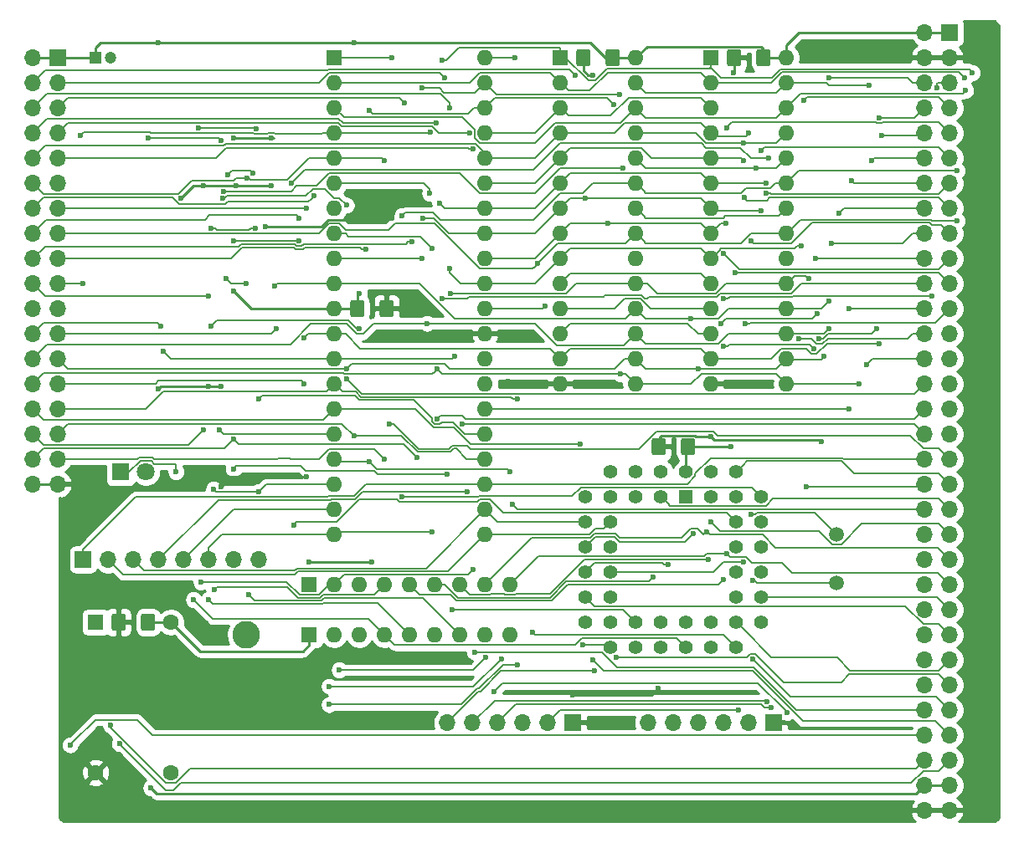
<source format=gbl>
%TF.GenerationSoftware,KiCad,Pcbnew,(5.1.10-0-10_14)*%
%TF.CreationDate,2021-05-11T09:59:00+02:00*%
%TF.ProjectId,Z80_Dev_Board,5a38305f-4465-4765-9f42-6f6172642e6b,rev?*%
%TF.SameCoordinates,Original*%
%TF.FileFunction,Copper,L2,Bot*%
%TF.FilePolarity,Positive*%
%FSLAX46Y46*%
G04 Gerber Fmt 4.6, Leading zero omitted, Abs format (unit mm)*
G04 Created by KiCad (PCBNEW (5.1.10-0-10_14)) date 2021-05-11 09:59:00*
%MOMM*%
%LPD*%
G01*
G04 APERTURE LIST*
%TA.AperFunction,ComponentPad*%
%ADD10C,1.200000*%
%TD*%
%TA.AperFunction,ComponentPad*%
%ADD11R,1.200000X1.200000*%
%TD*%
%TA.AperFunction,ComponentPad*%
%ADD12O,1.700000X1.700000*%
%TD*%
%TA.AperFunction,ComponentPad*%
%ADD13R,1.700000X1.700000*%
%TD*%
%TA.AperFunction,ComponentPad*%
%ADD14O,1.600000X1.600000*%
%TD*%
%TA.AperFunction,ComponentPad*%
%ADD15R,1.600000X1.600000*%
%TD*%
%TA.AperFunction,ComponentPad*%
%ADD16C,2.800000*%
%TD*%
%TA.AperFunction,ComponentPad*%
%ADD17R,1.800000X1.800000*%
%TD*%
%TA.AperFunction,ComponentPad*%
%ADD18C,1.800000*%
%TD*%
%TA.AperFunction,ComponentPad*%
%ADD19R,1.422400X1.422400*%
%TD*%
%TA.AperFunction,ComponentPad*%
%ADD20C,1.422400*%
%TD*%
%TA.AperFunction,ComponentPad*%
%ADD21C,1.600000*%
%TD*%
%TA.AperFunction,ComponentPad*%
%ADD22C,1.500000*%
%TD*%
%TA.AperFunction,ViaPad*%
%ADD23C,0.600000*%
%TD*%
%TA.AperFunction,Conductor*%
%ADD24C,0.228600*%
%TD*%
%TA.AperFunction,Conductor*%
%ADD25C,0.152400*%
%TD*%
%TA.AperFunction,Conductor*%
%ADD26C,0.254000*%
%TD*%
%TA.AperFunction,Conductor*%
%ADD27C,0.100000*%
%TD*%
G04 APERTURE END LIST*
D10*
X99290000Y-60960000D03*
D11*
X97790000Y-60960000D03*
D12*
X181610000Y-137160000D03*
X184150000Y-137160000D03*
X181610000Y-134620000D03*
X184150000Y-134620000D03*
X181610000Y-132080000D03*
X184150000Y-132080000D03*
X181610000Y-129540000D03*
X184150000Y-129540000D03*
X181610000Y-127000000D03*
X184150000Y-127000000D03*
X181610000Y-124460000D03*
X184150000Y-124460000D03*
X181610000Y-121920000D03*
X184150000Y-121920000D03*
X181610000Y-119380000D03*
X184150000Y-119380000D03*
X181610000Y-116840000D03*
X184150000Y-116840000D03*
X181610000Y-114300000D03*
X184150000Y-114300000D03*
X181610000Y-111760000D03*
X184150000Y-111760000D03*
X181610000Y-109220000D03*
X184150000Y-109220000D03*
X181610000Y-106680000D03*
X184150000Y-106680000D03*
X181610000Y-104140000D03*
X184150000Y-104140000D03*
X181610000Y-101600000D03*
X184150000Y-101600000D03*
X181610000Y-99060000D03*
X184150000Y-99060000D03*
X181610000Y-96520000D03*
X184150000Y-96520000D03*
X181610000Y-93980000D03*
X184150000Y-93980000D03*
X181610000Y-91440000D03*
X184150000Y-91440000D03*
X181610000Y-88900000D03*
X184150000Y-88900000D03*
X181610000Y-86360000D03*
X184150000Y-86360000D03*
X181610000Y-83820000D03*
X184150000Y-83820000D03*
X181610000Y-81280000D03*
X184150000Y-81280000D03*
X181610000Y-78740000D03*
X184150000Y-78740000D03*
X181610000Y-76200000D03*
X184150000Y-76200000D03*
X181610000Y-73660000D03*
X184150000Y-73660000D03*
X181610000Y-71120000D03*
X184150000Y-71120000D03*
X181610000Y-68580000D03*
X184150000Y-68580000D03*
X181610000Y-66040000D03*
X184150000Y-66040000D03*
X181610000Y-63500000D03*
X184150000Y-63500000D03*
X181610000Y-60960000D03*
X184150000Y-60960000D03*
X181610000Y-58420000D03*
D13*
X184150000Y-58420000D03*
D14*
X167640000Y-60960000D03*
X160020000Y-93980000D03*
X167640000Y-63500000D03*
X160020000Y-91440000D03*
X167640000Y-66040000D03*
X160020000Y-88900000D03*
X167640000Y-68580000D03*
X160020000Y-86360000D03*
X167640000Y-71120000D03*
X160020000Y-83820000D03*
X167640000Y-73660000D03*
X160020000Y-81280000D03*
X167640000Y-76200000D03*
X160020000Y-78740000D03*
X167640000Y-78740000D03*
X160020000Y-76200000D03*
X167640000Y-81280000D03*
X160020000Y-73660000D03*
X167640000Y-83820000D03*
X160020000Y-71120000D03*
X167640000Y-86360000D03*
X160020000Y-68580000D03*
X167640000Y-88900000D03*
X160020000Y-66040000D03*
X167640000Y-91440000D03*
X160020000Y-63500000D03*
X167640000Y-93980000D03*
D15*
X160020000Y-60960000D03*
D14*
X152400000Y-60960000D03*
X144780000Y-93980000D03*
X152400000Y-63500000D03*
X144780000Y-91440000D03*
X152400000Y-66040000D03*
X144780000Y-88900000D03*
X152400000Y-68580000D03*
X144780000Y-86360000D03*
X152400000Y-71120000D03*
X144780000Y-83820000D03*
X152400000Y-73660000D03*
X144780000Y-81280000D03*
X152400000Y-76200000D03*
X144780000Y-78740000D03*
X152400000Y-78740000D03*
X144780000Y-76200000D03*
X152400000Y-81280000D03*
X144780000Y-73660000D03*
X152400000Y-83820000D03*
X144780000Y-71120000D03*
X152400000Y-86360000D03*
X144780000Y-68580000D03*
X152400000Y-88900000D03*
X144780000Y-66040000D03*
X152400000Y-91440000D03*
X144780000Y-63500000D03*
X152400000Y-93980000D03*
D15*
X144780000Y-60960000D03*
D14*
X139700000Y-119380000D03*
X137160000Y-119380000D03*
X134620000Y-119380000D03*
X132080000Y-119380000D03*
X129540000Y-119380000D03*
X127000000Y-119380000D03*
X124460000Y-119380000D03*
X121920000Y-119380000D03*
D15*
X119380000Y-119380000D03*
D14*
X139700000Y-114300000D03*
X137160000Y-114300000D03*
X134620000Y-114300000D03*
X132080000Y-114300000D03*
X129540000Y-114300000D03*
X127000000Y-114300000D03*
X124460000Y-114300000D03*
X121920000Y-114300000D03*
D15*
X119380000Y-114300000D03*
%TA.AperFunction,SMDPad,CuDef*%
G36*
G01*
X100825000Y-117485000D02*
X100825000Y-118735000D01*
G75*
G02*
X100575000Y-118985000I-250000J0D01*
G01*
X99650000Y-118985000D01*
G75*
G02*
X99400000Y-118735000I0J250000D01*
G01*
X99400000Y-117485000D01*
G75*
G02*
X99650000Y-117235000I250000J0D01*
G01*
X100575000Y-117235000D01*
G75*
G02*
X100825000Y-117485000I0J-250000D01*
G01*
G37*
%TD.AperFunction*%
%TA.AperFunction,SMDPad,CuDef*%
G36*
G01*
X103800000Y-117485000D02*
X103800000Y-118735000D01*
G75*
G02*
X103550000Y-118985000I-250000J0D01*
G01*
X102625000Y-118985000D01*
G75*
G02*
X102375000Y-118735000I0J250000D01*
G01*
X102375000Y-117485000D01*
G75*
G02*
X102625000Y-117235000I250000J0D01*
G01*
X103550000Y-117235000D01*
G75*
G02*
X103800000Y-117485000I0J-250000D01*
G01*
G37*
%TD.AperFunction*%
%TA.AperFunction,SMDPad,CuDef*%
G36*
G01*
X163055000Y-60335000D02*
X163055000Y-61585000D01*
G75*
G02*
X162805000Y-61835000I-250000J0D01*
G01*
X161880000Y-61835000D01*
G75*
G02*
X161630000Y-61585000I0J250000D01*
G01*
X161630000Y-60335000D01*
G75*
G02*
X161880000Y-60085000I250000J0D01*
G01*
X162805000Y-60085000D01*
G75*
G02*
X163055000Y-60335000I0J-250000D01*
G01*
G37*
%TD.AperFunction*%
%TA.AperFunction,SMDPad,CuDef*%
G36*
G01*
X166030000Y-60335000D02*
X166030000Y-61585000D01*
G75*
G02*
X165780000Y-61835000I-250000J0D01*
G01*
X164855000Y-61835000D01*
G75*
G02*
X164605000Y-61585000I0J250000D01*
G01*
X164605000Y-60335000D01*
G75*
G02*
X164855000Y-60085000I250000J0D01*
G01*
X165780000Y-60085000D01*
G75*
G02*
X166030000Y-60335000I0J-250000D01*
G01*
G37*
%TD.AperFunction*%
%TA.AperFunction,SMDPad,CuDef*%
G36*
G01*
X147815000Y-60335000D02*
X147815000Y-61585000D01*
G75*
G02*
X147565000Y-61835000I-250000J0D01*
G01*
X146640000Y-61835000D01*
G75*
G02*
X146390000Y-61585000I0J250000D01*
G01*
X146390000Y-60335000D01*
G75*
G02*
X146640000Y-60085000I250000J0D01*
G01*
X147565000Y-60085000D01*
G75*
G02*
X147815000Y-60335000I0J-250000D01*
G01*
G37*
%TD.AperFunction*%
%TA.AperFunction,SMDPad,CuDef*%
G36*
G01*
X150790000Y-60335000D02*
X150790000Y-61585000D01*
G75*
G02*
X150540000Y-61835000I-250000J0D01*
G01*
X149615000Y-61835000D01*
G75*
G02*
X149365000Y-61585000I0J250000D01*
G01*
X149365000Y-60335000D01*
G75*
G02*
X149615000Y-60085000I250000J0D01*
G01*
X150540000Y-60085000D01*
G75*
G02*
X150790000Y-60335000I0J-250000D01*
G01*
G37*
%TD.AperFunction*%
%TA.AperFunction,SMDPad,CuDef*%
G36*
G01*
X156985000Y-100955000D02*
X156985000Y-99705000D01*
G75*
G02*
X157235000Y-99455000I250000J0D01*
G01*
X158160000Y-99455000D01*
G75*
G02*
X158410000Y-99705000I0J-250000D01*
G01*
X158410000Y-100955000D01*
G75*
G02*
X158160000Y-101205000I-250000J0D01*
G01*
X157235000Y-101205000D01*
G75*
G02*
X156985000Y-100955000I0J250000D01*
G01*
G37*
%TD.AperFunction*%
%TA.AperFunction,SMDPad,CuDef*%
G36*
G01*
X154010000Y-100955000D02*
X154010000Y-99705000D01*
G75*
G02*
X154260000Y-99455000I250000J0D01*
G01*
X155185000Y-99455000D01*
G75*
G02*
X155435000Y-99705000I0J-250000D01*
G01*
X155435000Y-100955000D01*
G75*
G02*
X155185000Y-101205000I-250000J0D01*
G01*
X154260000Y-101205000D01*
G75*
G02*
X154010000Y-100955000I0J250000D01*
G01*
G37*
%TD.AperFunction*%
%TA.AperFunction,SMDPad,CuDef*%
G36*
G01*
X124955000Y-85735000D02*
X124955000Y-86985000D01*
G75*
G02*
X124705000Y-87235000I-250000J0D01*
G01*
X123780000Y-87235000D01*
G75*
G02*
X123530000Y-86985000I0J250000D01*
G01*
X123530000Y-85735000D01*
G75*
G02*
X123780000Y-85485000I250000J0D01*
G01*
X124705000Y-85485000D01*
G75*
G02*
X124955000Y-85735000I0J-250000D01*
G01*
G37*
%TD.AperFunction*%
%TA.AperFunction,SMDPad,CuDef*%
G36*
G01*
X127930000Y-85735000D02*
X127930000Y-86985000D01*
G75*
G02*
X127680000Y-87235000I-250000J0D01*
G01*
X126755000Y-87235000D01*
G75*
G02*
X126505000Y-86985000I0J250000D01*
G01*
X126505000Y-85735000D01*
G75*
G02*
X126755000Y-85485000I250000J0D01*
G01*
X127680000Y-85485000D01*
G75*
G02*
X127930000Y-85735000I0J-250000D01*
G01*
G37*
%TD.AperFunction*%
D12*
X114300000Y-111760000D03*
X111760000Y-111760000D03*
X109220000Y-111760000D03*
X106680000Y-111760000D03*
X104140000Y-111760000D03*
X101600000Y-111760000D03*
X99060000Y-111760000D03*
D13*
X96520000Y-111760000D03*
D16*
X113030000Y-119380000D03*
D17*
X100330000Y-102870000D03*
D18*
X102870000Y-102870000D03*
D13*
X93980000Y-60960000D03*
D12*
X91440000Y-60960000D03*
X93980000Y-63500000D03*
X91440000Y-63500000D03*
X93980000Y-66040000D03*
X91440000Y-66040000D03*
X93980000Y-68580000D03*
X91440000Y-68580000D03*
X93980000Y-71120000D03*
X91440000Y-71120000D03*
X93980000Y-73660000D03*
X91440000Y-73660000D03*
X93980000Y-76200000D03*
X91440000Y-76200000D03*
X93980000Y-78740000D03*
X91440000Y-78740000D03*
X93980000Y-81280000D03*
X91440000Y-81280000D03*
X93980000Y-83820000D03*
X91440000Y-83820000D03*
X93980000Y-86360000D03*
X91440000Y-86360000D03*
X93980000Y-88900000D03*
X91440000Y-88900000D03*
X93980000Y-91440000D03*
X91440000Y-91440000D03*
X93980000Y-93980000D03*
X91440000Y-93980000D03*
X93980000Y-96520000D03*
X91440000Y-96520000D03*
X93980000Y-99060000D03*
X91440000Y-99060000D03*
X93980000Y-101600000D03*
X91440000Y-101600000D03*
X93980000Y-104140000D03*
X91440000Y-104140000D03*
X153670000Y-128270000D03*
X156210000Y-128270000D03*
X158750000Y-128270000D03*
X161290000Y-128270000D03*
X163830000Y-128270000D03*
D13*
X166370000Y-128270000D03*
X146050000Y-128270000D03*
D12*
X143510000Y-128270000D03*
X140970000Y-128270000D03*
X138430000Y-128270000D03*
X135890000Y-128270000D03*
X133350000Y-128270000D03*
D15*
X121920000Y-60960000D03*
D14*
X137160000Y-109220000D03*
X121920000Y-63500000D03*
X137160000Y-106680000D03*
X121920000Y-66040000D03*
X137160000Y-104140000D03*
X121920000Y-68580000D03*
X137160000Y-101600000D03*
X121920000Y-71120000D03*
X137160000Y-99060000D03*
X121920000Y-73660000D03*
X137160000Y-96520000D03*
X121920000Y-76200000D03*
X137160000Y-93980000D03*
X121920000Y-78740000D03*
X137160000Y-91440000D03*
X121920000Y-81280000D03*
X137160000Y-88900000D03*
X121920000Y-83820000D03*
X137160000Y-86360000D03*
X121920000Y-86360000D03*
X137160000Y-83820000D03*
X121920000Y-88900000D03*
X137160000Y-81280000D03*
X121920000Y-91440000D03*
X137160000Y-78740000D03*
X121920000Y-93980000D03*
X137160000Y-76200000D03*
X121920000Y-96520000D03*
X137160000Y-73660000D03*
X121920000Y-99060000D03*
X137160000Y-71120000D03*
X121920000Y-101600000D03*
X137160000Y-68580000D03*
X121920000Y-104140000D03*
X137160000Y-66040000D03*
X121920000Y-106680000D03*
X137160000Y-63500000D03*
X121920000Y-109220000D03*
X137160000Y-60960000D03*
D19*
X157480000Y-105410000D03*
D20*
X154940000Y-105410000D03*
X152400000Y-105410000D03*
X160020000Y-105410000D03*
X162560000Y-105410000D03*
X154940000Y-102870000D03*
X152400000Y-102870000D03*
X149860000Y-102870000D03*
X157480000Y-102870000D03*
X160020000Y-102870000D03*
X149860000Y-105410000D03*
X149860000Y-107950000D03*
X149860000Y-110490000D03*
X149860000Y-113030000D03*
X149860000Y-115570000D03*
X147320000Y-105410000D03*
X147320000Y-107950000D03*
X147320000Y-110490000D03*
X147320000Y-113030000D03*
X147320000Y-115570000D03*
X147320000Y-118110000D03*
X149860000Y-118110000D03*
X152400000Y-118110000D03*
X154940000Y-118110000D03*
X157480000Y-118110000D03*
X160020000Y-118110000D03*
X165100000Y-118110000D03*
X149860000Y-120650000D03*
X152400000Y-120650000D03*
X154940000Y-120650000D03*
X157480000Y-120650000D03*
X160020000Y-120650000D03*
X162560000Y-120650000D03*
X162560000Y-118110000D03*
X162560000Y-115570000D03*
X162560000Y-113030000D03*
X162560000Y-110490000D03*
X162560000Y-107950000D03*
X162560000Y-102870000D03*
X165100000Y-115570000D03*
X165100000Y-113030000D03*
X165100000Y-110490000D03*
X165100000Y-107950000D03*
X165100000Y-105410000D03*
D15*
X97790000Y-118110000D03*
D21*
X105410000Y-118110000D03*
X105410000Y-133350000D03*
X97790000Y-133350000D03*
D22*
X172720000Y-114100000D03*
X172720000Y-109220000D03*
D23*
X119126000Y-103378000D03*
X104140000Y-94488000D03*
X109220000Y-94234000D03*
X111760000Y-69088000D03*
X115570000Y-69088000D03*
X139700000Y-88900000D03*
X129540000Y-86995000D03*
X129540000Y-88900000D03*
X115570000Y-73914000D03*
X106426000Y-75184000D03*
X110490000Y-94234000D03*
X125730000Y-112014000D03*
X119380000Y-112014000D03*
X148082000Y-62738000D03*
X162325184Y-62463390D03*
X139538681Y-93730606D03*
X112014000Y-73914000D03*
X146050000Y-125476000D03*
X160020000Y-99314000D03*
X127762000Y-77216000D03*
X115003290Y-78036710D03*
X154655246Y-124836232D03*
X171196000Y-99822000D03*
X110488277Y-104352780D03*
X108712000Y-73914000D03*
X104140000Y-59436000D03*
X124460000Y-84836000D03*
X123952000Y-59436000D03*
X111760000Y-84582000D03*
X162052000Y-100330000D03*
X103378000Y-134874000D03*
X105918000Y-102870000D03*
X103124000Y-69088000D03*
X110490000Y-69342000D03*
X109220000Y-85090000D03*
X109474000Y-88138000D03*
X124460000Y-88392000D03*
X108691390Y-98653641D03*
X108458000Y-114046000D03*
X109435060Y-78211390D03*
X113944433Y-78211390D03*
X173990000Y-86360000D03*
X173990000Y-96520000D03*
X135931220Y-112776000D03*
X123931390Y-99249709D03*
X111760000Y-99588610D03*
X130275946Y-101401688D03*
X127000000Y-101600000D03*
X109758126Y-114829272D03*
X125476000Y-101854000D03*
X139954000Y-106172000D03*
X139700000Y-102870000D03*
X109220000Y-115824000D03*
X169672000Y-104394000D03*
X138112411Y-125136571D03*
X167730316Y-127252951D03*
X113284000Y-115336610D03*
X134874000Y-98044000D03*
X132334000Y-97536000D03*
X131826000Y-108966000D03*
X123135009Y-75896248D03*
X110653744Y-75226963D03*
X123190000Y-93472000D03*
X176022000Y-63754000D03*
X175747390Y-92005495D03*
X168910000Y-89428610D03*
X135402610Y-104881390D03*
X136131399Y-121145399D03*
X133357508Y-103157211D03*
X111740275Y-102596275D03*
X114300000Y-104881390D03*
X109728000Y-104648000D03*
X161310610Y-113777841D03*
X154178000Y-113558610D03*
X159745390Y-111760000D03*
X160020000Y-107950000D03*
X159608809Y-108927950D03*
X161615411Y-111169518D03*
X150462634Y-121645390D03*
X164226573Y-121823004D03*
X148082000Y-121940610D03*
X155702000Y-112268000D03*
X158202019Y-109165588D03*
X163329216Y-112006784D03*
X162814000Y-127000000D03*
X166137450Y-126740374D03*
X165645022Y-126171481D03*
X148264803Y-123027439D03*
X107696000Y-115824000D03*
X110306637Y-98650989D03*
X114300000Y-95504000D03*
X151117399Y-72148601D03*
X110749820Y-74480710D03*
X117602000Y-73660000D03*
X165862000Y-71120000D03*
X113730533Y-72686381D03*
X111193290Y-72788480D03*
X128778000Y-105410000D03*
X118364000Y-79502000D03*
X111760000Y-79502000D03*
X117835390Y-108257872D03*
X146304000Y-62738000D03*
X143256000Y-86106000D03*
X182880000Y-64008000D03*
X182372000Y-85090000D03*
X161290000Y-85377211D03*
X133604000Y-82296000D03*
X133096000Y-62971390D03*
X169418000Y-65278000D03*
X169164000Y-80010000D03*
X133604000Y-66040000D03*
X149606000Y-77724000D03*
X161576992Y-68071050D03*
X161544000Y-77724000D03*
X129032000Y-65532000D03*
X147320000Y-75184000D03*
X130882019Y-77182789D03*
X165100000Y-70358000D03*
X165100000Y-76454000D03*
X132588000Y-75692000D03*
X132262579Y-67564000D03*
X165628610Y-73618789D03*
X165628610Y-74676000D03*
X135602789Y-68580008D03*
X122428000Y-122936000D03*
X163384601Y-75121399D03*
X163322000Y-71374000D03*
X137226274Y-121686610D03*
X121420009Y-124604300D03*
X164084000Y-79502000D03*
X163830000Y-68580000D03*
X138801991Y-121796753D03*
X135961421Y-70187211D03*
X140462000Y-122407390D03*
X121420009Y-126447093D03*
X161290000Y-80780009D03*
X113114987Y-73119079D03*
X127000000Y-71374000D03*
X127508000Y-98044000D03*
X132842000Y-61214000D03*
X131629332Y-68460652D03*
X96266000Y-68834000D03*
X186436000Y-62484000D03*
X119888000Y-74930000D03*
X185757211Y-64292019D03*
X119126000Y-76200000D03*
X185674000Y-62992000D03*
X127762000Y-60960000D03*
X128778000Y-76962000D03*
X118364000Y-77216000D03*
X184912000Y-72390000D03*
X142494000Y-81788000D03*
X140208000Y-60960000D03*
X184912000Y-77470000D03*
X130819546Y-64049991D03*
X150795632Y-64673294D03*
X163503981Y-87917211D03*
X129806711Y-79570929D03*
X164579399Y-72148601D03*
X125476000Y-66294000D03*
X125102237Y-80347211D03*
X150193703Y-65706289D03*
X163301390Y-69608601D03*
X162477099Y-82714677D03*
X134112000Y-91186000D03*
X104394000Y-88138000D03*
X104648000Y-90678000D03*
X169871920Y-83291390D03*
X133673046Y-84815390D03*
X170616579Y-81280000D03*
X133865216Y-116832784D03*
X115874811Y-84074000D03*
X116075748Y-88366611D03*
X157975399Y-87388601D03*
X172212000Y-79756000D03*
X171958000Y-85598000D03*
X130810000Y-81280000D03*
X131297400Y-87871399D03*
X172974000Y-76708000D03*
X171958000Y-88392000D03*
X158750000Y-92456000D03*
X123175946Y-92414788D03*
X174244000Y-73406000D03*
X171450000Y-91186000D03*
X132334000Y-92456000D03*
X131826000Y-80264000D03*
X150876000Y-92964000D03*
X176276000Y-71374000D03*
X175006000Y-93980000D03*
X118892610Y-89315319D03*
X118892610Y-93980000D03*
X177038000Y-89916000D03*
X177292000Y-68834000D03*
X146791390Y-100042789D03*
X177038000Y-67056000D03*
X161290000Y-90170000D03*
X176804610Y-88392000D03*
X170438957Y-90440015D03*
X170907931Y-89428610D03*
X147066000Y-120375390D03*
X141986000Y-119126000D03*
X140436972Y-95537211D03*
X171958000Y-62992000D03*
X161036000Y-87884000D03*
X170735036Y-86888610D03*
X110998000Y-83312000D03*
X113030000Y-83820000D03*
X108204000Y-68072000D03*
X114071390Y-68175089D03*
X96520000Y-83820000D03*
X100200746Y-130410644D03*
X99314000Y-128524000D03*
X95216593Y-130542787D03*
X164277209Y-113852791D03*
X164084000Y-107188000D03*
X132842000Y-85344000D03*
X131572000Y-74676000D03*
D24*
X91440000Y-104140000D02*
X93980000Y-104140000D01*
X104394000Y-94234000D02*
X104140000Y-94488000D01*
X109220000Y-94234000D02*
X104394000Y-94234000D01*
X111760000Y-69088000D02*
X115824000Y-69088000D01*
X137160000Y-88900000D02*
X139700000Y-88900000D01*
X127217500Y-86360000D02*
X128905000Y-86360000D01*
X128905000Y-86360000D02*
X129540000Y-86995000D01*
X129540000Y-88900000D02*
X137160000Y-88900000D01*
X107696000Y-73914000D02*
X106426000Y-75184000D01*
X109220000Y-94234000D02*
X110490000Y-94234000D01*
X125730000Y-112014000D02*
X119380000Y-112014000D01*
X147102500Y-60960000D02*
X147102500Y-62266500D01*
X147574000Y-62738000D02*
X148082000Y-62738000D01*
X147102500Y-62266500D02*
X147574000Y-62738000D01*
X162342500Y-60960000D02*
X162342500Y-62446074D01*
X162342500Y-62446074D02*
X162325184Y-62463390D01*
X139962945Y-93730606D02*
X139538681Y-93730606D01*
X144780000Y-93980000D02*
X140212339Y-93980000D01*
X140212339Y-93980000D02*
X139962945Y-93730606D01*
X115570000Y-73914000D02*
X112014000Y-73914000D01*
X112014000Y-73914000D02*
X107696000Y-73914000D01*
X154722500Y-99455000D02*
X154722500Y-100330000D01*
X158374032Y-99188290D02*
X154989210Y-99188290D01*
X158499742Y-99314000D02*
X158374032Y-99188290D01*
X154989210Y-99188290D02*
X154722500Y-99455000D01*
X160020000Y-99314000D02*
X158499742Y-99314000D01*
X160319999Y-99613999D02*
X170872629Y-99613999D01*
X160020000Y-99314000D02*
X160319999Y-99613999D01*
X120616011Y-78036710D02*
X115003290Y-78036710D01*
X127185248Y-77368488D02*
X121284233Y-77368488D01*
X127337736Y-77216000D02*
X127185248Y-77368488D01*
X127762000Y-77216000D02*
X127337736Y-77216000D01*
X121284233Y-77368488D02*
X120616011Y-78036710D01*
X154015478Y-125476000D02*
X154355247Y-125136231D01*
X146050000Y-125476000D02*
X154015478Y-125476000D01*
X154355247Y-125136231D02*
X154655246Y-124836232D01*
X170987999Y-99613999D02*
X171196000Y-99822000D01*
X170872629Y-99613999D02*
X170987999Y-99613999D01*
X119126000Y-103378000D02*
X111463057Y-103378000D01*
X111463057Y-103378000D02*
X110488277Y-104352780D01*
X93980000Y-60960000D02*
X97790000Y-60960000D01*
X91440000Y-60960000D02*
X93980000Y-60960000D01*
X152400000Y-60960000D02*
X150077500Y-60960000D01*
X149365000Y-60960000D02*
X147841000Y-59436000D01*
X150077500Y-60960000D02*
X149365000Y-60960000D01*
X97790000Y-59931400D02*
X97790000Y-60960000D01*
X98285400Y-59436000D02*
X97790000Y-59931400D01*
X147841000Y-59436000D02*
X98285400Y-59436000D01*
X165317500Y-60085000D02*
X165317500Y-60960000D01*
X165050790Y-59818290D02*
X165317500Y-60085000D01*
X153541710Y-59818290D02*
X165050790Y-59818290D01*
X152400000Y-60960000D02*
X153541710Y-59818290D01*
X165317500Y-60960000D02*
X167640000Y-60960000D01*
X121920000Y-86360000D02*
X124242500Y-86360000D01*
X124242500Y-86360000D02*
X124242500Y-85053500D01*
X124242500Y-85053500D02*
X124460000Y-84836000D01*
X121920000Y-86360000D02*
X113538000Y-86360000D01*
X113538000Y-86360000D02*
X111760000Y-84582000D01*
X157480000Y-100547500D02*
X157697500Y-100330000D01*
X157480000Y-102870000D02*
X157480000Y-100547500D01*
X157697500Y-100330000D02*
X162052000Y-100330000D01*
X103087500Y-118110000D02*
X105410000Y-118110000D01*
X108346701Y-121046701D02*
X105410000Y-118110000D01*
X118741899Y-121046701D02*
X108346701Y-121046701D01*
X119380000Y-120408600D02*
X118741899Y-121046701D01*
X119380000Y-119380000D02*
X119380000Y-120408600D01*
X167640000Y-60960000D02*
X167640000Y-59690000D01*
X168910000Y-58420000D02*
X181610000Y-58420000D01*
X167640000Y-59690000D02*
X168910000Y-58420000D01*
X181610000Y-58420000D02*
X184150000Y-58420000D01*
X181610000Y-134620000D02*
X180760001Y-135469999D01*
X180760001Y-135469999D02*
X103973999Y-135469999D01*
X103973999Y-135469999D02*
X103378000Y-134874000D01*
X181610000Y-134620000D02*
X184150000Y-134620000D01*
D25*
X101199670Y-102870000D02*
X100330000Y-102870000D01*
X103411729Y-101741399D02*
X102328271Y-101741399D01*
X103740331Y-102070001D02*
X103411729Y-101741399D01*
X105880001Y-102070001D02*
X103740331Y-102070001D01*
X102328271Y-101741399D02*
X101199670Y-102870000D01*
X105880001Y-102070001D02*
X105880001Y-102832001D01*
X105880001Y-102832001D02*
X105918000Y-102870000D01*
X110236000Y-69088000D02*
X110490000Y-69342000D01*
X103124000Y-69088000D02*
X110236000Y-69088000D01*
X91440000Y-83820000D02*
X92710000Y-85090000D01*
X92710000Y-85090000D02*
X109220000Y-85090000D01*
X110045412Y-87566588D02*
X123380588Y-87566588D01*
X109474000Y-88138000D02*
X110045412Y-87566588D01*
X123380588Y-87566588D02*
X124206000Y-88392000D01*
X124206000Y-88392000D02*
X124460000Y-88392000D01*
X107206430Y-100138601D02*
X108691390Y-98653641D01*
X91440000Y-99060000D02*
X92518601Y-100138601D01*
X92518601Y-100138601D02*
X107206430Y-100138601D01*
X121391482Y-114300000D02*
X121920000Y-114300000D01*
X120362881Y-115328601D02*
X121391482Y-114300000D01*
X118397119Y-115328601D02*
X120362881Y-115328601D01*
X117114518Y-114046000D02*
X118397119Y-115328601D01*
X108458000Y-114046000D02*
X117114518Y-114046000D01*
X113520169Y-78211390D02*
X113944433Y-78211390D01*
X110083123Y-78435189D02*
X113296370Y-78435189D01*
X109859324Y-78211390D02*
X110083123Y-78435189D01*
X109435060Y-78211390D02*
X109859324Y-78211390D01*
X113296370Y-78435189D02*
X113520169Y-78211390D01*
X181610000Y-86360000D02*
X173990000Y-86360000D01*
X137160000Y-96520000D02*
X173990000Y-96520000D01*
X121920000Y-114300000D02*
X122948601Y-113271399D01*
X135435821Y-113271399D02*
X135631221Y-113075999D01*
X135631221Y-113075999D02*
X135931220Y-112776000D01*
X122948601Y-113271399D02*
X135435821Y-113271399D01*
X93980000Y-99060000D02*
X95022021Y-98017979D01*
X122699660Y-98017979D02*
X123931390Y-99249709D01*
X95022021Y-98017979D02*
X122699660Y-98017979D01*
X124355654Y-99249709D02*
X123931390Y-99249709D01*
X134238257Y-100533191D02*
X133985743Y-100533191D01*
X133642724Y-100876210D02*
X130333407Y-100876210D01*
X128706907Y-99249709D02*
X124355654Y-99249709D01*
X133985743Y-100533191D02*
X133642724Y-100876210D01*
X130333407Y-100876210D02*
X128706907Y-99249709D01*
X135305066Y-101600000D02*
X134238257Y-100533191D01*
X137160000Y-101600000D02*
X135305066Y-101600000D01*
X110827211Y-100521399D02*
X111760000Y-99588610D01*
X92518601Y-100521399D02*
X110827211Y-100521399D01*
X91440000Y-101600000D02*
X92518601Y-100521399D01*
X129975947Y-101101689D02*
X130275946Y-101401688D01*
X111760000Y-99588610D02*
X112259991Y-100088601D01*
X128962859Y-100088601D02*
X129975947Y-101101689D01*
X112259991Y-100088601D02*
X128962859Y-100088601D01*
X125971399Y-100571399D02*
X127000000Y-101600000D01*
X103537985Y-101436588D02*
X103701397Y-101600000D01*
X116220015Y-101536588D02*
X117459985Y-101536588D01*
X117459985Y-101536588D02*
X117523397Y-101600000D01*
X116156603Y-101600000D02*
X116220015Y-101536588D01*
X93980000Y-101600000D02*
X102038603Y-101600000D01*
X103701397Y-101600000D02*
X116156603Y-101600000D01*
X120397670Y-101600000D02*
X121426271Y-100571399D01*
X121426271Y-100571399D02*
X125971399Y-100571399D01*
X102202015Y-101436588D02*
X103537985Y-101436588D01*
X117523397Y-101600000D02*
X120397670Y-101600000D01*
X102038603Y-101600000D02*
X102202015Y-101436588D01*
X110058125Y-114529273D02*
X109758126Y-114829272D01*
X117166725Y-114529273D02*
X110058125Y-114529273D01*
X118270863Y-115633412D02*
X117166725Y-114529273D01*
X120489137Y-115633412D02*
X118270863Y-115633412D01*
X120793947Y-115328601D02*
X120489137Y-115633412D01*
X125971399Y-115328601D02*
X120793947Y-115328601D01*
X127000000Y-114300000D02*
X125971399Y-115328601D01*
X122174000Y-101854000D02*
X121920000Y-101600000D01*
X125476000Y-101854000D02*
X122174000Y-101854000D01*
X125775999Y-102153999D02*
X125476000Y-101854000D01*
X139458601Y-102628601D02*
X126250601Y-102628601D01*
X139700000Y-102870000D02*
X139458601Y-102628601D01*
X126250601Y-102628601D02*
X125775999Y-102153999D01*
X140441399Y-106659399D02*
X140253999Y-106471999D01*
X164358330Y-106680000D02*
X164337729Y-106659399D01*
X181610000Y-106680000D02*
X164358330Y-106680000D01*
X164337729Y-106659399D02*
X140441399Y-106659399D01*
X140253999Y-106471999D02*
X139954000Y-106172000D01*
X126283999Y-116123999D02*
X129540000Y-119380000D01*
X109639034Y-116243034D02*
X120741649Y-116243034D01*
X120860684Y-116123999D02*
X126283999Y-116123999D01*
X109220000Y-115824000D02*
X109639034Y-116243034D01*
X120741649Y-116243034D02*
X120860684Y-116123999D01*
X181356000Y-104394000D02*
X181610000Y-104140000D01*
X169672000Y-104394000D02*
X181356000Y-104394000D01*
X167430317Y-126952952D02*
X167730316Y-127252951D01*
X138941360Y-124307622D02*
X164784987Y-124307622D01*
X164784987Y-124307622D02*
X167430317Y-126952952D01*
X138112411Y-125136571D02*
X138941360Y-124307622D01*
X96520000Y-111760000D02*
X96520000Y-110757600D01*
X121236603Y-105410000D02*
X121300015Y-105346588D01*
X123913608Y-105346588D02*
X125120196Y-104140000D01*
X121300015Y-105346588D02*
X123913608Y-105346588D01*
X101867600Y-105410000D02*
X121236603Y-105410000D01*
X96520000Y-110757600D02*
X101867600Y-105410000D01*
X125120196Y-104140000D02*
X137160000Y-104140000D01*
X138291370Y-104140000D02*
X137160000Y-104140000D01*
X157600906Y-104140000D02*
X138291370Y-104140000D01*
X158419801Y-103321105D02*
X157600906Y-104140000D01*
X158419801Y-103079293D02*
X158419801Y-103321105D01*
X160002506Y-101496588D02*
X158419801Y-103079293D01*
X173443397Y-101600000D02*
X173339985Y-101496588D01*
X173339985Y-101496588D02*
X160002506Y-101496588D01*
X181610000Y-101600000D02*
X173443397Y-101600000D01*
X120615393Y-115938223D02*
X113885613Y-115938223D01*
X134620000Y-119380000D02*
X130873412Y-115633412D01*
X130873412Y-115633412D02*
X120920204Y-115633412D01*
X120920204Y-115633412D02*
X120615393Y-115938223D01*
X113885613Y-115938223D02*
X113284000Y-115336610D01*
X180581399Y-98031399D02*
X134886601Y-98031399D01*
X181610000Y-99060000D02*
X180581399Y-98031399D01*
X134886601Y-98031399D02*
X134874000Y-98044000D01*
X110557919Y-109220000D02*
X121920000Y-109220000D01*
X109220000Y-110557919D02*
X110557919Y-109220000D01*
X109220000Y-111760000D02*
X109220000Y-110557919D01*
X122174000Y-108966000D02*
X121920000Y-109220000D01*
X131826000Y-108966000D02*
X122174000Y-108966000D01*
X181610000Y-96520000D02*
X180581399Y-97548601D01*
X135160933Y-97548601D02*
X134848333Y-97236001D01*
X134848333Y-97236001D02*
X132633999Y-97236001D01*
X132633999Y-97236001D02*
X132334000Y-97536000D01*
X180581399Y-97548601D02*
X135160933Y-97548601D01*
X120768028Y-106659398D02*
X120788630Y-106680000D01*
X120788630Y-106680000D02*
X121920000Y-106680000D01*
X111780602Y-106659398D02*
X120768028Y-106659398D01*
X106680000Y-111760000D02*
X111780602Y-106659398D01*
X119760256Y-74218811D02*
X119015953Y-74963114D01*
X120956481Y-74218811D02*
X119760256Y-74218811D01*
X123135009Y-75896248D02*
X122410160Y-75171399D01*
X119015953Y-74963114D02*
X111049748Y-74963114D01*
X121909069Y-75171399D02*
X120956481Y-74218811D01*
X122410160Y-75171399D02*
X121909069Y-75171399D01*
X110785899Y-75226963D02*
X110653744Y-75226963D01*
X111049748Y-74963114D02*
X110785899Y-75226963D01*
X181610000Y-93980000D02*
X180581399Y-95008601D01*
X180581399Y-95008601D02*
X124726601Y-95008601D01*
X124726601Y-95008601D02*
X123190000Y-93472000D01*
X153428601Y-64528601D02*
X152400000Y-63500000D01*
X166611399Y-64528601D02*
X153428601Y-64528601D01*
X167640000Y-63500000D02*
X166611399Y-64528601D01*
X138430000Y-107950000D02*
X147320000Y-107950000D01*
X137160000Y-106680000D02*
X138430000Y-107950000D01*
X101600000Y-111760000D02*
X102678601Y-112838601D01*
X131178223Y-112661777D02*
X137160000Y-106680000D01*
X118144607Y-112661777D02*
X131178223Y-112661777D01*
X102678601Y-112838601D02*
X117967783Y-112838601D01*
X117967783Y-112838601D02*
X118144607Y-112661777D01*
X171937668Y-63754000D02*
X175597736Y-63754000D01*
X167640000Y-63500000D02*
X171683668Y-63500000D01*
X175597736Y-63754000D02*
X176022000Y-63754000D01*
X171683668Y-63500000D02*
X171937668Y-63754000D01*
X176312885Y-91440000D02*
X175747390Y-92005495D01*
X181610000Y-91440000D02*
X176312885Y-91440000D01*
X117966053Y-113271399D02*
X100571399Y-113271399D01*
X100571399Y-113271399D02*
X99060000Y-111760000D01*
X118270863Y-112966588D02*
X117966053Y-113271399D01*
X133413412Y-112966588D02*
X118270863Y-112966588D01*
X137160000Y-109220000D02*
X133413412Y-112966588D01*
X148286667Y-108661199D02*
X149148801Y-108661199D01*
X137160000Y-109220000D02*
X147727866Y-109220000D01*
X149148801Y-108661199D02*
X149860000Y-107950000D01*
X147727866Y-109220000D02*
X148286667Y-108661199D01*
X153199999Y-76999999D02*
X152400000Y-76200000D01*
X161257069Y-77228601D02*
X153428601Y-77228601D01*
X153428601Y-77228601D02*
X153199999Y-76999999D01*
X161485671Y-76999999D02*
X161257069Y-77228601D01*
X166840001Y-76999999D02*
X161485671Y-76999999D01*
X167640000Y-76200000D02*
X166840001Y-76999999D01*
X181610000Y-88900000D02*
X180407919Y-88900000D01*
X169334264Y-89428610D02*
X168910000Y-89428610D01*
X171254922Y-89957212D02*
X170654201Y-89957212D01*
X170125599Y-89428610D02*
X169334264Y-89428610D01*
X170654201Y-89957212D02*
X170125599Y-89428610D01*
X171845346Y-89366788D02*
X171254922Y-89957212D01*
X179941131Y-89366788D02*
X171845346Y-89366788D01*
X180407919Y-88900000D02*
X179941131Y-89366788D01*
X121538256Y-105714811D02*
X121601668Y-105651399D01*
X110185189Y-105714811D02*
X121538256Y-105714811D01*
X134978346Y-104881390D02*
X135402610Y-104881390D01*
X104140000Y-111760000D02*
X110185189Y-105714811D01*
X121601668Y-105651399D02*
X124039865Y-105651399D01*
X124809874Y-104881390D02*
X134978346Y-104881390D01*
X124039865Y-105651399D02*
X124809874Y-104881390D01*
X181610000Y-127000000D02*
X168656000Y-127000000D01*
X168656000Y-127000000D02*
X164338000Y-122682000D01*
X164338000Y-122682000D02*
X150501094Y-122682000D01*
X150501094Y-122682000D02*
X148977094Y-121158000D01*
X148977094Y-121158000D02*
X136144000Y-121158000D01*
X136144000Y-121158000D02*
X136131399Y-121145399D01*
X112040274Y-102296276D02*
X111740275Y-102596275D01*
X126348144Y-103157211D02*
X125980660Y-102789727D01*
X119022676Y-102789727D02*
X118529225Y-102296276D01*
X133357508Y-103157211D02*
X126348144Y-103157211D01*
X125980660Y-102789727D02*
X119022676Y-102789727D01*
X118529225Y-102296276D02*
X112040274Y-102296276D01*
X121920000Y-104140000D02*
X115041390Y-104140000D01*
X115041390Y-104140000D02*
X114300000Y-104881390D01*
X114300000Y-104881390D02*
X110002610Y-104881390D01*
X109769220Y-104648000D02*
X109728000Y-104648000D01*
X110002610Y-104881390D02*
X109769220Y-104648000D01*
X160788451Y-114300000D02*
X161310610Y-113777841D01*
X145521226Y-114300000D02*
X160788451Y-114300000D01*
X133695204Y-115328601D02*
X134304831Y-115938227D01*
X134304831Y-115938227D02*
X143883012Y-115938214D01*
X129540000Y-114300000D02*
X130568601Y-115328601D01*
X130568601Y-115328601D02*
X133695204Y-115328601D01*
X143883012Y-115938214D02*
X145521226Y-114300000D01*
X163628601Y-101801399D02*
X163271199Y-102158801D01*
X173213729Y-101801399D02*
X163628601Y-101801399D01*
X174473729Y-103061399D02*
X173213729Y-101801399D01*
X163271199Y-102158801D02*
X162560000Y-102870000D01*
X183071399Y-103061399D02*
X174473729Y-103061399D01*
X184150000Y-104140000D02*
X183071399Y-103061399D01*
X134431075Y-115633405D02*
X143756755Y-115633405D01*
X133097670Y-114300000D02*
X134431075Y-115633405D01*
X132080000Y-114300000D02*
X133097670Y-114300000D01*
X153741421Y-113995189D02*
X154178000Y-113558610D01*
X145394970Y-113995189D02*
X153741421Y-113995189D01*
X143756755Y-115633405D02*
X145394970Y-113995189D01*
X155651199Y-106121199D02*
X154940000Y-105410000D01*
X155879801Y-106349801D02*
X155651199Y-106121199D01*
X166299507Y-105601399D02*
X165551105Y-106349801D01*
X183071399Y-105601399D02*
X166299507Y-105601399D01*
X165551105Y-106349801D02*
X155879801Y-106349801D01*
X184150000Y-106680000D02*
X183071399Y-105601399D01*
X159321126Y-111760000D02*
X159745390Y-111760000D01*
X140307952Y-115214378D02*
X143744716Y-115214378D01*
X143744716Y-115214378D02*
X147199094Y-111760000D01*
X134620000Y-114300000D02*
X135648601Y-115328601D01*
X137653729Y-115328601D02*
X137767952Y-115214378D01*
X155427670Y-111760000D02*
X155448271Y-111739399D01*
X139206271Y-115328601D02*
X140193729Y-115328601D01*
X139092048Y-115214378D02*
X139206271Y-115328601D01*
X155448271Y-111739399D02*
X159300525Y-111739399D01*
X137767952Y-115214378D02*
X139092048Y-115214378D01*
X135648601Y-115328601D02*
X137653729Y-115328601D01*
X159300525Y-111739399D02*
X159321126Y-111760000D01*
X140193729Y-115328601D02*
X140307952Y-115214378D01*
X147199094Y-111760000D02*
X155427670Y-111760000D01*
X175246931Y-108141399D02*
X173189729Y-110198601D01*
X173189729Y-110198601D02*
X172250271Y-110198601D01*
X183071399Y-108141399D02*
X175246931Y-108141399D01*
X172250271Y-110198601D02*
X170941471Y-108889801D01*
X184150000Y-109220000D02*
X183071399Y-108141399D01*
X170941471Y-108889801D02*
X160959801Y-108889801D01*
X160959801Y-108889801D02*
X160020000Y-107950000D01*
X158628941Y-108611551D02*
X159237390Y-109220000D01*
X159600860Y-108920001D02*
X159608809Y-108927950D01*
X157035078Y-109550199D02*
X157973726Y-108611551D01*
X159537389Y-108920001D02*
X159600860Y-108920001D01*
X147828735Y-109550199D02*
X148209744Y-109169189D01*
X150361162Y-109169189D02*
X150742171Y-109550199D01*
X150742171Y-109550199D02*
X157035078Y-109550199D01*
X157973726Y-108611551D02*
X158628941Y-108611551D01*
X148209744Y-109169189D02*
X150361162Y-109169189D01*
X141909801Y-109550199D02*
X147828735Y-109550199D01*
X159237390Y-109220000D02*
X159537389Y-108920001D01*
X137160000Y-114300000D02*
X141909801Y-109550199D01*
X165228855Y-109227949D02*
X159908808Y-109227949D01*
X159908808Y-109227949D02*
X159608809Y-108927950D01*
X182930809Y-110540809D02*
X166541715Y-110540809D01*
X166541715Y-110540809D02*
X165228855Y-109227949D01*
X184150000Y-111760000D02*
X182930809Y-110540809D01*
X159574150Y-111169518D02*
X161615411Y-111169518D01*
X159313867Y-111429801D02*
X159574150Y-111169518D01*
X142570199Y-111429801D02*
X159313867Y-111429801D01*
X139700000Y-114300000D02*
X142570199Y-111429801D01*
X182971399Y-113121399D02*
X168239399Y-113121399D01*
X184150000Y-114300000D02*
X182971399Y-113121399D01*
X167208199Y-112090199D02*
X164160199Y-112090199D01*
X168239399Y-113121399D02*
X167208199Y-112090199D01*
X161915410Y-111469517D02*
X161615411Y-111169518D01*
X163539517Y-111469517D02*
X161915410Y-111469517D01*
X164160199Y-112090199D02*
X163539517Y-111469517D01*
X182880000Y-115570000D02*
X165100000Y-115570000D01*
X184150000Y-116840000D02*
X182880000Y-115570000D01*
X183071399Y-118301399D02*
X183300001Y-118530001D01*
X181475069Y-118301399D02*
X183071399Y-118301399D01*
X147320000Y-115570000D02*
X148259801Y-116509801D01*
X179683471Y-116509801D02*
X181475069Y-118301399D01*
X183300001Y-118530001D02*
X184150000Y-119380000D01*
X148259801Y-116509801D02*
X179683471Y-116509801D01*
X166128601Y-121678601D02*
X163271199Y-118821199D01*
X172770931Y-121678601D02*
X166128601Y-121678601D01*
X174090931Y-122998601D02*
X172770931Y-121678601D01*
X163271199Y-118821199D02*
X162560000Y-118110000D01*
X183071399Y-122998601D02*
X174090931Y-122998601D01*
X184150000Y-121920000D02*
X183071399Y-122998601D01*
X173213729Y-124178601D02*
X167364502Y-124178601D01*
X150886898Y-121645390D02*
X150462634Y-121645390D01*
X164480303Y-121294402D02*
X163972843Y-121294402D01*
X167364502Y-124178601D02*
X164480303Y-121294402D01*
X174010931Y-123381399D02*
X173213729Y-124178601D01*
X183071399Y-123381399D02*
X174010931Y-123381399D01*
X163972843Y-121294402D02*
X163621855Y-121645390D01*
X163621855Y-121645390D02*
X150886898Y-121645390D01*
X184150000Y-124460000D02*
X183071399Y-123381399D01*
X164526572Y-122123003D02*
X164226573Y-121823004D01*
X184150000Y-127000000D02*
X182808587Y-125658587D01*
X182808587Y-125658587D02*
X168062156Y-125658587D01*
X168062156Y-125658587D02*
X164526572Y-122123003D01*
X169303534Y-128078601D02*
X164211744Y-122986811D01*
X148381999Y-122240609D02*
X148082000Y-121940610D01*
X149128201Y-122986811D02*
X148381999Y-122240609D01*
X182688601Y-128078601D02*
X169303534Y-128078601D01*
X184150000Y-129540000D02*
X182688601Y-128078601D01*
X164211744Y-122986811D02*
X149128201Y-122986811D01*
X148259801Y-112090199D02*
X147320000Y-113030000D01*
X155099935Y-112090199D02*
X148259801Y-112090199D01*
X155277736Y-112268000D02*
X155099935Y-112090199D01*
X155702000Y-112268000D02*
X155277736Y-112268000D01*
X150768295Y-110007389D02*
X157360218Y-110007389D01*
X157360218Y-110007389D02*
X158202019Y-109165588D01*
X148336000Y-109474000D02*
X150234906Y-109474000D01*
X147320000Y-110490000D02*
X148336000Y-109474000D01*
X150234906Y-109474000D02*
X150768295Y-110007389D01*
X160233890Y-113030000D02*
X161257106Y-112006784D01*
X162904952Y-112006784D02*
X163329216Y-112006784D01*
X161257106Y-112006784D02*
X162904952Y-112006784D01*
X149860000Y-113030000D02*
X160233890Y-113030000D01*
X143510000Y-128270000D02*
X144780000Y-127000000D01*
X144780000Y-127000000D02*
X162814000Y-127000000D01*
X165713186Y-126740374D02*
X166137450Y-126740374D01*
X140314016Y-126385984D02*
X165077193Y-126385984D01*
X165431583Y-126740374D02*
X165713186Y-126740374D01*
X138430000Y-128270000D02*
X140314016Y-126385984D01*
X165077193Y-126385984D02*
X165431583Y-126740374D01*
X165508350Y-126034809D02*
X165645022Y-126171481D01*
X135890000Y-128270000D02*
X138125191Y-126034809D01*
X138125191Y-126034809D02*
X165508350Y-126034809D01*
X136502053Y-125117947D02*
X136694193Y-125117947D01*
X136694193Y-125117947D02*
X138784701Y-123027439D01*
X133350000Y-128270000D02*
X136502053Y-125117947D01*
X138784701Y-123027439D02*
X147840539Y-123027439D01*
X147840539Y-123027439D02*
X148264803Y-123027439D01*
X127000000Y-119380000D02*
X125371399Y-117751399D01*
X109623399Y-117751399D02*
X107696000Y-115824000D01*
X125371399Y-117751399D02*
X109623399Y-117751399D01*
X128028601Y-120408601D02*
X146250459Y-120408601D01*
X146250459Y-120408601D02*
X146948861Y-119710199D01*
X146948861Y-119710199D02*
X156540199Y-119710199D01*
X156540199Y-119710199D02*
X156768801Y-119938801D01*
X156768801Y-119938801D02*
X157480000Y-120650000D01*
X127000000Y-119380000D02*
X128028601Y-120408601D01*
X110715648Y-99060000D02*
X110306637Y-98650989D01*
X121920000Y-99060000D02*
X110715648Y-99060000D01*
X132798920Y-97853412D02*
X132587730Y-98064602D01*
X114599999Y-95204001D02*
X114300000Y-95504000D01*
X124059868Y-95204001D02*
X114599999Y-95204001D01*
X135107668Y-99060000D02*
X133901080Y-97853412D01*
X124474089Y-95618223D02*
X124059868Y-95204001D01*
X137160000Y-99060000D02*
X135107668Y-99060000D01*
X129985156Y-95618223D02*
X124474089Y-95618223D01*
X132080270Y-98064602D02*
X131805398Y-97789730D01*
X132587730Y-98064602D02*
X132080270Y-98064602D01*
X133901080Y-97853412D02*
X132798920Y-97853412D01*
X131805398Y-97438465D02*
X129985156Y-95618223D01*
X131805398Y-97789730D02*
X131805398Y-97438465D01*
X144769069Y-72148601D02*
X142229069Y-74688601D01*
X121426271Y-72631399D02*
X120143670Y-73914000D01*
X111174084Y-74480710D02*
X110749820Y-74480710D01*
X134609069Y-72631399D02*
X121426271Y-72631399D01*
X151117399Y-72148601D02*
X144769069Y-72148601D01*
X118130330Y-73914000D02*
X117563620Y-74480710D01*
X120143670Y-73914000D02*
X118130330Y-73914000D01*
X136666271Y-74688601D02*
X134609069Y-72631399D01*
X117563620Y-74480710D02*
X111174084Y-74480710D01*
X142229069Y-74688601D02*
X136666271Y-74688601D01*
X144769069Y-69608601D02*
X159043473Y-69608601D01*
X164038468Y-71120000D02*
X165437736Y-71120000D01*
X159043473Y-69608601D02*
X159526271Y-70091399D01*
X165437736Y-71120000D02*
X165862000Y-71120000D01*
X159526271Y-70091399D02*
X163009867Y-70091399D01*
X117602000Y-73660000D02*
X118935412Y-72326588D01*
X142051082Y-72326588D02*
X144769069Y-69608601D01*
X118935412Y-72326588D02*
X142051082Y-72326588D01*
X163009867Y-70091399D02*
X164038468Y-71120000D01*
X113430534Y-72386382D02*
X111595388Y-72386382D01*
X111595388Y-72386382D02*
X111193290Y-72788480D01*
X113730533Y-72686381D02*
X113430534Y-72386382D01*
X164160199Y-104470199D02*
X165100000Y-105410000D01*
X146868895Y-104470199D02*
X164160199Y-104470199D01*
X145992506Y-105346588D02*
X146868895Y-104470199D01*
X136540015Y-105346588D02*
X145992506Y-105346588D01*
X128778000Y-105410000D02*
X136476603Y-105410000D01*
X136476603Y-105410000D02*
X136540015Y-105346588D01*
X118364000Y-79502000D02*
X111760000Y-79502000D01*
X161620199Y-107010199D02*
X139012529Y-107010199D01*
X139012529Y-107010199D02*
X137653729Y-105651399D01*
X137653729Y-105651399D02*
X136666271Y-105651399D01*
X136666271Y-105651399D02*
X136379069Y-105938601D01*
X128536601Y-105938601D02*
X128249399Y-105651399D01*
X118135389Y-107957873D02*
X117835390Y-108257872D01*
X122164457Y-107957873D02*
X118135389Y-107957873D01*
X124470931Y-105651399D02*
X122164457Y-107957873D01*
X162560000Y-107950000D02*
X161620199Y-107010199D01*
X136379069Y-105938601D02*
X128536601Y-105938601D01*
X128249399Y-105651399D02*
X124470931Y-105651399D01*
X145808601Y-82791399D02*
X144780000Y-83820000D01*
X158991399Y-82791399D02*
X145808601Y-82791399D01*
X160020000Y-83820000D02*
X158991399Y-82791399D01*
X91440000Y-63500000D02*
X92710000Y-62230000D01*
X121300015Y-62166588D02*
X145732588Y-62166588D01*
X121236603Y-62230000D02*
X121300015Y-62166588D01*
X92710000Y-62230000D02*
X121236603Y-62230000D01*
X145732588Y-62166588D02*
X146304000Y-62738000D01*
X137160000Y-86360000D02*
X143002000Y-86360000D01*
X143002000Y-86360000D02*
X143256000Y-86106000D01*
X182880000Y-63567919D02*
X182880000Y-64008000D01*
X184150000Y-63500000D02*
X182947919Y-63500000D01*
X182947919Y-63500000D02*
X182880000Y-63567919D01*
X172211729Y-85069399D02*
X171704271Y-85069399D01*
X171704271Y-85069399D02*
X171683670Y-85090000D01*
X161714264Y-85377211D02*
X161290000Y-85377211D01*
X168259985Y-85153412D02*
X161938063Y-85153412D01*
X182372000Y-85090000D02*
X172232330Y-85090000D01*
X161938063Y-85153412D02*
X161714264Y-85377211D01*
X171683670Y-85090000D02*
X168323397Y-85090000D01*
X168323397Y-85090000D02*
X168259985Y-85153412D01*
X172232330Y-85090000D02*
X172211729Y-85069399D01*
X134703736Y-83820000D02*
X137160000Y-83820000D01*
X133604000Y-82720264D02*
X134703736Y-83820000D01*
X133604000Y-82296000D02*
X133604000Y-82720264D01*
X142240000Y-83820000D02*
X144780000Y-81280000D01*
X137160000Y-83820000D02*
X142240000Y-83820000D01*
X158991399Y-80251399D02*
X160020000Y-81280000D01*
X145808601Y-80251399D02*
X158991399Y-80251399D01*
X144780000Y-81280000D02*
X145808601Y-80251399D01*
X132596009Y-62471399D02*
X133096000Y-62971390D01*
X121426271Y-62471399D02*
X132596009Y-62471399D01*
X93980000Y-63500000D02*
X120397670Y-63500000D01*
X120397670Y-63500000D02*
X121426271Y-62471399D01*
X169734601Y-64961399D02*
X169418000Y-65278000D01*
X184150000Y-66040000D02*
X183071399Y-64961399D01*
X183071399Y-64961399D02*
X169734601Y-64961399D01*
X160819999Y-80480001D02*
X160020000Y-81280000D01*
X161048601Y-80251399D02*
X160819999Y-80480001D01*
X169164000Y-80010000D02*
X168739736Y-80010000D01*
X168498337Y-80251399D02*
X161048601Y-80251399D01*
X168739736Y-80010000D02*
X168498337Y-80251399D01*
X145808601Y-77711399D02*
X144780000Y-78740000D01*
X158991399Y-77711399D02*
X145808601Y-77711399D01*
X160020000Y-78740000D02*
X158991399Y-77711399D01*
X142240000Y-81280000D02*
X144780000Y-78740000D01*
X137160000Y-81280000D02*
X142240000Y-81280000D01*
X91440000Y-66040000D02*
X92901399Y-64578601D01*
X92901399Y-64578601D02*
X132650601Y-64578601D01*
X133604000Y-65532000D02*
X133604000Y-66040000D01*
X132650601Y-64578601D02*
X133604000Y-65532000D01*
X161036000Y-77724000D02*
X160020000Y-78740000D01*
X161544000Y-77724000D02*
X161036000Y-77724000D01*
X184150000Y-68580000D02*
X183071399Y-67501399D01*
X183071399Y-67501399D02*
X177374933Y-67501399D01*
X176784270Y-67584602D02*
X176701067Y-67501399D01*
X176701067Y-67501399D02*
X162146643Y-67501399D01*
X177374933Y-67501399D02*
X177291730Y-67584602D01*
X161876991Y-67771051D02*
X161576992Y-68071050D01*
X162146643Y-67501399D02*
X161876991Y-67771051D01*
X177291730Y-67584602D02*
X176784270Y-67584602D01*
X145808601Y-75171399D02*
X144780000Y-76200000D01*
X158991399Y-75171399D02*
X145808601Y-75171399D01*
X160020000Y-76200000D02*
X158991399Y-75171399D01*
X142240000Y-78740000D02*
X144780000Y-76200000D01*
X137160000Y-78740000D02*
X142240000Y-78740000D01*
X95008601Y-65011399D02*
X128511399Y-65011399D01*
X93980000Y-66040000D02*
X95008601Y-65011399D01*
X128511399Y-65011399D02*
X129032000Y-65532000D01*
X137160000Y-78740000D02*
X133528736Y-78740000D01*
X133528736Y-78740000D02*
X131971525Y-77182789D01*
X131971525Y-77182789D02*
X131306283Y-77182789D01*
X131306283Y-77182789D02*
X130882019Y-77182789D01*
X183071399Y-70041399D02*
X165416601Y-70041399D01*
X184150000Y-71120000D02*
X183071399Y-70041399D01*
X165416601Y-70041399D02*
X165100000Y-70358000D01*
X160274000Y-76454000D02*
X160020000Y-76200000D01*
X165100000Y-76454000D02*
X160274000Y-76454000D01*
X142240000Y-76200000D02*
X144780000Y-73660000D01*
X137160000Y-76200000D02*
X142240000Y-76200000D01*
X133096000Y-76200000D02*
X137160000Y-76200000D01*
X132588000Y-75692000D02*
X133096000Y-76200000D01*
X91440000Y-68580000D02*
X92901399Y-67118601D01*
X92901399Y-67118601D02*
X122363729Y-67118601D01*
X122363729Y-67118601D02*
X122809128Y-67564000D01*
X122809128Y-67564000D02*
X132262579Y-67564000D01*
X150863670Y-72677202D02*
X150817867Y-72631399D01*
X160020000Y-73660000D02*
X158991399Y-72631399D01*
X151416931Y-72631399D02*
X151371128Y-72677202D01*
X145808601Y-72631399D02*
X144780000Y-73660000D01*
X151371128Y-72677202D02*
X150863670Y-72677202D01*
X158991399Y-72631399D02*
X151416931Y-72631399D01*
X150817867Y-72631399D02*
X145808601Y-72631399D01*
X166052874Y-74676000D02*
X165628610Y-74676000D01*
X183071399Y-74738601D02*
X166115475Y-74738601D01*
X165587399Y-73660000D02*
X165628610Y-73618789D01*
X166115475Y-74738601D02*
X166052874Y-74676000D01*
X160020000Y-73660000D02*
X165587399Y-73660000D01*
X184150000Y-73660000D02*
X183071399Y-74738601D01*
X142240000Y-73660000D02*
X144780000Y-71120000D01*
X137160000Y-73660000D02*
X142240000Y-73660000D01*
X93980000Y-68580000D02*
X95016601Y-67543399D01*
X114561729Y-67551399D02*
X122365460Y-67551399D01*
X114553729Y-67543399D02*
X114561729Y-67551399D01*
X122682872Y-67868811D02*
X131785060Y-67868811D01*
X95016601Y-67543399D02*
X114553729Y-67543399D01*
X122365460Y-67551399D02*
X122682872Y-67868811D01*
X131785060Y-67868811D02*
X132496257Y-68580008D01*
X132496257Y-68580008D02*
X135602789Y-68580008D01*
X154000934Y-71120000D02*
X152972333Y-70091399D01*
X160020000Y-71120000D02*
X154000934Y-71120000D01*
X145808601Y-70091399D02*
X144780000Y-71120000D01*
X152972333Y-70091399D02*
X145808601Y-70091399D01*
X163322000Y-71374000D02*
X163068000Y-71120000D01*
X163068000Y-71120000D02*
X160020000Y-71120000D01*
X183071399Y-75121399D02*
X165965541Y-75121399D01*
X163684600Y-75421398D02*
X163384601Y-75121399D01*
X165965541Y-75121399D02*
X165665542Y-75421398D01*
X165665542Y-75421398D02*
X163684600Y-75421398D01*
X184150000Y-76200000D02*
X183071399Y-75121399D01*
X135976884Y-122936000D02*
X137226274Y-121686610D01*
X122428000Y-122936000D02*
X135976884Y-122936000D01*
X142240000Y-71120000D02*
X144780000Y-68580000D01*
X137160000Y-71120000D02*
X142240000Y-71120000D01*
X158991399Y-67551399D02*
X151319667Y-67551399D01*
X150291066Y-68580000D02*
X144780000Y-68580000D01*
X151319667Y-67551399D02*
X150291066Y-68580000D01*
X160020000Y-68580000D02*
X158991399Y-67551399D01*
X110955731Y-69658601D02*
X136215141Y-69658601D01*
X137160000Y-70603460D02*
X137160000Y-71120000D01*
X91440000Y-71120000D02*
X92689398Y-69870602D01*
X110743730Y-69870602D02*
X110955731Y-69658601D01*
X92689398Y-69870602D02*
X110743730Y-69870602D01*
X136215141Y-69658601D02*
X137160000Y-70603460D01*
X164350601Y-79768601D02*
X164084000Y-79502000D01*
X168133729Y-79768601D02*
X164350601Y-79768601D01*
X170240931Y-77661399D02*
X168133729Y-79768601D01*
X182127729Y-77661399D02*
X170240931Y-77661399D01*
X183300001Y-77890001D02*
X182356331Y-77890001D01*
X184150000Y-78740000D02*
X183300001Y-77890001D01*
X182356331Y-77890001D02*
X182127729Y-77661399D01*
X163830000Y-68580000D02*
X163530001Y-68879999D01*
X160319999Y-68879999D02*
X160020000Y-68580000D01*
X163530001Y-68879999D02*
X160319999Y-68879999D01*
X121420009Y-124604300D02*
X135994444Y-124604300D01*
X135994444Y-124604300D02*
X138801991Y-121796753D01*
X142240000Y-68580000D02*
X144780000Y-66040000D01*
X137160000Y-68580000D02*
X142240000Y-68580000D01*
X149842323Y-66839999D02*
X145579999Y-66839999D01*
X158991399Y-65011399D02*
X151670923Y-65011399D01*
X160020000Y-66040000D02*
X158991399Y-65011399D01*
X151670923Y-65011399D02*
X149842323Y-66839999D01*
X145579999Y-66839999D02*
X144780000Y-66040000D01*
X135434308Y-70084362D02*
X135537157Y-70187211D01*
X109925399Y-71120000D02*
X110961037Y-70084362D01*
X135537157Y-70187211D02*
X135961421Y-70187211D01*
X93980000Y-71120000D02*
X109925399Y-71120000D01*
X110961037Y-70084362D02*
X135434308Y-70084362D01*
X162868592Y-82358601D02*
X161589999Y-81080008D01*
X161589999Y-81080008D02*
X161290000Y-80780009D01*
X184150000Y-81280000D02*
X183071399Y-82358601D01*
X183071399Y-82358601D02*
X162868592Y-82358601D01*
X134741841Y-126447093D02*
X121844273Y-126447093D01*
X140462000Y-122407390D02*
X138973683Y-122407390D01*
X136567937Y-124813136D02*
X136375798Y-124813136D01*
X138973683Y-122407390D02*
X136567937Y-124813136D01*
X136375798Y-124813136D02*
X134741841Y-126447093D01*
X121844273Y-126447093D02*
X121420009Y-126447093D01*
X113228027Y-73119079D02*
X113114987Y-73119079D01*
X117124328Y-73355342D02*
X113464290Y-73355342D01*
X121920000Y-71120000D02*
X119359670Y-71120000D01*
X113464290Y-73355342D02*
X113228027Y-73119079D01*
X119359670Y-71120000D02*
X117124328Y-73355342D01*
X121920000Y-71120000D02*
X126746000Y-71120000D01*
X126746000Y-71120000D02*
X127000000Y-71374000D01*
X130459663Y-100571399D02*
X133516468Y-100571399D01*
X183300001Y-100750001D02*
X184150000Y-101600000D01*
X160273729Y-98785399D02*
X160714720Y-99226390D01*
X160714720Y-99226390D02*
X180180060Y-99226390D01*
X181475069Y-100521399D02*
X183071399Y-100521399D01*
X133859487Y-100228380D02*
X135380514Y-100228380D01*
X180180060Y-99226390D02*
X181475069Y-100521399D01*
X135723533Y-100571399D02*
X152716743Y-100571399D01*
X154502743Y-98785399D02*
X160273729Y-98785399D01*
X183071399Y-100521399D02*
X183300001Y-100750001D01*
X152716743Y-100571399D02*
X154502743Y-98785399D01*
X127508000Y-98044000D02*
X127932264Y-98044000D01*
X135380514Y-100228380D02*
X135723533Y-100571399D01*
X127932264Y-98044000D02*
X130459663Y-100571399D01*
X133516468Y-100571399D02*
X133859487Y-100228380D01*
X106132451Y-74738601D02*
X107485653Y-73385399D01*
X107485653Y-73385399D02*
X108965729Y-73385399D01*
X108965729Y-73385399D02*
X108999408Y-73419078D01*
X112690723Y-73119079D02*
X113114987Y-73119079D01*
X108999408Y-73419078D02*
X111726592Y-73419078D01*
X92518601Y-74738601D02*
X106132451Y-74738601D01*
X91440000Y-73660000D02*
X92518601Y-74738601D01*
X111726592Y-73419078D02*
X112026591Y-73119079D01*
X112026591Y-73119079D02*
X112690723Y-73119079D01*
X131509984Y-68580000D02*
X131629332Y-68460652D01*
X121920000Y-68580000D02*
X131509984Y-68580000D01*
X144780000Y-60007600D02*
X144780000Y-60960000D01*
X144703799Y-59931399D02*
X144780000Y-60007600D01*
X134548865Y-59931399D02*
X144703799Y-59931399D01*
X133266264Y-61214000D02*
X134548865Y-59931399D01*
X132842000Y-61214000D02*
X133266264Y-61214000D01*
X120788630Y-68580000D02*
X121920000Y-68580000D01*
X111485670Y-68580000D02*
X111506271Y-68559399D01*
X96266000Y-68834000D02*
X96565999Y-68534001D01*
X115171980Y-68703690D02*
X115316271Y-68559399D01*
X96565999Y-68534001D02*
X103352331Y-68534001D01*
X115968020Y-68703690D02*
X120664940Y-68703690D01*
X115823729Y-68559399D02*
X115968020Y-68703690D01*
X113820752Y-68703690D02*
X115171980Y-68703690D01*
X113676461Y-68559399D02*
X113820752Y-68703690D01*
X111506271Y-68559399D02*
X113676461Y-68559399D01*
X103352331Y-68534001D02*
X103398330Y-68580000D01*
X108732332Y-68580000D02*
X111485670Y-68580000D01*
X108711730Y-68600602D02*
X108732332Y-68580000D01*
X107950270Y-68600602D02*
X108711730Y-68600602D01*
X107929668Y-68580000D02*
X107950270Y-68600602D01*
X103398330Y-68580000D02*
X107929668Y-68580000D01*
X115316271Y-68559399D02*
X115823729Y-68559399D01*
X120664940Y-68703690D02*
X120788630Y-68580000D01*
X159868790Y-62063610D02*
X160020000Y-61912400D01*
X149538722Y-62063610D02*
X159868790Y-62063610D01*
X148335730Y-63266602D02*
X149538722Y-62063610D01*
X147617654Y-63266602D02*
X148335730Y-63266602D01*
X145311052Y-60960000D02*
X147617654Y-63266602D01*
X144780000Y-60960000D02*
X145311052Y-60960000D01*
X160020000Y-61912400D02*
X160020000Y-60960000D01*
X186068588Y-62116588D02*
X186136001Y-62184001D01*
X159868790Y-62063610D02*
X160105940Y-62063610D01*
X166194604Y-62992000D02*
X167070015Y-62116588D01*
X167070015Y-62116588D02*
X186068588Y-62116588D01*
X186136001Y-62184001D02*
X186436000Y-62484000D01*
X160105940Y-62063610D02*
X161034330Y-62992000D01*
X161034330Y-62992000D02*
X166194604Y-62992000D01*
X153428601Y-67068601D02*
X152400000Y-66040000D01*
X166611399Y-67068601D02*
X153428601Y-67068601D01*
X167640000Y-66040000D02*
X166611399Y-67068601D01*
X134864131Y-67005189D02*
X136131399Y-68272457D01*
X136131399Y-68272457D02*
X136131399Y-69073729D01*
X136131399Y-69073729D02*
X136666271Y-69608601D01*
X144286271Y-67551399D02*
X150888601Y-67551399D01*
X122885189Y-67005189D02*
X134864131Y-67005189D01*
X142229069Y-69608601D02*
X144286271Y-67551399D01*
X150888601Y-67551399D02*
X152400000Y-66040000D01*
X136666271Y-69608601D02*
X142229069Y-69608601D01*
X121920000Y-66040000D02*
X122885189Y-67005189D01*
X91440000Y-76200000D02*
X92518601Y-75121399D01*
X92518601Y-75121399D02*
X105581067Y-75121399D01*
X110907474Y-75755565D02*
X111153627Y-75509412D01*
X119308588Y-75509412D02*
X119588001Y-75229999D01*
X106215233Y-75755565D02*
X110907474Y-75755565D01*
X119588001Y-75229999D02*
X119888000Y-74930000D01*
X111153627Y-75509412D02*
X119308588Y-75509412D01*
X105581067Y-75121399D02*
X106215233Y-75755565D01*
X169087982Y-64592018D02*
X185457212Y-64592018D01*
X185457212Y-64592018D02*
X185757211Y-64292019D01*
X167640000Y-66040000D02*
X169087982Y-64592018D01*
X143751399Y-62471399D02*
X144780000Y-63500000D01*
X136666271Y-62471399D02*
X143751399Y-62471399D01*
X135637670Y-63500000D02*
X136666271Y-62471399D01*
X121920000Y-63500000D02*
X135637670Y-63500000D01*
X93980000Y-76200000D02*
X119126000Y-76200000D01*
X145579999Y-64299999D02*
X144780000Y-63500000D01*
X147733400Y-64299999D02*
X145579999Y-64299999D01*
X160020000Y-63500000D02*
X158990615Y-62470615D01*
X149562784Y-62470615D02*
X147733400Y-64299999D01*
X158990615Y-62470615D02*
X149562784Y-62470615D01*
X167196271Y-62421399D02*
X185103399Y-62421399D01*
X160020000Y-63500000D02*
X166117670Y-63500000D01*
X166117670Y-63500000D02*
X167196271Y-62421399D01*
X185103399Y-62421399D02*
X185674000Y-62992000D01*
X121920000Y-60960000D02*
X127762000Y-60960000D01*
X142051082Y-77406588D02*
X144769069Y-74688601D01*
X118064001Y-76916001D02*
X118364000Y-77216000D01*
X131873991Y-76654188D02*
X132626391Y-77406588D01*
X147033069Y-74688601D02*
X148061670Y-73660000D01*
X92811352Y-77368648D02*
X108845510Y-77368648D01*
X144769069Y-74688601D02*
X147033069Y-74688601D01*
X129085812Y-76654188D02*
X131873991Y-76654188D01*
X151268630Y-73660000D02*
X152400000Y-73660000D01*
X128778000Y-76962000D02*
X129085812Y-76654188D01*
X108845510Y-77368648D02*
X109298157Y-76916001D01*
X148061670Y-73660000D02*
X151268630Y-73660000D01*
X132626391Y-77406588D02*
X142051082Y-77406588D01*
X109298157Y-76916001D02*
X118064001Y-76916001D01*
X91440000Y-78740000D02*
X92811352Y-77368648D01*
X168910000Y-72390000D02*
X167640000Y-73660000D01*
X184912000Y-72390000D02*
X168910000Y-72390000D01*
X166508630Y-73660000D02*
X166021231Y-74147399D01*
X167640000Y-73660000D02*
X166508630Y-73660000D01*
X153199999Y-74459999D02*
X152400000Y-73660000D01*
X153428601Y-74688601D02*
X153199999Y-74459999D01*
X163576271Y-74147399D02*
X163035069Y-74688601D01*
X166021231Y-74147399D02*
X163576271Y-74147399D01*
X163035069Y-74688601D02*
X153428601Y-74688601D01*
X144513399Y-79768601D02*
X142494000Y-81788000D01*
X152400000Y-78740000D02*
X151371399Y-79768601D01*
X151371399Y-79768601D02*
X144513399Y-79768601D01*
X140208000Y-60960000D02*
X137160000Y-60960000D01*
X184912000Y-77470000D02*
X182367397Y-77470000D01*
X167640000Y-78740000D02*
X164063668Y-78740000D01*
X163035067Y-79768601D02*
X153428601Y-79768601D01*
X153199999Y-79539999D02*
X152400000Y-78740000D01*
X182367397Y-77470000D02*
X182253985Y-77356588D01*
X182253985Y-77356588D02*
X169023412Y-77356588D01*
X169023412Y-77356588D02*
X168439999Y-77940001D01*
X153428601Y-79768601D02*
X153199999Y-79539999D01*
X164063668Y-78740000D02*
X163035067Y-79768601D01*
X168439999Y-77940001D02*
X167640000Y-78740000D01*
X128048931Y-77711399D02*
X132069069Y-77711399D01*
X93980000Y-78740000D02*
X120397670Y-78740000D01*
X132069069Y-77711399D02*
X136666271Y-82308601D01*
X142194001Y-82087999D02*
X142494000Y-81788000D01*
X121426271Y-77711399D02*
X122413729Y-77711399D01*
X136666271Y-82308601D02*
X141973399Y-82308601D01*
X141973399Y-82308601D02*
X142194001Y-82087999D01*
X127380709Y-78379621D02*
X128048931Y-77711399D01*
X123081951Y-78379621D02*
X127380709Y-78379621D01*
X122413729Y-77711399D02*
X123081951Y-78379621D01*
X120397670Y-78740000D02*
X121426271Y-77711399D01*
X153428601Y-72148601D02*
X152400000Y-71120000D01*
X166611399Y-72148601D02*
X153428601Y-72148601D01*
X167640000Y-71120000D02*
X166611399Y-72148601D01*
X132553057Y-64049991D02*
X130819546Y-64049991D01*
X136131202Y-64528798D02*
X133031864Y-64528798D01*
X133031864Y-64528798D02*
X132553057Y-64049991D01*
X137160000Y-63500000D02*
X136131202Y-64528798D01*
X138333294Y-64673294D02*
X150795632Y-64673294D01*
X137160000Y-63500000D02*
X138333294Y-64673294D01*
X164037626Y-87807830D02*
X163928245Y-87917211D01*
X163928245Y-87917211D02*
X163503981Y-87917211D01*
X182702170Y-87807830D02*
X164037626Y-87807830D01*
X184150000Y-86360000D02*
X182702170Y-87807830D01*
X92659189Y-80060811D02*
X112281330Y-80060811D01*
X91440000Y-81280000D02*
X92659189Y-80060811D01*
X118617730Y-80030602D02*
X118846333Y-79801999D01*
X118110270Y-80030602D02*
X118617730Y-80030602D01*
X129151377Y-79801999D02*
X129382447Y-79570929D01*
X117886479Y-79806811D02*
X118110270Y-80030602D01*
X118846333Y-79801999D02*
X129151377Y-79801999D01*
X112535330Y-79806811D02*
X117886479Y-79806811D01*
X129382447Y-79570929D02*
X129806711Y-79570929D01*
X112281330Y-80060811D02*
X112535330Y-79806811D01*
X125775999Y-66593999D02*
X135474631Y-66593999D01*
X125476000Y-66294000D02*
X125775999Y-66593999D01*
X136028630Y-66040000D02*
X137160000Y-66040000D01*
X135474631Y-66593999D02*
X136028630Y-66040000D01*
X149498813Y-65011399D02*
X150193703Y-65706289D01*
X138188601Y-65011399D02*
X149498813Y-65011399D01*
X137160000Y-66040000D02*
X138188601Y-65011399D01*
X166611399Y-69608601D02*
X159474539Y-69608601D01*
X158445938Y-68580000D02*
X152400000Y-68580000D01*
X159474539Y-69608601D02*
X158445938Y-68580000D01*
X167640000Y-68580000D02*
X166611399Y-69608601D01*
X118908557Y-80170842D02*
X124501604Y-80170842D01*
X118743986Y-80335413D02*
X118908557Y-80170842D01*
X111493208Y-81280000D02*
X112602366Y-80170842D01*
X112602366Y-80170842D02*
X117819443Y-80170842D01*
X124501604Y-80170842D02*
X124677973Y-80347211D01*
X117819443Y-80170842D02*
X117984014Y-80335413D01*
X93980000Y-81280000D02*
X111493208Y-81280000D01*
X117984014Y-80335413D02*
X118743986Y-80335413D01*
X124677973Y-80347211D02*
X125102237Y-80347211D01*
X162901363Y-82714677D02*
X162477099Y-82714677D01*
X184150000Y-83820000D02*
X183044677Y-82714677D01*
X183044677Y-82714677D02*
X162901363Y-82714677D01*
X91440000Y-88900000D02*
X92518601Y-87821399D01*
X92518601Y-87821399D02*
X101283399Y-87821399D01*
X121920000Y-91440000D02*
X133858000Y-91440000D01*
X133858000Y-91440000D02*
X134112000Y-91186000D01*
X101283399Y-87821399D02*
X104077399Y-87821399D01*
X104077399Y-87821399D02*
X104394000Y-88138000D01*
X105410000Y-91440000D02*
X121920000Y-91440000D01*
X104648000Y-90678000D02*
X105410000Y-91440000D01*
X168439999Y-83020001D02*
X169600531Y-83020001D01*
X167640000Y-83820000D02*
X161542329Y-83820000D01*
X160513729Y-84848600D02*
X154559970Y-84848600D01*
X167640000Y-83820000D02*
X168439999Y-83020001D01*
X153531370Y-83820000D02*
X152400000Y-83820000D01*
X154559970Y-84848600D02*
X153531370Y-83820000D01*
X169600531Y-83020001D02*
X169871920Y-83291390D01*
X161542329Y-83820000D02*
X160513729Y-84848600D01*
X152400000Y-83820000D02*
X146380933Y-83820000D01*
X134130521Y-84848601D02*
X134097310Y-84815390D01*
X145352332Y-84848601D02*
X134130521Y-84848601D01*
X134097310Y-84815390D02*
X133673046Y-84815390D01*
X146380933Y-83820000D02*
X145352332Y-84848601D01*
X180407919Y-81280000D02*
X170616579Y-81280000D01*
X181610000Y-81280000D02*
X180407919Y-81280000D01*
X134289480Y-116832784D02*
X133865216Y-116832784D01*
X152400000Y-118110000D02*
X151122784Y-116832784D01*
X151122784Y-116832784D02*
X134289480Y-116832784D01*
X116128811Y-83820000D02*
X115874811Y-84074000D01*
X121920000Y-83820000D02*
X116128811Y-83820000D01*
X115542359Y-88900000D02*
X116075748Y-88366611D01*
X93980000Y-88900000D02*
X115542359Y-88900000D01*
X121920000Y-83820000D02*
X130556000Y-83820000D01*
X151371399Y-87388601D02*
X152400000Y-86360000D01*
X134124601Y-87388601D02*
X151371399Y-87388601D01*
X130556000Y-83820000D02*
X134124601Y-87388601D01*
X160749067Y-87388601D02*
X161777668Y-86360000D01*
X166508630Y-86360000D02*
X167640000Y-86360000D01*
X152400000Y-86360000D02*
X153428601Y-87388601D01*
X161777668Y-86360000D02*
X166508630Y-86360000D01*
X153428601Y-87388601D02*
X160749067Y-87388601D01*
X180407919Y-78740000D02*
X179391919Y-79756000D01*
X181610000Y-78740000D02*
X180407919Y-78740000D01*
X179391919Y-79756000D02*
X172212000Y-79756000D01*
X171196000Y-86360000D02*
X167640000Y-86360000D01*
X171958000Y-85598000D02*
X171196000Y-86360000D01*
X121920000Y-81280000D02*
X130810000Y-81280000D01*
X117462465Y-89978601D02*
X119569667Y-87871399D01*
X124870464Y-88920602D02*
X125919667Y-87871399D01*
X125919667Y-87871399D02*
X142229069Y-87871399D01*
X92901399Y-89978601D02*
X117462465Y-89978601D01*
X142229069Y-87871399D02*
X144464259Y-90106589D01*
X151193411Y-90106589D02*
X152400000Y-88900000D01*
X144464259Y-90106589D02*
X151193411Y-90106589D01*
X123157067Y-87871399D02*
X124206270Y-88920602D01*
X124206270Y-88920602D02*
X124870464Y-88920602D01*
X119569667Y-87871399D02*
X123157067Y-87871399D01*
X91440000Y-91440000D02*
X92901399Y-89978601D01*
X152400000Y-88900000D02*
X153428601Y-89928601D01*
X161777668Y-88900000D02*
X166508630Y-88900000D01*
X166508630Y-88900000D02*
X167640000Y-88900000D01*
X153428601Y-89928601D02*
X160749067Y-89928601D01*
X160749067Y-89928601D02*
X161777668Y-88900000D01*
X181610000Y-76200000D02*
X173482000Y-76200000D01*
X173482000Y-76200000D02*
X172974000Y-76708000D01*
X171450000Y-88900000D02*
X167640000Y-88900000D01*
X171958000Y-88392000D02*
X171450000Y-88900000D01*
X153428601Y-92468601D02*
X152400000Y-91440000D01*
X166611399Y-92468601D02*
X153428601Y-92468601D01*
X167640000Y-91440000D02*
X166611399Y-92468601D01*
X152400000Y-91440000D02*
X151268630Y-91440000D01*
X93980000Y-91440000D02*
X95008601Y-92468601D01*
X95008601Y-92468601D02*
X122697869Y-92468601D01*
X122697869Y-92468601D02*
X122751682Y-92414788D01*
X122751682Y-92414788D02*
X123175946Y-92414788D01*
X123663335Y-91927399D02*
X123475945Y-92114789D01*
X123475945Y-92114789D02*
X123175946Y-92414788D01*
X133616601Y-92468601D02*
X133075399Y-91927399D01*
X151268630Y-91440000D02*
X150240029Y-92468601D01*
X150240029Y-92468601D02*
X133616601Y-92468601D01*
X133075399Y-91927399D02*
X123663335Y-91927399D01*
X181610000Y-73660000D02*
X174498000Y-73660000D01*
X174498000Y-73660000D02*
X174244000Y-73406000D01*
X171150001Y-91485999D02*
X167685999Y-91485999D01*
X167685999Y-91485999D02*
X167640000Y-91440000D01*
X171450000Y-91186000D02*
X171150001Y-91485999D01*
X151371399Y-92951399D02*
X132829399Y-92951399D01*
X152400000Y-93980000D02*
X151371399Y-92951399D01*
X132829399Y-92951399D02*
X132334000Y-92456000D01*
X158008330Y-93980000D02*
X159036931Y-92951399D01*
X152400000Y-93980000D02*
X158008330Y-93980000D01*
X159036931Y-92951399D02*
X166611399Y-92951399D01*
X166611399Y-92951399D02*
X167640000Y-93980000D01*
X131846602Y-92943398D02*
X132034001Y-92755999D01*
X132034001Y-92755999D02*
X132334000Y-92456000D01*
X122936270Y-92943398D02*
X131846602Y-92943398D01*
X122894271Y-92901399D02*
X122936270Y-92943398D01*
X92518601Y-92901399D02*
X122894271Y-92901399D01*
X91440000Y-93980000D02*
X92518601Y-92901399D01*
X176530000Y-71120000D02*
X176276000Y-71374000D01*
X181610000Y-71120000D02*
X176530000Y-71120000D01*
X175006000Y-93980000D02*
X167640000Y-93980000D01*
X130604327Y-79042327D02*
X129535652Y-79042327D01*
X129533170Y-79044809D02*
X123356179Y-79044809D01*
X123356179Y-79044809D02*
X123051370Y-78740000D01*
X129535652Y-79042327D02*
X129533170Y-79044809D01*
X123051370Y-78740000D02*
X121920000Y-78740000D01*
X131826000Y-80264000D02*
X130604327Y-79042327D01*
X145808601Y-90411399D02*
X144780000Y-91440000D01*
X158991399Y-90411399D02*
X145808601Y-90411399D01*
X160020000Y-91440000D02*
X158991399Y-90411399D01*
X124562769Y-90411399D02*
X143751399Y-90411399D01*
X143751399Y-90411399D02*
X144780000Y-91440000D01*
X123051370Y-88900000D02*
X124562769Y-90411399D01*
X121920000Y-88900000D02*
X123051370Y-88900000D01*
X119307929Y-88900000D02*
X118892610Y-89315319D01*
X121920000Y-88900000D02*
X119307929Y-88900000D01*
X104165669Y-93680001D02*
X118592611Y-93680001D01*
X118592611Y-93680001D02*
X118892610Y-93980000D01*
X103865670Y-93980000D02*
X104165669Y-93680001D01*
X93980000Y-93980000D02*
X103865670Y-93980000D01*
X181356000Y-68834000D02*
X181610000Y-68580000D01*
X177292000Y-68834000D02*
X181356000Y-68834000D01*
X170692686Y-90968616D02*
X171745302Y-89916000D01*
X160020000Y-91440000D02*
X166117670Y-91440000D01*
X167146271Y-90411399D02*
X169628011Y-90411399D01*
X170185228Y-90968616D02*
X170692686Y-90968616D01*
X169628011Y-90411399D02*
X170185228Y-90968616D01*
X166117670Y-91440000D02*
X167146271Y-90411399D01*
X171745302Y-89916000D02*
X176613736Y-89916000D01*
X176613736Y-89916000D02*
X177038000Y-89916000D01*
X120841399Y-97598601D02*
X121920000Y-96520000D01*
X92518601Y-97598601D02*
X120841399Y-97598601D01*
X91440000Y-96520000D02*
X92518601Y-97598601D01*
X145808601Y-87871399D02*
X144780000Y-88900000D01*
X157675867Y-87871399D02*
X145808601Y-87871399D01*
X160020000Y-88900000D02*
X158704468Y-88900000D01*
X158704468Y-88900000D02*
X157675867Y-87871399D01*
X180581399Y-67068601D02*
X177558601Y-67068601D01*
X181610000Y-66040000D02*
X180581399Y-67068601D01*
X177558601Y-67068601D02*
X177546000Y-67056000D01*
X177546000Y-67056000D02*
X177038000Y-67056000D01*
X171332195Y-89428610D02*
X170907931Y-89428610D01*
X176804610Y-88392000D02*
X176276000Y-88920610D01*
X176276000Y-88920610D02*
X171860456Y-88920610D01*
X171860456Y-88920610D02*
X171352456Y-89428610D01*
X170138958Y-90140016D02*
X170438957Y-90440015D01*
X161907542Y-89976722D02*
X169975664Y-89976722D01*
X169975664Y-89976722D02*
X170138958Y-90140016D01*
X161714264Y-90170000D02*
X161907542Y-89976722D01*
X161290000Y-90170000D02*
X161714264Y-90170000D01*
X171352456Y-89428610D02*
X171332195Y-89428610D01*
X130104601Y-96520000D02*
X131954014Y-98369413D01*
X121920000Y-96520000D02*
X130104601Y-96520000D01*
X131954014Y-98369413D02*
X133986014Y-98369413D01*
X133986014Y-98369413D02*
X135705202Y-100088601D01*
X146321314Y-100088601D02*
X146367126Y-100042789D01*
X146367126Y-100042789D02*
X146791390Y-100042789D01*
X135705202Y-100088601D02*
X146321314Y-100088601D01*
X149585390Y-120375390D02*
X147490264Y-120375390D01*
X147490264Y-120375390D02*
X147066000Y-120375390D01*
X149860000Y-120650000D02*
X149585390Y-120375390D01*
X161315388Y-119405388D02*
X142265388Y-119405388D01*
X162560000Y-120650000D02*
X161315388Y-119405388D01*
X142265388Y-119405388D02*
X141986000Y-119126000D01*
X102890330Y-96520000D02*
X104630331Y-94779999D01*
X104630331Y-94779999D02*
X121120001Y-94779999D01*
X93980000Y-96520000D02*
X102890330Y-96520000D01*
X121120001Y-94779999D02*
X121920000Y-93980000D01*
X139788909Y-95313412D02*
X140012708Y-95537211D01*
X140012708Y-95537211D02*
X140436972Y-95537211D01*
X124600345Y-95313412D02*
X139788909Y-95313412D01*
X124066932Y-94779999D02*
X124600345Y-95313412D01*
X122719999Y-94779999D02*
X124066932Y-94779999D01*
X121920000Y-93980000D02*
X122719999Y-94779999D01*
X145911370Y-86360000D02*
X144780000Y-86360000D01*
X151319667Y-85331399D02*
X150291066Y-86360000D01*
X152893729Y-85331399D02*
X151319667Y-85331399D01*
X153922330Y-86360000D02*
X152893729Y-85331399D01*
X160020000Y-86360000D02*
X153922330Y-86360000D01*
X150291066Y-86360000D02*
X145911370Y-86360000D01*
X180407919Y-63500000D02*
X179899919Y-62992000D01*
X181610000Y-63500000D02*
X180407919Y-63500000D01*
X179899919Y-62992000D02*
X171958000Y-62992000D01*
X170235045Y-87388601D02*
X170435037Y-87188609D01*
X161036000Y-87884000D02*
X161531399Y-87388601D01*
X170435037Y-87188609D02*
X170735036Y-86888610D01*
X161531399Y-87388601D02*
X170235045Y-87388601D01*
X110998000Y-83312000D02*
X111506000Y-83820000D01*
X111506000Y-83820000D02*
X113030000Y-83820000D01*
X113968301Y-68072000D02*
X114071390Y-68175089D01*
X108204000Y-68072000D02*
X113968301Y-68072000D01*
X93980000Y-83820000D02*
X96520000Y-83820000D01*
X183071399Y-133158601D02*
X181475069Y-133158601D01*
X180255069Y-134378601D02*
X106436450Y-134378601D01*
X104917190Y-135127088D02*
X100500745Y-130710643D01*
X105687963Y-135127088D02*
X104917190Y-135127088D01*
X100500745Y-130710643D02*
X100200746Y-130410644D01*
X184150000Y-132080000D02*
X183071399Y-133158601D01*
X106436450Y-134378601D02*
X105687963Y-135127088D01*
X181475069Y-133158601D02*
X180255069Y-134378601D01*
X104916271Y-134378601D02*
X99314000Y-128776330D01*
X180760001Y-132929999D02*
X107352331Y-132929999D01*
X107352331Y-132929999D02*
X105903729Y-134378601D01*
X181610000Y-132080000D02*
X180760001Y-132929999D01*
X105903729Y-134378601D02*
X104916271Y-134378601D01*
X99314000Y-128776330D02*
X99314000Y-128524000D01*
X103553397Y-129540000D02*
X102003123Y-127989726D01*
X97769654Y-127989726D02*
X95516592Y-130242788D01*
X102003123Y-127989726D02*
X97769654Y-127989726D01*
X181610000Y-129540000D02*
X103553397Y-129540000D01*
X95516592Y-130242788D02*
X95216593Y-130542787D01*
X172720000Y-114100000D02*
X164646000Y-114100000D01*
X164398791Y-113852791D02*
X164277209Y-113852791D01*
X164646000Y-114100000D02*
X164398791Y-113852791D01*
X172720000Y-109220000D02*
X170510199Y-107010199D01*
X164686065Y-107010199D02*
X165277801Y-107010199D01*
X164508264Y-107188000D02*
X164686065Y-107010199D01*
X164084000Y-107188000D02*
X164508264Y-107188000D01*
X170510199Y-107010199D02*
X165277801Y-107010199D01*
X160639985Y-85153411D02*
X153733411Y-85153411D01*
X168133729Y-84848601D02*
X160944795Y-84848601D01*
X169162330Y-83820000D02*
X168133729Y-84848601D01*
X181610000Y-83820000D02*
X169162330Y-83820000D01*
X160944795Y-84848601D02*
X160639985Y-85153411D01*
X153019985Y-85026588D02*
X149288588Y-85026588D01*
X153337396Y-85344000D02*
X153019985Y-85026588D01*
X153542822Y-85344000D02*
X153337396Y-85344000D01*
X153733411Y-85153411D02*
X153542822Y-85344000D01*
X149161764Y-85153412D02*
X135572588Y-85153412D01*
X149288588Y-85026588D02*
X149161764Y-85153412D01*
X135572588Y-85153412D02*
X135382000Y-85344000D01*
X135382000Y-85344000D02*
X132842000Y-85344000D01*
X130980264Y-73660000D02*
X123051370Y-73660000D01*
X123051370Y-73660000D02*
X121920000Y-73660000D01*
X131572000Y-74251736D02*
X130980264Y-73660000D01*
X131572000Y-74676000D02*
X131572000Y-74251736D01*
D26*
X188907364Y-57457094D02*
X189103000Y-57693578D01*
X189103000Y-137886547D01*
X188922906Y-138107364D01*
X188686422Y-138303000D01*
X185089242Y-138303000D01*
X185247588Y-138160269D01*
X185421641Y-137926920D01*
X185546825Y-137664099D01*
X185591476Y-137516890D01*
X185470155Y-137287000D01*
X184277000Y-137287000D01*
X184277000Y-137307000D01*
X184023000Y-137307000D01*
X184023000Y-137287000D01*
X181737000Y-137287000D01*
X181737000Y-137307000D01*
X181483000Y-137307000D01*
X181483000Y-137287000D01*
X180289845Y-137287000D01*
X180168524Y-137516890D01*
X180213175Y-137664099D01*
X180338359Y-137926920D01*
X180512412Y-138160269D01*
X180670758Y-138303000D01*
X94523453Y-138303000D01*
X94302636Y-138122906D01*
X94113554Y-137894345D01*
X94113554Y-134342702D01*
X96976903Y-134342702D01*
X97048486Y-134586671D01*
X97303996Y-134707571D01*
X97578184Y-134776300D01*
X97860512Y-134790217D01*
X98140130Y-134748787D01*
X98406292Y-134653603D01*
X98531514Y-134586671D01*
X98603097Y-134342702D01*
X97790000Y-133529605D01*
X96976903Y-134342702D01*
X94113554Y-134342702D01*
X94113554Y-133420512D01*
X96349783Y-133420512D01*
X96391213Y-133700130D01*
X96486397Y-133966292D01*
X96553329Y-134091514D01*
X96797298Y-134163097D01*
X97610395Y-133350000D01*
X97969605Y-133350000D01*
X98782702Y-134163097D01*
X99026671Y-134091514D01*
X99147571Y-133836004D01*
X99216300Y-133561816D01*
X99230217Y-133279488D01*
X99188787Y-132999870D01*
X99093603Y-132733708D01*
X99026671Y-132608486D01*
X98782702Y-132536903D01*
X97969605Y-133350000D01*
X97610395Y-133350000D01*
X96797298Y-132536903D01*
X96553329Y-132608486D01*
X96432429Y-132863996D01*
X96363700Y-133138184D01*
X96349783Y-133420512D01*
X94113554Y-133420512D01*
X94113554Y-132357298D01*
X96976903Y-132357298D01*
X97790000Y-133170395D01*
X98603097Y-132357298D01*
X98531514Y-132113329D01*
X98276004Y-131992429D01*
X98001816Y-131923700D01*
X97719488Y-131909783D01*
X97439870Y-131951213D01*
X97173708Y-132046397D01*
X97048486Y-132113329D01*
X96976903Y-132357298D01*
X94113554Y-132357298D01*
X94113554Y-117310000D01*
X96351928Y-117310000D01*
X96351928Y-118910000D01*
X96364188Y-119034482D01*
X96400498Y-119154180D01*
X96459463Y-119264494D01*
X96538815Y-119361185D01*
X96635506Y-119440537D01*
X96745820Y-119499502D01*
X96865518Y-119535812D01*
X96990000Y-119548072D01*
X98590000Y-119548072D01*
X98714482Y-119535812D01*
X98834180Y-119499502D01*
X98944494Y-119440537D01*
X98949306Y-119436588D01*
X99045506Y-119515537D01*
X99155820Y-119574502D01*
X99275518Y-119610812D01*
X99400000Y-119623072D01*
X99826750Y-119620000D01*
X99985500Y-119461250D01*
X99985500Y-118237000D01*
X100239500Y-118237000D01*
X100239500Y-119461250D01*
X100398250Y-119620000D01*
X100825000Y-119623072D01*
X100949482Y-119610812D01*
X101069180Y-119574502D01*
X101179494Y-119515537D01*
X101276185Y-119436185D01*
X101355537Y-119339494D01*
X101414502Y-119229180D01*
X101450812Y-119109482D01*
X101463072Y-118985000D01*
X101460000Y-118395750D01*
X101301250Y-118237000D01*
X100239500Y-118237000D01*
X99985500Y-118237000D01*
X99965500Y-118237000D01*
X99965500Y-117983000D01*
X99985500Y-117983000D01*
X99985500Y-116758750D01*
X100239500Y-116758750D01*
X100239500Y-117983000D01*
X101301250Y-117983000D01*
X101460000Y-117824250D01*
X101463072Y-117235000D01*
X101450812Y-117110518D01*
X101414502Y-116990820D01*
X101355537Y-116880506D01*
X101276185Y-116783815D01*
X101179494Y-116704463D01*
X101069180Y-116645498D01*
X100949482Y-116609188D01*
X100825000Y-116596928D01*
X100398250Y-116600000D01*
X100239500Y-116758750D01*
X99985500Y-116758750D01*
X99826750Y-116600000D01*
X99400000Y-116596928D01*
X99275518Y-116609188D01*
X99155820Y-116645498D01*
X99045506Y-116704463D01*
X98949306Y-116783412D01*
X98944494Y-116779463D01*
X98834180Y-116720498D01*
X98714482Y-116684188D01*
X98590000Y-116671928D01*
X96990000Y-116671928D01*
X96865518Y-116684188D01*
X96745820Y-116720498D01*
X96635506Y-116779463D01*
X96538815Y-116858815D01*
X96459463Y-116955506D01*
X96400498Y-117065820D01*
X96364188Y-117185518D01*
X96351928Y-117310000D01*
X94113554Y-117310000D01*
X94113554Y-105464254D01*
X94336891Y-105581481D01*
X94611252Y-105484157D01*
X94861355Y-105335178D01*
X95077588Y-105140269D01*
X95251641Y-104906920D01*
X95376825Y-104644099D01*
X95421476Y-104496890D01*
X95300155Y-104267000D01*
X94113554Y-104267000D01*
X94113554Y-104013000D01*
X95300155Y-104013000D01*
X95421476Y-103783110D01*
X95376825Y-103635901D01*
X95251641Y-103373080D01*
X95077588Y-103139731D01*
X94861355Y-102944822D01*
X94744466Y-102875195D01*
X94926632Y-102753475D01*
X95133475Y-102546632D01*
X95290786Y-102311200D01*
X98791928Y-102311200D01*
X98791928Y-103770000D01*
X98804188Y-103894482D01*
X98840498Y-104014180D01*
X98899463Y-104124494D01*
X98978815Y-104221185D01*
X99075506Y-104300537D01*
X99185820Y-104359502D01*
X99305518Y-104395812D01*
X99430000Y-104408072D01*
X101230000Y-104408072D01*
X101354482Y-104395812D01*
X101474180Y-104359502D01*
X101584494Y-104300537D01*
X101681185Y-104221185D01*
X101760537Y-104124494D01*
X101819502Y-104014180D01*
X101825056Y-103995873D01*
X101891495Y-104062312D01*
X102142905Y-104230299D01*
X102422257Y-104346011D01*
X102718816Y-104405000D01*
X103021184Y-104405000D01*
X103317743Y-104346011D01*
X103597095Y-104230299D01*
X103848505Y-104062312D01*
X104062312Y-103848505D01*
X104230299Y-103597095D01*
X104346011Y-103317743D01*
X104405000Y-103021184D01*
X104405000Y-102781201D01*
X104983000Y-102781201D01*
X104983000Y-102962089D01*
X105018932Y-103142729D01*
X105089414Y-103312889D01*
X105191738Y-103466028D01*
X105321972Y-103596262D01*
X105475111Y-103698586D01*
X105645271Y-103769068D01*
X105825911Y-103805000D01*
X106010089Y-103805000D01*
X106190729Y-103769068D01*
X106360889Y-103698586D01*
X106514028Y-103596262D01*
X106644262Y-103466028D01*
X106746586Y-103312889D01*
X106817068Y-103142729D01*
X106853000Y-102962089D01*
X106853000Y-102777911D01*
X106817068Y-102597271D01*
X106746586Y-102427111D01*
X106669137Y-102311200D01*
X110846321Y-102311200D01*
X110841207Y-102323546D01*
X110805275Y-102504186D01*
X110805275Y-102688364D01*
X110841207Y-102869004D01*
X110911689Y-103039164D01*
X111014013Y-103192303D01*
X111144247Y-103322537D01*
X111297386Y-103424861D01*
X111467546Y-103495343D01*
X111648186Y-103531275D01*
X111832364Y-103531275D01*
X112013004Y-103495343D01*
X112183164Y-103424861D01*
X112336303Y-103322537D01*
X112466537Y-103192303D01*
X112568861Y-103039164D01*
X112581986Y-103007476D01*
X118234638Y-103007476D01*
X118495078Y-103267917D01*
X118517349Y-103295054D01*
X118625643Y-103383929D01*
X118709591Y-103428800D01*
X115076318Y-103428800D01*
X115041390Y-103425360D01*
X115006461Y-103428800D01*
X115006454Y-103428800D01*
X114901970Y-103439091D01*
X114767908Y-103479758D01*
X114668469Y-103532910D01*
X114644357Y-103545798D01*
X114536063Y-103634673D01*
X114513793Y-103661809D01*
X114229212Y-103946390D01*
X114207911Y-103946390D01*
X114027271Y-103982322D01*
X113857111Y-104052804D01*
X113703972Y-104155128D01*
X113688910Y-104170190D01*
X110533253Y-104170190D01*
X110454262Y-104051972D01*
X110324028Y-103921738D01*
X110170889Y-103819414D01*
X110000729Y-103748932D01*
X109820089Y-103713000D01*
X109635911Y-103713000D01*
X109455271Y-103748932D01*
X109285111Y-103819414D01*
X109131972Y-103921738D01*
X109001738Y-104051972D01*
X108899414Y-104205111D01*
X108828932Y-104375271D01*
X108793000Y-104555911D01*
X108793000Y-104698800D01*
X101902517Y-104698800D01*
X101867599Y-104695361D01*
X101832681Y-104698800D01*
X101832664Y-104698800D01*
X101728180Y-104709091D01*
X101594119Y-104749758D01*
X101516901Y-104791032D01*
X101470567Y-104815798D01*
X101389408Y-104882403D01*
X101389404Y-104882407D01*
X101362273Y-104904673D01*
X101340007Y-104931804D01*
X96041810Y-110230003D01*
X96014674Y-110252273D01*
X95998543Y-110271928D01*
X95670000Y-110271928D01*
X95545518Y-110284188D01*
X95425820Y-110320498D01*
X95315506Y-110379463D01*
X95218815Y-110458815D01*
X95139463Y-110555506D01*
X95080498Y-110665820D01*
X95044188Y-110785518D01*
X95031928Y-110910000D01*
X95031928Y-112610000D01*
X95044188Y-112734482D01*
X95080498Y-112854180D01*
X95139463Y-112964494D01*
X95218815Y-113061185D01*
X95315506Y-113140537D01*
X95425820Y-113199502D01*
X95545518Y-113235812D01*
X95670000Y-113248072D01*
X97370000Y-113248072D01*
X97494482Y-113235812D01*
X97614180Y-113199502D01*
X97724494Y-113140537D01*
X97821185Y-113061185D01*
X97900537Y-112964494D01*
X97959502Y-112854180D01*
X97981513Y-112781620D01*
X98113368Y-112913475D01*
X98356589Y-113075990D01*
X98626842Y-113187932D01*
X98913740Y-113245000D01*
X99206260Y-113245000D01*
X99483972Y-113189759D01*
X100043802Y-113749590D01*
X100066072Y-113776726D01*
X100174366Y-113865601D01*
X100297918Y-113931641D01*
X100431979Y-113972308D01*
X100536463Y-113982599D01*
X100536470Y-113982599D01*
X100571399Y-113986039D01*
X100606327Y-113982599D01*
X107523000Y-113982599D01*
X107523000Y-114138089D01*
X107558932Y-114318729D01*
X107629414Y-114488889D01*
X107731738Y-114642028D01*
X107861972Y-114772262D01*
X108015111Y-114874586D01*
X108185271Y-114945068D01*
X108365911Y-114981000D01*
X108550089Y-114981000D01*
X108730729Y-114945068D01*
X108823126Y-114906796D01*
X108823126Y-114921361D01*
X108833232Y-114972168D01*
X108777111Y-114995414D01*
X108623972Y-115097738D01*
X108493738Y-115227972D01*
X108458000Y-115281458D01*
X108422262Y-115227972D01*
X108292028Y-115097738D01*
X108138889Y-114995414D01*
X107968729Y-114924932D01*
X107788089Y-114889000D01*
X107603911Y-114889000D01*
X107423271Y-114924932D01*
X107253111Y-114995414D01*
X107099972Y-115097738D01*
X106969738Y-115227972D01*
X106867414Y-115381111D01*
X106796932Y-115551271D01*
X106761000Y-115731911D01*
X106761000Y-115916089D01*
X106796932Y-116096729D01*
X106867414Y-116266889D01*
X106969738Y-116420028D01*
X107099972Y-116550262D01*
X107253111Y-116652586D01*
X107423271Y-116723068D01*
X107603911Y-116759000D01*
X107625213Y-116759000D01*
X109095801Y-118229589D01*
X109118072Y-118256726D01*
X109145208Y-118278996D01*
X109226366Y-118345601D01*
X109349917Y-118411641D01*
X109446105Y-118440819D01*
X109483979Y-118452308D01*
X109588463Y-118462599D01*
X109588470Y-118462599D01*
X109623399Y-118466039D01*
X109658327Y-118462599D01*
X111213521Y-118462599D01*
X111123403Y-118640892D01*
X111015845Y-119027053D01*
X110985690Y-119426777D01*
X111034096Y-119824704D01*
X111159205Y-120205540D01*
X111208305Y-120297401D01*
X108657071Y-120297401D01*
X106806177Y-118446508D01*
X106845000Y-118251335D01*
X106845000Y-117968665D01*
X106789853Y-117691426D01*
X106681680Y-117430273D01*
X106524637Y-117195241D01*
X106324759Y-116995363D01*
X106089727Y-116838320D01*
X105828574Y-116730147D01*
X105551335Y-116675000D01*
X105268665Y-116675000D01*
X104991426Y-116730147D01*
X104730273Y-116838320D01*
X104495241Y-116995363D01*
X104361758Y-117128846D01*
X104288405Y-116991614D01*
X104177962Y-116857038D01*
X104043386Y-116746595D01*
X103889850Y-116664528D01*
X103723254Y-116613992D01*
X103550000Y-116596928D01*
X102625000Y-116596928D01*
X102451746Y-116613992D01*
X102285150Y-116664528D01*
X102131614Y-116746595D01*
X101997038Y-116857038D01*
X101886595Y-116991614D01*
X101804528Y-117145150D01*
X101753992Y-117311746D01*
X101736928Y-117485000D01*
X101736928Y-118735000D01*
X101753992Y-118908254D01*
X101804528Y-119074850D01*
X101886595Y-119228386D01*
X101997038Y-119362962D01*
X102131614Y-119473405D01*
X102285150Y-119555472D01*
X102451746Y-119606008D01*
X102625000Y-119623072D01*
X103550000Y-119623072D01*
X103723254Y-119606008D01*
X103889850Y-119555472D01*
X104043386Y-119473405D01*
X104177962Y-119362962D01*
X104288405Y-119228386D01*
X104361758Y-119091154D01*
X104495241Y-119224637D01*
X104730273Y-119381680D01*
X104991426Y-119489853D01*
X105268665Y-119545000D01*
X105551335Y-119545000D01*
X105746508Y-119506177D01*
X107790842Y-121550512D01*
X107814303Y-121579099D01*
X107928398Y-121672735D01*
X108058569Y-121742313D01*
X108199813Y-121785159D01*
X108309895Y-121796001D01*
X108309904Y-121796001D01*
X108346700Y-121799625D01*
X108383496Y-121796001D01*
X118705104Y-121796001D01*
X118741899Y-121799625D01*
X118778694Y-121796001D01*
X118778705Y-121796001D01*
X118888787Y-121785159D01*
X119030031Y-121742313D01*
X119160202Y-121672735D01*
X119274297Y-121579099D01*
X119297762Y-121550507D01*
X119883811Y-120964459D01*
X119912398Y-120940998D01*
X119946199Y-120899812D01*
X120006034Y-120826904D01*
X120010755Y-120818072D01*
X120180000Y-120818072D01*
X120304482Y-120805812D01*
X120424180Y-120769502D01*
X120534494Y-120710537D01*
X120631185Y-120631185D01*
X120710537Y-120534494D01*
X120769502Y-120424180D01*
X120805812Y-120304482D01*
X120806643Y-120296039D01*
X121005241Y-120494637D01*
X121240273Y-120651680D01*
X121501426Y-120759853D01*
X121778665Y-120815000D01*
X122061335Y-120815000D01*
X122338574Y-120759853D01*
X122599727Y-120651680D01*
X122834759Y-120494637D01*
X123034637Y-120294759D01*
X123190000Y-120062241D01*
X123345363Y-120294759D01*
X123545241Y-120494637D01*
X123780273Y-120651680D01*
X124041426Y-120759853D01*
X124318665Y-120815000D01*
X124601335Y-120815000D01*
X124878574Y-120759853D01*
X125139727Y-120651680D01*
X125374759Y-120494637D01*
X125574637Y-120294759D01*
X125730000Y-120062241D01*
X125885363Y-120294759D01*
X126085241Y-120494637D01*
X126320273Y-120651680D01*
X126581426Y-120759853D01*
X126858665Y-120815000D01*
X127141335Y-120815000D01*
X127381449Y-120767238D01*
X127501008Y-120886797D01*
X127523274Y-120913928D01*
X127550405Y-120936194D01*
X127550409Y-120936198D01*
X127610055Y-120985148D01*
X127631568Y-121002803D01*
X127755120Y-121068843D01*
X127889181Y-121109510D01*
X127993665Y-121119801D01*
X127993682Y-121119801D01*
X128028600Y-121123240D01*
X128063518Y-121119801D01*
X135196399Y-121119801D01*
X135196399Y-121237488D01*
X135232331Y-121418128D01*
X135302813Y-121588288D01*
X135405137Y-121741427D01*
X135535371Y-121871661D01*
X135688510Y-121973985D01*
X135858670Y-122044467D01*
X135861972Y-122045124D01*
X135682297Y-122224800D01*
X123039090Y-122224800D01*
X123024028Y-122209738D01*
X122870889Y-122107414D01*
X122700729Y-122036932D01*
X122520089Y-122001000D01*
X122335911Y-122001000D01*
X122155271Y-122036932D01*
X121985111Y-122107414D01*
X121831972Y-122209738D01*
X121701738Y-122339972D01*
X121599414Y-122493111D01*
X121528932Y-122663271D01*
X121493000Y-122843911D01*
X121493000Y-123028089D01*
X121528932Y-123208729D01*
X121599414Y-123378889D01*
X121701738Y-123532028D01*
X121831972Y-123662262D01*
X121985111Y-123764586D01*
X122155271Y-123835068D01*
X122335911Y-123871000D01*
X122520089Y-123871000D01*
X122700729Y-123835068D01*
X122870889Y-123764586D01*
X123024028Y-123662262D01*
X123039090Y-123647200D01*
X135941958Y-123647200D01*
X135945416Y-123647541D01*
X135699857Y-123893100D01*
X122031099Y-123893100D01*
X122016037Y-123878038D01*
X121862898Y-123775714D01*
X121692738Y-123705232D01*
X121512098Y-123669300D01*
X121327920Y-123669300D01*
X121147280Y-123705232D01*
X120977120Y-123775714D01*
X120823981Y-123878038D01*
X120693747Y-124008272D01*
X120591423Y-124161411D01*
X120520941Y-124331571D01*
X120485009Y-124512211D01*
X120485009Y-124696389D01*
X120520941Y-124877029D01*
X120591423Y-125047189D01*
X120693747Y-125200328D01*
X120823981Y-125330562D01*
X120977120Y-125432886D01*
X121147280Y-125503368D01*
X121259531Y-125525697D01*
X121147280Y-125548025D01*
X120977120Y-125618507D01*
X120823981Y-125720831D01*
X120693747Y-125851065D01*
X120591423Y-126004204D01*
X120520941Y-126174364D01*
X120485009Y-126355004D01*
X120485009Y-126539182D01*
X120520941Y-126719822D01*
X120591423Y-126889982D01*
X120693747Y-127043121D01*
X120823981Y-127173355D01*
X120977120Y-127275679D01*
X121147280Y-127346161D01*
X121327920Y-127382093D01*
X121512098Y-127382093D01*
X121692738Y-127346161D01*
X121862898Y-127275679D01*
X122016037Y-127173355D01*
X122031099Y-127158293D01*
X132361600Y-127158293D01*
X132196525Y-127323368D01*
X132034010Y-127566589D01*
X131922068Y-127836842D01*
X131865000Y-128123740D01*
X131865000Y-128416260D01*
X131922068Y-128703158D01*
X131974110Y-128828800D01*
X103847986Y-128828800D01*
X102530725Y-127511540D01*
X102508450Y-127484399D01*
X102400156Y-127395524D01*
X102276604Y-127329484D01*
X102142543Y-127288817D01*
X102038059Y-127278526D01*
X102038049Y-127278526D01*
X102003123Y-127275086D01*
X101968197Y-127278526D01*
X97804582Y-127278526D01*
X97769654Y-127275086D01*
X97734725Y-127278526D01*
X97734718Y-127278526D01*
X97630234Y-127288817D01*
X97496173Y-127329484D01*
X97372621Y-127395524D01*
X97264327Y-127484399D01*
X97242057Y-127511535D01*
X95145806Y-129607787D01*
X95124504Y-129607787D01*
X94943864Y-129643719D01*
X94773704Y-129714201D01*
X94620565Y-129816525D01*
X94490331Y-129946759D01*
X94388007Y-130099898D01*
X94317525Y-130270058D01*
X94281593Y-130450698D01*
X94281593Y-130634876D01*
X94317525Y-130815516D01*
X94388007Y-130985676D01*
X94490331Y-131138815D01*
X94620565Y-131269049D01*
X94773704Y-131371373D01*
X94943864Y-131441855D01*
X95124504Y-131477787D01*
X95308682Y-131477787D01*
X95489322Y-131441855D01*
X95659482Y-131371373D01*
X95812621Y-131269049D01*
X95942855Y-131138815D01*
X96045179Y-130985676D01*
X96115661Y-130815516D01*
X96151593Y-130634876D01*
X96151593Y-130613574D01*
X98064242Y-128700926D01*
X98395875Y-128700926D01*
X98414932Y-128796729D01*
X98485414Y-128966889D01*
X98587738Y-129120028D01*
X98717972Y-129250262D01*
X98871111Y-129352586D01*
X98893914Y-129362031D01*
X99423220Y-129891338D01*
X99372160Y-129967755D01*
X99301678Y-130137915D01*
X99265746Y-130318555D01*
X99265746Y-130502733D01*
X99301678Y-130683373D01*
X99372160Y-130853533D01*
X99474484Y-131006672D01*
X99604718Y-131136906D01*
X99757857Y-131239230D01*
X99928017Y-131309712D01*
X100108657Y-131345644D01*
X100129959Y-131345644D01*
X102871938Y-134087625D01*
X102781972Y-134147738D01*
X102651738Y-134277972D01*
X102549414Y-134431111D01*
X102478932Y-134601271D01*
X102443000Y-134781911D01*
X102443000Y-134966089D01*
X102478932Y-135146729D01*
X102549414Y-135316889D01*
X102651738Y-135470028D01*
X102781972Y-135600262D01*
X102935111Y-135702586D01*
X103105271Y-135773068D01*
X103245240Y-135800910D01*
X103418140Y-135973810D01*
X103441601Y-136002397D01*
X103470187Y-136025857D01*
X103470189Y-136025859D01*
X103555695Y-136096033D01*
X103674866Y-136159731D01*
X103685867Y-136165611D01*
X103827111Y-136208457D01*
X103937193Y-136219299D01*
X103937203Y-136219299D01*
X103973999Y-136222923D01*
X104010795Y-136219299D01*
X180467981Y-136219299D01*
X180338359Y-136393080D01*
X180213175Y-136655901D01*
X180168524Y-136803110D01*
X180289845Y-137033000D01*
X181483000Y-137033000D01*
X181483000Y-137013000D01*
X181737000Y-137013000D01*
X181737000Y-137033000D01*
X184023000Y-137033000D01*
X184023000Y-137013000D01*
X184277000Y-137013000D01*
X184277000Y-137033000D01*
X185470155Y-137033000D01*
X185591476Y-136803110D01*
X185546825Y-136655901D01*
X185421641Y-136393080D01*
X185247588Y-136159731D01*
X185031355Y-135964822D01*
X184914466Y-135895195D01*
X185096632Y-135773475D01*
X185303475Y-135566632D01*
X185465990Y-135323411D01*
X185577932Y-135053158D01*
X185635000Y-134766260D01*
X185635000Y-134473740D01*
X185577932Y-134186842D01*
X185465990Y-133916589D01*
X185303475Y-133673368D01*
X185096632Y-133466525D01*
X184922240Y-133350000D01*
X185096632Y-133233475D01*
X185303475Y-133026632D01*
X185465990Y-132783411D01*
X185577932Y-132513158D01*
X185635000Y-132226260D01*
X185635000Y-131933740D01*
X185577932Y-131646842D01*
X185465990Y-131376589D01*
X185303475Y-131133368D01*
X185096632Y-130926525D01*
X184922240Y-130810000D01*
X185096632Y-130693475D01*
X185303475Y-130486632D01*
X185465990Y-130243411D01*
X185577932Y-129973158D01*
X185635000Y-129686260D01*
X185635000Y-129393740D01*
X185577932Y-129106842D01*
X185465990Y-128836589D01*
X185303475Y-128593368D01*
X185096632Y-128386525D01*
X184922240Y-128270000D01*
X185096632Y-128153475D01*
X185303475Y-127946632D01*
X185465990Y-127703411D01*
X185577932Y-127433158D01*
X185635000Y-127146260D01*
X185635000Y-126853740D01*
X185577932Y-126566842D01*
X185465990Y-126296589D01*
X185303475Y-126053368D01*
X185096632Y-125846525D01*
X184922240Y-125730000D01*
X185096632Y-125613475D01*
X185303475Y-125406632D01*
X185465990Y-125163411D01*
X185577932Y-124893158D01*
X185635000Y-124606260D01*
X185635000Y-124313740D01*
X185577932Y-124026842D01*
X185465990Y-123756589D01*
X185303475Y-123513368D01*
X185096632Y-123306525D01*
X184922240Y-123190000D01*
X185096632Y-123073475D01*
X185303475Y-122866632D01*
X185465990Y-122623411D01*
X185577932Y-122353158D01*
X185635000Y-122066260D01*
X185635000Y-121773740D01*
X185577932Y-121486842D01*
X185465990Y-121216589D01*
X185303475Y-120973368D01*
X185096632Y-120766525D01*
X184922240Y-120650000D01*
X185096632Y-120533475D01*
X185303475Y-120326632D01*
X185465990Y-120083411D01*
X185577932Y-119813158D01*
X185635000Y-119526260D01*
X185635000Y-119233740D01*
X185577932Y-118946842D01*
X185465990Y-118676589D01*
X185303475Y-118433368D01*
X185096632Y-118226525D01*
X184922240Y-118110000D01*
X185096632Y-117993475D01*
X185303475Y-117786632D01*
X185465990Y-117543411D01*
X185577932Y-117273158D01*
X185635000Y-116986260D01*
X185635000Y-116693740D01*
X185577932Y-116406842D01*
X185465990Y-116136589D01*
X185303475Y-115893368D01*
X185096632Y-115686525D01*
X184922240Y-115570000D01*
X185096632Y-115453475D01*
X185303475Y-115246632D01*
X185465990Y-115003411D01*
X185577932Y-114733158D01*
X185635000Y-114446260D01*
X185635000Y-114153740D01*
X185577932Y-113866842D01*
X185465990Y-113596589D01*
X185303475Y-113353368D01*
X185096632Y-113146525D01*
X184922240Y-113030000D01*
X185096632Y-112913475D01*
X185303475Y-112706632D01*
X185465990Y-112463411D01*
X185577932Y-112193158D01*
X185635000Y-111906260D01*
X185635000Y-111613740D01*
X185577932Y-111326842D01*
X185465990Y-111056589D01*
X185303475Y-110813368D01*
X185096632Y-110606525D01*
X184922240Y-110490000D01*
X185096632Y-110373475D01*
X185303475Y-110166632D01*
X185465990Y-109923411D01*
X185577932Y-109653158D01*
X185635000Y-109366260D01*
X185635000Y-109073740D01*
X185577932Y-108786842D01*
X185465990Y-108516589D01*
X185303475Y-108273368D01*
X185096632Y-108066525D01*
X184922240Y-107950000D01*
X185096632Y-107833475D01*
X185303475Y-107626632D01*
X185465990Y-107383411D01*
X185577932Y-107113158D01*
X185635000Y-106826260D01*
X185635000Y-106533740D01*
X185577932Y-106246842D01*
X185465990Y-105976589D01*
X185303475Y-105733368D01*
X185096632Y-105526525D01*
X184922240Y-105410000D01*
X185096632Y-105293475D01*
X185303475Y-105086632D01*
X185465990Y-104843411D01*
X185577932Y-104573158D01*
X185635000Y-104286260D01*
X185635000Y-103993740D01*
X185577932Y-103706842D01*
X185465990Y-103436589D01*
X185303475Y-103193368D01*
X185096632Y-102986525D01*
X184922240Y-102870000D01*
X185096632Y-102753475D01*
X185303475Y-102546632D01*
X185465990Y-102303411D01*
X185577932Y-102033158D01*
X185635000Y-101746260D01*
X185635000Y-101453740D01*
X185577932Y-101166842D01*
X185465990Y-100896589D01*
X185303475Y-100653368D01*
X185096632Y-100446525D01*
X184922240Y-100330000D01*
X185096632Y-100213475D01*
X185303475Y-100006632D01*
X185465990Y-99763411D01*
X185577932Y-99493158D01*
X185635000Y-99206260D01*
X185635000Y-98913740D01*
X185577932Y-98626842D01*
X185465990Y-98356589D01*
X185303475Y-98113368D01*
X185096632Y-97906525D01*
X184922240Y-97790000D01*
X185096632Y-97673475D01*
X185303475Y-97466632D01*
X185465990Y-97223411D01*
X185577932Y-96953158D01*
X185635000Y-96666260D01*
X185635000Y-96373740D01*
X185577932Y-96086842D01*
X185465990Y-95816589D01*
X185303475Y-95573368D01*
X185096632Y-95366525D01*
X184922240Y-95250000D01*
X185096632Y-95133475D01*
X185303475Y-94926632D01*
X185465990Y-94683411D01*
X185577932Y-94413158D01*
X185635000Y-94126260D01*
X185635000Y-93833740D01*
X185577932Y-93546842D01*
X185465990Y-93276589D01*
X185303475Y-93033368D01*
X185096632Y-92826525D01*
X184922240Y-92710000D01*
X185096632Y-92593475D01*
X185303475Y-92386632D01*
X185465990Y-92143411D01*
X185577932Y-91873158D01*
X185635000Y-91586260D01*
X185635000Y-91293740D01*
X185577932Y-91006842D01*
X185465990Y-90736589D01*
X185303475Y-90493368D01*
X185096632Y-90286525D01*
X184922240Y-90170000D01*
X185096632Y-90053475D01*
X185303475Y-89846632D01*
X185465990Y-89603411D01*
X185577932Y-89333158D01*
X185635000Y-89046260D01*
X185635000Y-88753740D01*
X185577932Y-88466842D01*
X185465990Y-88196589D01*
X185303475Y-87953368D01*
X185096632Y-87746525D01*
X184922240Y-87630000D01*
X185096632Y-87513475D01*
X185303475Y-87306632D01*
X185465990Y-87063411D01*
X185577932Y-86793158D01*
X185635000Y-86506260D01*
X185635000Y-86213740D01*
X185577932Y-85926842D01*
X185465990Y-85656589D01*
X185303475Y-85413368D01*
X185096632Y-85206525D01*
X184922240Y-85090000D01*
X185096632Y-84973475D01*
X185303475Y-84766632D01*
X185465990Y-84523411D01*
X185577932Y-84253158D01*
X185635000Y-83966260D01*
X185635000Y-83673740D01*
X185577932Y-83386842D01*
X185465990Y-83116589D01*
X185303475Y-82873368D01*
X185096632Y-82666525D01*
X184922240Y-82550000D01*
X185096632Y-82433475D01*
X185303475Y-82226632D01*
X185465990Y-81983411D01*
X185577932Y-81713158D01*
X185635000Y-81426260D01*
X185635000Y-81133740D01*
X185577932Y-80846842D01*
X185465990Y-80576589D01*
X185303475Y-80333368D01*
X185096632Y-80126525D01*
X184922240Y-80010000D01*
X185096632Y-79893475D01*
X185303475Y-79686632D01*
X185465990Y-79443411D01*
X185577932Y-79173158D01*
X185635000Y-78886260D01*
X185635000Y-78593740D01*
X185577932Y-78306842D01*
X185525070Y-78179220D01*
X185638262Y-78066028D01*
X185740586Y-77912889D01*
X185811068Y-77742729D01*
X185847000Y-77562089D01*
X185847000Y-77377911D01*
X185811068Y-77197271D01*
X185740586Y-77027111D01*
X185638262Y-76873972D01*
X185525070Y-76760780D01*
X185577932Y-76633158D01*
X185635000Y-76346260D01*
X185635000Y-76053740D01*
X185577932Y-75766842D01*
X185465990Y-75496589D01*
X185303475Y-75253368D01*
X185096632Y-75046525D01*
X184922240Y-74930000D01*
X185096632Y-74813475D01*
X185303475Y-74606632D01*
X185465990Y-74363411D01*
X185577932Y-74093158D01*
X185635000Y-73806260D01*
X185635000Y-73513740D01*
X185577932Y-73226842D01*
X185525070Y-73099220D01*
X185638262Y-72986028D01*
X185740586Y-72832889D01*
X185811068Y-72662729D01*
X185847000Y-72482089D01*
X185847000Y-72297911D01*
X185811068Y-72117271D01*
X185740586Y-71947111D01*
X185638262Y-71793972D01*
X185525070Y-71680780D01*
X185577932Y-71553158D01*
X185635000Y-71266260D01*
X185635000Y-70973740D01*
X185577932Y-70686842D01*
X185465990Y-70416589D01*
X185303475Y-70173368D01*
X185096632Y-69966525D01*
X184922240Y-69850000D01*
X185096632Y-69733475D01*
X185303475Y-69526632D01*
X185465990Y-69283411D01*
X185577932Y-69013158D01*
X185635000Y-68726260D01*
X185635000Y-68433740D01*
X185577932Y-68146842D01*
X185465990Y-67876589D01*
X185303475Y-67633368D01*
X185096632Y-67426525D01*
X184922240Y-67310000D01*
X185096632Y-67193475D01*
X185303475Y-66986632D01*
X185465990Y-66743411D01*
X185577932Y-66473158D01*
X185635000Y-66186260D01*
X185635000Y-65893740D01*
X185577932Y-65606842D01*
X185465990Y-65336589D01*
X185445200Y-65305475D01*
X185457212Y-65306658D01*
X185492138Y-65303218D01*
X185492148Y-65303218D01*
X185596632Y-65292927D01*
X185730693Y-65252260D01*
X185777916Y-65227019D01*
X185849300Y-65227019D01*
X186029940Y-65191087D01*
X186200100Y-65120605D01*
X186353239Y-65018281D01*
X186483473Y-64888047D01*
X186585797Y-64734908D01*
X186656279Y-64564748D01*
X186692211Y-64384108D01*
X186692211Y-64199930D01*
X186656279Y-64019290D01*
X186585797Y-63849130D01*
X186483473Y-63695991D01*
X186387886Y-63600404D01*
X186400262Y-63588028D01*
X186502586Y-63434889D01*
X186509167Y-63419000D01*
X186528089Y-63419000D01*
X186708729Y-63383068D01*
X186878889Y-63312586D01*
X187032028Y-63210262D01*
X187162262Y-63080028D01*
X187264586Y-62926889D01*
X187335068Y-62756729D01*
X187371000Y-62576089D01*
X187371000Y-62391911D01*
X187335068Y-62211271D01*
X187264586Y-62041111D01*
X187162262Y-61887972D01*
X187032028Y-61757738D01*
X186878889Y-61655414D01*
X186708729Y-61584932D01*
X186528089Y-61549000D01*
X186498050Y-61549000D01*
X186465621Y-61522386D01*
X186342069Y-61456346D01*
X186208008Y-61415679D01*
X186103524Y-61405388D01*
X186103514Y-61405388D01*
X186068588Y-61401948D01*
X186033662Y-61405388D01*
X185564633Y-61405388D01*
X185591476Y-61316890D01*
X185470155Y-61087000D01*
X184277000Y-61087000D01*
X184277000Y-61107000D01*
X184023000Y-61107000D01*
X184023000Y-61087000D01*
X181737000Y-61087000D01*
X181737000Y-61107000D01*
X181483000Y-61107000D01*
X181483000Y-61087000D01*
X180289845Y-61087000D01*
X180168524Y-61316890D01*
X180195367Y-61405388D01*
X169008746Y-61405388D01*
X169019853Y-61378574D01*
X169075000Y-61101335D01*
X169075000Y-60818665D01*
X169019853Y-60541426D01*
X168911680Y-60280273D01*
X168754637Y-60045241D01*
X168554759Y-59845363D01*
X168548493Y-59841176D01*
X169220370Y-59169300D01*
X180324672Y-59169300D01*
X180456525Y-59366632D01*
X180663368Y-59573475D01*
X180845534Y-59695195D01*
X180728645Y-59764822D01*
X180512412Y-59959731D01*
X180338359Y-60193080D01*
X180213175Y-60455901D01*
X180168524Y-60603110D01*
X180289845Y-60833000D01*
X181483000Y-60833000D01*
X181483000Y-60813000D01*
X181737000Y-60813000D01*
X181737000Y-60833000D01*
X184023000Y-60833000D01*
X184023000Y-60813000D01*
X184277000Y-60813000D01*
X184277000Y-60833000D01*
X185470155Y-60833000D01*
X185591476Y-60603110D01*
X185546825Y-60455901D01*
X185421641Y-60193080D01*
X185247588Y-59959731D01*
X185163534Y-59883966D01*
X185244180Y-59859502D01*
X185354494Y-59800537D01*
X185451185Y-59721185D01*
X185530537Y-59624494D01*
X185589502Y-59514180D01*
X185625812Y-59394482D01*
X185638072Y-59270000D01*
X185638072Y-57570000D01*
X185625812Y-57445518D01*
X185589502Y-57325820D01*
X185563407Y-57277000D01*
X188686547Y-57277000D01*
X188907364Y-57457094D01*
%TA.AperFunction,Conductor*%
D27*
G36*
X188907364Y-57457094D02*
G01*
X189103000Y-57693578D01*
X189103000Y-137886547D01*
X188922906Y-138107364D01*
X188686422Y-138303000D01*
X185089242Y-138303000D01*
X185247588Y-138160269D01*
X185421641Y-137926920D01*
X185546825Y-137664099D01*
X185591476Y-137516890D01*
X185470155Y-137287000D01*
X184277000Y-137287000D01*
X184277000Y-137307000D01*
X184023000Y-137307000D01*
X184023000Y-137287000D01*
X181737000Y-137287000D01*
X181737000Y-137307000D01*
X181483000Y-137307000D01*
X181483000Y-137287000D01*
X180289845Y-137287000D01*
X180168524Y-137516890D01*
X180213175Y-137664099D01*
X180338359Y-137926920D01*
X180512412Y-138160269D01*
X180670758Y-138303000D01*
X94523453Y-138303000D01*
X94302636Y-138122906D01*
X94113554Y-137894345D01*
X94113554Y-134342702D01*
X96976903Y-134342702D01*
X97048486Y-134586671D01*
X97303996Y-134707571D01*
X97578184Y-134776300D01*
X97860512Y-134790217D01*
X98140130Y-134748787D01*
X98406292Y-134653603D01*
X98531514Y-134586671D01*
X98603097Y-134342702D01*
X97790000Y-133529605D01*
X96976903Y-134342702D01*
X94113554Y-134342702D01*
X94113554Y-133420512D01*
X96349783Y-133420512D01*
X96391213Y-133700130D01*
X96486397Y-133966292D01*
X96553329Y-134091514D01*
X96797298Y-134163097D01*
X97610395Y-133350000D01*
X97969605Y-133350000D01*
X98782702Y-134163097D01*
X99026671Y-134091514D01*
X99147571Y-133836004D01*
X99216300Y-133561816D01*
X99230217Y-133279488D01*
X99188787Y-132999870D01*
X99093603Y-132733708D01*
X99026671Y-132608486D01*
X98782702Y-132536903D01*
X97969605Y-133350000D01*
X97610395Y-133350000D01*
X96797298Y-132536903D01*
X96553329Y-132608486D01*
X96432429Y-132863996D01*
X96363700Y-133138184D01*
X96349783Y-133420512D01*
X94113554Y-133420512D01*
X94113554Y-132357298D01*
X96976903Y-132357298D01*
X97790000Y-133170395D01*
X98603097Y-132357298D01*
X98531514Y-132113329D01*
X98276004Y-131992429D01*
X98001816Y-131923700D01*
X97719488Y-131909783D01*
X97439870Y-131951213D01*
X97173708Y-132046397D01*
X97048486Y-132113329D01*
X96976903Y-132357298D01*
X94113554Y-132357298D01*
X94113554Y-117310000D01*
X96351928Y-117310000D01*
X96351928Y-118910000D01*
X96364188Y-119034482D01*
X96400498Y-119154180D01*
X96459463Y-119264494D01*
X96538815Y-119361185D01*
X96635506Y-119440537D01*
X96745820Y-119499502D01*
X96865518Y-119535812D01*
X96990000Y-119548072D01*
X98590000Y-119548072D01*
X98714482Y-119535812D01*
X98834180Y-119499502D01*
X98944494Y-119440537D01*
X98949306Y-119436588D01*
X99045506Y-119515537D01*
X99155820Y-119574502D01*
X99275518Y-119610812D01*
X99400000Y-119623072D01*
X99826750Y-119620000D01*
X99985500Y-119461250D01*
X99985500Y-118237000D01*
X100239500Y-118237000D01*
X100239500Y-119461250D01*
X100398250Y-119620000D01*
X100825000Y-119623072D01*
X100949482Y-119610812D01*
X101069180Y-119574502D01*
X101179494Y-119515537D01*
X101276185Y-119436185D01*
X101355537Y-119339494D01*
X101414502Y-119229180D01*
X101450812Y-119109482D01*
X101463072Y-118985000D01*
X101460000Y-118395750D01*
X101301250Y-118237000D01*
X100239500Y-118237000D01*
X99985500Y-118237000D01*
X99965500Y-118237000D01*
X99965500Y-117983000D01*
X99985500Y-117983000D01*
X99985500Y-116758750D01*
X100239500Y-116758750D01*
X100239500Y-117983000D01*
X101301250Y-117983000D01*
X101460000Y-117824250D01*
X101463072Y-117235000D01*
X101450812Y-117110518D01*
X101414502Y-116990820D01*
X101355537Y-116880506D01*
X101276185Y-116783815D01*
X101179494Y-116704463D01*
X101069180Y-116645498D01*
X100949482Y-116609188D01*
X100825000Y-116596928D01*
X100398250Y-116600000D01*
X100239500Y-116758750D01*
X99985500Y-116758750D01*
X99826750Y-116600000D01*
X99400000Y-116596928D01*
X99275518Y-116609188D01*
X99155820Y-116645498D01*
X99045506Y-116704463D01*
X98949306Y-116783412D01*
X98944494Y-116779463D01*
X98834180Y-116720498D01*
X98714482Y-116684188D01*
X98590000Y-116671928D01*
X96990000Y-116671928D01*
X96865518Y-116684188D01*
X96745820Y-116720498D01*
X96635506Y-116779463D01*
X96538815Y-116858815D01*
X96459463Y-116955506D01*
X96400498Y-117065820D01*
X96364188Y-117185518D01*
X96351928Y-117310000D01*
X94113554Y-117310000D01*
X94113554Y-105464254D01*
X94336891Y-105581481D01*
X94611252Y-105484157D01*
X94861355Y-105335178D01*
X95077588Y-105140269D01*
X95251641Y-104906920D01*
X95376825Y-104644099D01*
X95421476Y-104496890D01*
X95300155Y-104267000D01*
X94113554Y-104267000D01*
X94113554Y-104013000D01*
X95300155Y-104013000D01*
X95421476Y-103783110D01*
X95376825Y-103635901D01*
X95251641Y-103373080D01*
X95077588Y-103139731D01*
X94861355Y-102944822D01*
X94744466Y-102875195D01*
X94926632Y-102753475D01*
X95133475Y-102546632D01*
X95290786Y-102311200D01*
X98791928Y-102311200D01*
X98791928Y-103770000D01*
X98804188Y-103894482D01*
X98840498Y-104014180D01*
X98899463Y-104124494D01*
X98978815Y-104221185D01*
X99075506Y-104300537D01*
X99185820Y-104359502D01*
X99305518Y-104395812D01*
X99430000Y-104408072D01*
X101230000Y-104408072D01*
X101354482Y-104395812D01*
X101474180Y-104359502D01*
X101584494Y-104300537D01*
X101681185Y-104221185D01*
X101760537Y-104124494D01*
X101819502Y-104014180D01*
X101825056Y-103995873D01*
X101891495Y-104062312D01*
X102142905Y-104230299D01*
X102422257Y-104346011D01*
X102718816Y-104405000D01*
X103021184Y-104405000D01*
X103317743Y-104346011D01*
X103597095Y-104230299D01*
X103848505Y-104062312D01*
X104062312Y-103848505D01*
X104230299Y-103597095D01*
X104346011Y-103317743D01*
X104405000Y-103021184D01*
X104405000Y-102781201D01*
X104983000Y-102781201D01*
X104983000Y-102962089D01*
X105018932Y-103142729D01*
X105089414Y-103312889D01*
X105191738Y-103466028D01*
X105321972Y-103596262D01*
X105475111Y-103698586D01*
X105645271Y-103769068D01*
X105825911Y-103805000D01*
X106010089Y-103805000D01*
X106190729Y-103769068D01*
X106360889Y-103698586D01*
X106514028Y-103596262D01*
X106644262Y-103466028D01*
X106746586Y-103312889D01*
X106817068Y-103142729D01*
X106853000Y-102962089D01*
X106853000Y-102777911D01*
X106817068Y-102597271D01*
X106746586Y-102427111D01*
X106669137Y-102311200D01*
X110846321Y-102311200D01*
X110841207Y-102323546D01*
X110805275Y-102504186D01*
X110805275Y-102688364D01*
X110841207Y-102869004D01*
X110911689Y-103039164D01*
X111014013Y-103192303D01*
X111144247Y-103322537D01*
X111297386Y-103424861D01*
X111467546Y-103495343D01*
X111648186Y-103531275D01*
X111832364Y-103531275D01*
X112013004Y-103495343D01*
X112183164Y-103424861D01*
X112336303Y-103322537D01*
X112466537Y-103192303D01*
X112568861Y-103039164D01*
X112581986Y-103007476D01*
X118234638Y-103007476D01*
X118495078Y-103267917D01*
X118517349Y-103295054D01*
X118625643Y-103383929D01*
X118709591Y-103428800D01*
X115076318Y-103428800D01*
X115041390Y-103425360D01*
X115006461Y-103428800D01*
X115006454Y-103428800D01*
X114901970Y-103439091D01*
X114767908Y-103479758D01*
X114668469Y-103532910D01*
X114644357Y-103545798D01*
X114536063Y-103634673D01*
X114513793Y-103661809D01*
X114229212Y-103946390D01*
X114207911Y-103946390D01*
X114027271Y-103982322D01*
X113857111Y-104052804D01*
X113703972Y-104155128D01*
X113688910Y-104170190D01*
X110533253Y-104170190D01*
X110454262Y-104051972D01*
X110324028Y-103921738D01*
X110170889Y-103819414D01*
X110000729Y-103748932D01*
X109820089Y-103713000D01*
X109635911Y-103713000D01*
X109455271Y-103748932D01*
X109285111Y-103819414D01*
X109131972Y-103921738D01*
X109001738Y-104051972D01*
X108899414Y-104205111D01*
X108828932Y-104375271D01*
X108793000Y-104555911D01*
X108793000Y-104698800D01*
X101902517Y-104698800D01*
X101867599Y-104695361D01*
X101832681Y-104698800D01*
X101832664Y-104698800D01*
X101728180Y-104709091D01*
X101594119Y-104749758D01*
X101516901Y-104791032D01*
X101470567Y-104815798D01*
X101389408Y-104882403D01*
X101389404Y-104882407D01*
X101362273Y-104904673D01*
X101340007Y-104931804D01*
X96041810Y-110230003D01*
X96014674Y-110252273D01*
X95998543Y-110271928D01*
X95670000Y-110271928D01*
X95545518Y-110284188D01*
X95425820Y-110320498D01*
X95315506Y-110379463D01*
X95218815Y-110458815D01*
X95139463Y-110555506D01*
X95080498Y-110665820D01*
X95044188Y-110785518D01*
X95031928Y-110910000D01*
X95031928Y-112610000D01*
X95044188Y-112734482D01*
X95080498Y-112854180D01*
X95139463Y-112964494D01*
X95218815Y-113061185D01*
X95315506Y-113140537D01*
X95425820Y-113199502D01*
X95545518Y-113235812D01*
X95670000Y-113248072D01*
X97370000Y-113248072D01*
X97494482Y-113235812D01*
X97614180Y-113199502D01*
X97724494Y-113140537D01*
X97821185Y-113061185D01*
X97900537Y-112964494D01*
X97959502Y-112854180D01*
X97981513Y-112781620D01*
X98113368Y-112913475D01*
X98356589Y-113075990D01*
X98626842Y-113187932D01*
X98913740Y-113245000D01*
X99206260Y-113245000D01*
X99483972Y-113189759D01*
X100043802Y-113749590D01*
X100066072Y-113776726D01*
X100174366Y-113865601D01*
X100297918Y-113931641D01*
X100431979Y-113972308D01*
X100536463Y-113982599D01*
X100536470Y-113982599D01*
X100571399Y-113986039D01*
X100606327Y-113982599D01*
X107523000Y-113982599D01*
X107523000Y-114138089D01*
X107558932Y-114318729D01*
X107629414Y-114488889D01*
X107731738Y-114642028D01*
X107861972Y-114772262D01*
X108015111Y-114874586D01*
X108185271Y-114945068D01*
X108365911Y-114981000D01*
X108550089Y-114981000D01*
X108730729Y-114945068D01*
X108823126Y-114906796D01*
X108823126Y-114921361D01*
X108833232Y-114972168D01*
X108777111Y-114995414D01*
X108623972Y-115097738D01*
X108493738Y-115227972D01*
X108458000Y-115281458D01*
X108422262Y-115227972D01*
X108292028Y-115097738D01*
X108138889Y-114995414D01*
X107968729Y-114924932D01*
X107788089Y-114889000D01*
X107603911Y-114889000D01*
X107423271Y-114924932D01*
X107253111Y-114995414D01*
X107099972Y-115097738D01*
X106969738Y-115227972D01*
X106867414Y-115381111D01*
X106796932Y-115551271D01*
X106761000Y-115731911D01*
X106761000Y-115916089D01*
X106796932Y-116096729D01*
X106867414Y-116266889D01*
X106969738Y-116420028D01*
X107099972Y-116550262D01*
X107253111Y-116652586D01*
X107423271Y-116723068D01*
X107603911Y-116759000D01*
X107625213Y-116759000D01*
X109095801Y-118229589D01*
X109118072Y-118256726D01*
X109145208Y-118278996D01*
X109226366Y-118345601D01*
X109349917Y-118411641D01*
X109446105Y-118440819D01*
X109483979Y-118452308D01*
X109588463Y-118462599D01*
X109588470Y-118462599D01*
X109623399Y-118466039D01*
X109658327Y-118462599D01*
X111213521Y-118462599D01*
X111123403Y-118640892D01*
X111015845Y-119027053D01*
X110985690Y-119426777D01*
X111034096Y-119824704D01*
X111159205Y-120205540D01*
X111208305Y-120297401D01*
X108657071Y-120297401D01*
X106806177Y-118446508D01*
X106845000Y-118251335D01*
X106845000Y-117968665D01*
X106789853Y-117691426D01*
X106681680Y-117430273D01*
X106524637Y-117195241D01*
X106324759Y-116995363D01*
X106089727Y-116838320D01*
X105828574Y-116730147D01*
X105551335Y-116675000D01*
X105268665Y-116675000D01*
X104991426Y-116730147D01*
X104730273Y-116838320D01*
X104495241Y-116995363D01*
X104361758Y-117128846D01*
X104288405Y-116991614D01*
X104177962Y-116857038D01*
X104043386Y-116746595D01*
X103889850Y-116664528D01*
X103723254Y-116613992D01*
X103550000Y-116596928D01*
X102625000Y-116596928D01*
X102451746Y-116613992D01*
X102285150Y-116664528D01*
X102131614Y-116746595D01*
X101997038Y-116857038D01*
X101886595Y-116991614D01*
X101804528Y-117145150D01*
X101753992Y-117311746D01*
X101736928Y-117485000D01*
X101736928Y-118735000D01*
X101753992Y-118908254D01*
X101804528Y-119074850D01*
X101886595Y-119228386D01*
X101997038Y-119362962D01*
X102131614Y-119473405D01*
X102285150Y-119555472D01*
X102451746Y-119606008D01*
X102625000Y-119623072D01*
X103550000Y-119623072D01*
X103723254Y-119606008D01*
X103889850Y-119555472D01*
X104043386Y-119473405D01*
X104177962Y-119362962D01*
X104288405Y-119228386D01*
X104361758Y-119091154D01*
X104495241Y-119224637D01*
X104730273Y-119381680D01*
X104991426Y-119489853D01*
X105268665Y-119545000D01*
X105551335Y-119545000D01*
X105746508Y-119506177D01*
X107790842Y-121550512D01*
X107814303Y-121579099D01*
X107928398Y-121672735D01*
X108058569Y-121742313D01*
X108199813Y-121785159D01*
X108309895Y-121796001D01*
X108309904Y-121796001D01*
X108346700Y-121799625D01*
X108383496Y-121796001D01*
X118705104Y-121796001D01*
X118741899Y-121799625D01*
X118778694Y-121796001D01*
X118778705Y-121796001D01*
X118888787Y-121785159D01*
X119030031Y-121742313D01*
X119160202Y-121672735D01*
X119274297Y-121579099D01*
X119297762Y-121550507D01*
X119883811Y-120964459D01*
X119912398Y-120940998D01*
X119946199Y-120899812D01*
X120006034Y-120826904D01*
X120010755Y-120818072D01*
X120180000Y-120818072D01*
X120304482Y-120805812D01*
X120424180Y-120769502D01*
X120534494Y-120710537D01*
X120631185Y-120631185D01*
X120710537Y-120534494D01*
X120769502Y-120424180D01*
X120805812Y-120304482D01*
X120806643Y-120296039D01*
X121005241Y-120494637D01*
X121240273Y-120651680D01*
X121501426Y-120759853D01*
X121778665Y-120815000D01*
X122061335Y-120815000D01*
X122338574Y-120759853D01*
X122599727Y-120651680D01*
X122834759Y-120494637D01*
X123034637Y-120294759D01*
X123190000Y-120062241D01*
X123345363Y-120294759D01*
X123545241Y-120494637D01*
X123780273Y-120651680D01*
X124041426Y-120759853D01*
X124318665Y-120815000D01*
X124601335Y-120815000D01*
X124878574Y-120759853D01*
X125139727Y-120651680D01*
X125374759Y-120494637D01*
X125574637Y-120294759D01*
X125730000Y-120062241D01*
X125885363Y-120294759D01*
X126085241Y-120494637D01*
X126320273Y-120651680D01*
X126581426Y-120759853D01*
X126858665Y-120815000D01*
X127141335Y-120815000D01*
X127381449Y-120767238D01*
X127501008Y-120886797D01*
X127523274Y-120913928D01*
X127550405Y-120936194D01*
X127550409Y-120936198D01*
X127610055Y-120985148D01*
X127631568Y-121002803D01*
X127755120Y-121068843D01*
X127889181Y-121109510D01*
X127993665Y-121119801D01*
X127993682Y-121119801D01*
X128028600Y-121123240D01*
X128063518Y-121119801D01*
X135196399Y-121119801D01*
X135196399Y-121237488D01*
X135232331Y-121418128D01*
X135302813Y-121588288D01*
X135405137Y-121741427D01*
X135535371Y-121871661D01*
X135688510Y-121973985D01*
X135858670Y-122044467D01*
X135861972Y-122045124D01*
X135682297Y-122224800D01*
X123039090Y-122224800D01*
X123024028Y-122209738D01*
X122870889Y-122107414D01*
X122700729Y-122036932D01*
X122520089Y-122001000D01*
X122335911Y-122001000D01*
X122155271Y-122036932D01*
X121985111Y-122107414D01*
X121831972Y-122209738D01*
X121701738Y-122339972D01*
X121599414Y-122493111D01*
X121528932Y-122663271D01*
X121493000Y-122843911D01*
X121493000Y-123028089D01*
X121528932Y-123208729D01*
X121599414Y-123378889D01*
X121701738Y-123532028D01*
X121831972Y-123662262D01*
X121985111Y-123764586D01*
X122155271Y-123835068D01*
X122335911Y-123871000D01*
X122520089Y-123871000D01*
X122700729Y-123835068D01*
X122870889Y-123764586D01*
X123024028Y-123662262D01*
X123039090Y-123647200D01*
X135941958Y-123647200D01*
X135945416Y-123647541D01*
X135699857Y-123893100D01*
X122031099Y-123893100D01*
X122016037Y-123878038D01*
X121862898Y-123775714D01*
X121692738Y-123705232D01*
X121512098Y-123669300D01*
X121327920Y-123669300D01*
X121147280Y-123705232D01*
X120977120Y-123775714D01*
X120823981Y-123878038D01*
X120693747Y-124008272D01*
X120591423Y-124161411D01*
X120520941Y-124331571D01*
X120485009Y-124512211D01*
X120485009Y-124696389D01*
X120520941Y-124877029D01*
X120591423Y-125047189D01*
X120693747Y-125200328D01*
X120823981Y-125330562D01*
X120977120Y-125432886D01*
X121147280Y-125503368D01*
X121259531Y-125525697D01*
X121147280Y-125548025D01*
X120977120Y-125618507D01*
X120823981Y-125720831D01*
X120693747Y-125851065D01*
X120591423Y-126004204D01*
X120520941Y-126174364D01*
X120485009Y-126355004D01*
X120485009Y-126539182D01*
X120520941Y-126719822D01*
X120591423Y-126889982D01*
X120693747Y-127043121D01*
X120823981Y-127173355D01*
X120977120Y-127275679D01*
X121147280Y-127346161D01*
X121327920Y-127382093D01*
X121512098Y-127382093D01*
X121692738Y-127346161D01*
X121862898Y-127275679D01*
X122016037Y-127173355D01*
X122031099Y-127158293D01*
X132361600Y-127158293D01*
X132196525Y-127323368D01*
X132034010Y-127566589D01*
X131922068Y-127836842D01*
X131865000Y-128123740D01*
X131865000Y-128416260D01*
X131922068Y-128703158D01*
X131974110Y-128828800D01*
X103847986Y-128828800D01*
X102530725Y-127511540D01*
X102508450Y-127484399D01*
X102400156Y-127395524D01*
X102276604Y-127329484D01*
X102142543Y-127288817D01*
X102038059Y-127278526D01*
X102038049Y-127278526D01*
X102003123Y-127275086D01*
X101968197Y-127278526D01*
X97804582Y-127278526D01*
X97769654Y-127275086D01*
X97734725Y-127278526D01*
X97734718Y-127278526D01*
X97630234Y-127288817D01*
X97496173Y-127329484D01*
X97372621Y-127395524D01*
X97264327Y-127484399D01*
X97242057Y-127511535D01*
X95145806Y-129607787D01*
X95124504Y-129607787D01*
X94943864Y-129643719D01*
X94773704Y-129714201D01*
X94620565Y-129816525D01*
X94490331Y-129946759D01*
X94388007Y-130099898D01*
X94317525Y-130270058D01*
X94281593Y-130450698D01*
X94281593Y-130634876D01*
X94317525Y-130815516D01*
X94388007Y-130985676D01*
X94490331Y-131138815D01*
X94620565Y-131269049D01*
X94773704Y-131371373D01*
X94943864Y-131441855D01*
X95124504Y-131477787D01*
X95308682Y-131477787D01*
X95489322Y-131441855D01*
X95659482Y-131371373D01*
X95812621Y-131269049D01*
X95942855Y-131138815D01*
X96045179Y-130985676D01*
X96115661Y-130815516D01*
X96151593Y-130634876D01*
X96151593Y-130613574D01*
X98064242Y-128700926D01*
X98395875Y-128700926D01*
X98414932Y-128796729D01*
X98485414Y-128966889D01*
X98587738Y-129120028D01*
X98717972Y-129250262D01*
X98871111Y-129352586D01*
X98893914Y-129362031D01*
X99423220Y-129891338D01*
X99372160Y-129967755D01*
X99301678Y-130137915D01*
X99265746Y-130318555D01*
X99265746Y-130502733D01*
X99301678Y-130683373D01*
X99372160Y-130853533D01*
X99474484Y-131006672D01*
X99604718Y-131136906D01*
X99757857Y-131239230D01*
X99928017Y-131309712D01*
X100108657Y-131345644D01*
X100129959Y-131345644D01*
X102871938Y-134087625D01*
X102781972Y-134147738D01*
X102651738Y-134277972D01*
X102549414Y-134431111D01*
X102478932Y-134601271D01*
X102443000Y-134781911D01*
X102443000Y-134966089D01*
X102478932Y-135146729D01*
X102549414Y-135316889D01*
X102651738Y-135470028D01*
X102781972Y-135600262D01*
X102935111Y-135702586D01*
X103105271Y-135773068D01*
X103245240Y-135800910D01*
X103418140Y-135973810D01*
X103441601Y-136002397D01*
X103470187Y-136025857D01*
X103470189Y-136025859D01*
X103555695Y-136096033D01*
X103674866Y-136159731D01*
X103685867Y-136165611D01*
X103827111Y-136208457D01*
X103937193Y-136219299D01*
X103937203Y-136219299D01*
X103973999Y-136222923D01*
X104010795Y-136219299D01*
X180467981Y-136219299D01*
X180338359Y-136393080D01*
X180213175Y-136655901D01*
X180168524Y-136803110D01*
X180289845Y-137033000D01*
X181483000Y-137033000D01*
X181483000Y-137013000D01*
X181737000Y-137013000D01*
X181737000Y-137033000D01*
X184023000Y-137033000D01*
X184023000Y-137013000D01*
X184277000Y-137013000D01*
X184277000Y-137033000D01*
X185470155Y-137033000D01*
X185591476Y-136803110D01*
X185546825Y-136655901D01*
X185421641Y-136393080D01*
X185247588Y-136159731D01*
X185031355Y-135964822D01*
X184914466Y-135895195D01*
X185096632Y-135773475D01*
X185303475Y-135566632D01*
X185465990Y-135323411D01*
X185577932Y-135053158D01*
X185635000Y-134766260D01*
X185635000Y-134473740D01*
X185577932Y-134186842D01*
X185465990Y-133916589D01*
X185303475Y-133673368D01*
X185096632Y-133466525D01*
X184922240Y-133350000D01*
X185096632Y-133233475D01*
X185303475Y-133026632D01*
X185465990Y-132783411D01*
X185577932Y-132513158D01*
X185635000Y-132226260D01*
X185635000Y-131933740D01*
X185577932Y-131646842D01*
X185465990Y-131376589D01*
X185303475Y-131133368D01*
X185096632Y-130926525D01*
X184922240Y-130810000D01*
X185096632Y-130693475D01*
X185303475Y-130486632D01*
X185465990Y-130243411D01*
X185577932Y-129973158D01*
X185635000Y-129686260D01*
X185635000Y-129393740D01*
X185577932Y-129106842D01*
X185465990Y-128836589D01*
X185303475Y-128593368D01*
X185096632Y-128386525D01*
X184922240Y-128270000D01*
X185096632Y-128153475D01*
X185303475Y-127946632D01*
X185465990Y-127703411D01*
X185577932Y-127433158D01*
X185635000Y-127146260D01*
X185635000Y-126853740D01*
X185577932Y-126566842D01*
X185465990Y-126296589D01*
X185303475Y-126053368D01*
X185096632Y-125846525D01*
X184922240Y-125730000D01*
X185096632Y-125613475D01*
X185303475Y-125406632D01*
X185465990Y-125163411D01*
X185577932Y-124893158D01*
X185635000Y-124606260D01*
X185635000Y-124313740D01*
X185577932Y-124026842D01*
X185465990Y-123756589D01*
X185303475Y-123513368D01*
X185096632Y-123306525D01*
X184922240Y-123190000D01*
X185096632Y-123073475D01*
X185303475Y-122866632D01*
X185465990Y-122623411D01*
X185577932Y-122353158D01*
X185635000Y-122066260D01*
X185635000Y-121773740D01*
X185577932Y-121486842D01*
X185465990Y-121216589D01*
X185303475Y-120973368D01*
X185096632Y-120766525D01*
X184922240Y-120650000D01*
X185096632Y-120533475D01*
X185303475Y-120326632D01*
X185465990Y-120083411D01*
X185577932Y-119813158D01*
X185635000Y-119526260D01*
X185635000Y-119233740D01*
X185577932Y-118946842D01*
X185465990Y-118676589D01*
X185303475Y-118433368D01*
X185096632Y-118226525D01*
X184922240Y-118110000D01*
X185096632Y-117993475D01*
X185303475Y-117786632D01*
X185465990Y-117543411D01*
X185577932Y-117273158D01*
X185635000Y-116986260D01*
X185635000Y-116693740D01*
X185577932Y-116406842D01*
X185465990Y-116136589D01*
X185303475Y-115893368D01*
X185096632Y-115686525D01*
X184922240Y-115570000D01*
X185096632Y-115453475D01*
X185303475Y-115246632D01*
X185465990Y-115003411D01*
X185577932Y-114733158D01*
X185635000Y-114446260D01*
X185635000Y-114153740D01*
X185577932Y-113866842D01*
X185465990Y-113596589D01*
X185303475Y-113353368D01*
X185096632Y-113146525D01*
X184922240Y-113030000D01*
X185096632Y-112913475D01*
X185303475Y-112706632D01*
X185465990Y-112463411D01*
X185577932Y-112193158D01*
X185635000Y-111906260D01*
X185635000Y-111613740D01*
X185577932Y-111326842D01*
X185465990Y-111056589D01*
X185303475Y-110813368D01*
X185096632Y-110606525D01*
X184922240Y-110490000D01*
X185096632Y-110373475D01*
X185303475Y-110166632D01*
X185465990Y-109923411D01*
X185577932Y-109653158D01*
X185635000Y-109366260D01*
X185635000Y-109073740D01*
X185577932Y-108786842D01*
X185465990Y-108516589D01*
X185303475Y-108273368D01*
X185096632Y-108066525D01*
X184922240Y-107950000D01*
X185096632Y-107833475D01*
X185303475Y-107626632D01*
X185465990Y-107383411D01*
X185577932Y-107113158D01*
X185635000Y-106826260D01*
X185635000Y-106533740D01*
X185577932Y-106246842D01*
X185465990Y-105976589D01*
X185303475Y-105733368D01*
X185096632Y-105526525D01*
X184922240Y-105410000D01*
X185096632Y-105293475D01*
X185303475Y-105086632D01*
X185465990Y-104843411D01*
X185577932Y-104573158D01*
X185635000Y-104286260D01*
X185635000Y-103993740D01*
X185577932Y-103706842D01*
X185465990Y-103436589D01*
X185303475Y-103193368D01*
X185096632Y-102986525D01*
X184922240Y-102870000D01*
X185096632Y-102753475D01*
X185303475Y-102546632D01*
X185465990Y-102303411D01*
X185577932Y-102033158D01*
X185635000Y-101746260D01*
X185635000Y-101453740D01*
X185577932Y-101166842D01*
X185465990Y-100896589D01*
X185303475Y-100653368D01*
X185096632Y-100446525D01*
X184922240Y-100330000D01*
X185096632Y-100213475D01*
X185303475Y-100006632D01*
X185465990Y-99763411D01*
X185577932Y-99493158D01*
X185635000Y-99206260D01*
X185635000Y-98913740D01*
X185577932Y-98626842D01*
X185465990Y-98356589D01*
X185303475Y-98113368D01*
X185096632Y-97906525D01*
X184922240Y-97790000D01*
X185096632Y-97673475D01*
X185303475Y-97466632D01*
X185465990Y-97223411D01*
X185577932Y-96953158D01*
X185635000Y-96666260D01*
X185635000Y-96373740D01*
X185577932Y-96086842D01*
X185465990Y-95816589D01*
X185303475Y-95573368D01*
X185096632Y-95366525D01*
X184922240Y-95250000D01*
X185096632Y-95133475D01*
X185303475Y-94926632D01*
X185465990Y-94683411D01*
X185577932Y-94413158D01*
X185635000Y-94126260D01*
X185635000Y-93833740D01*
X185577932Y-93546842D01*
X185465990Y-93276589D01*
X185303475Y-93033368D01*
X185096632Y-92826525D01*
X184922240Y-92710000D01*
X185096632Y-92593475D01*
X185303475Y-92386632D01*
X185465990Y-92143411D01*
X185577932Y-91873158D01*
X185635000Y-91586260D01*
X185635000Y-91293740D01*
X185577932Y-91006842D01*
X185465990Y-90736589D01*
X185303475Y-90493368D01*
X185096632Y-90286525D01*
X184922240Y-90170000D01*
X185096632Y-90053475D01*
X185303475Y-89846632D01*
X185465990Y-89603411D01*
X185577932Y-89333158D01*
X185635000Y-89046260D01*
X185635000Y-88753740D01*
X185577932Y-88466842D01*
X185465990Y-88196589D01*
X185303475Y-87953368D01*
X185096632Y-87746525D01*
X184922240Y-87630000D01*
X185096632Y-87513475D01*
X185303475Y-87306632D01*
X185465990Y-87063411D01*
X185577932Y-86793158D01*
X185635000Y-86506260D01*
X185635000Y-86213740D01*
X185577932Y-85926842D01*
X185465990Y-85656589D01*
X185303475Y-85413368D01*
X185096632Y-85206525D01*
X184922240Y-85090000D01*
X185096632Y-84973475D01*
X185303475Y-84766632D01*
X185465990Y-84523411D01*
X185577932Y-84253158D01*
X185635000Y-83966260D01*
X185635000Y-83673740D01*
X185577932Y-83386842D01*
X185465990Y-83116589D01*
X185303475Y-82873368D01*
X185096632Y-82666525D01*
X184922240Y-82550000D01*
X185096632Y-82433475D01*
X185303475Y-82226632D01*
X185465990Y-81983411D01*
X185577932Y-81713158D01*
X185635000Y-81426260D01*
X185635000Y-81133740D01*
X185577932Y-80846842D01*
X185465990Y-80576589D01*
X185303475Y-80333368D01*
X185096632Y-80126525D01*
X184922240Y-80010000D01*
X185096632Y-79893475D01*
X185303475Y-79686632D01*
X185465990Y-79443411D01*
X185577932Y-79173158D01*
X185635000Y-78886260D01*
X185635000Y-78593740D01*
X185577932Y-78306842D01*
X185525070Y-78179220D01*
X185638262Y-78066028D01*
X185740586Y-77912889D01*
X185811068Y-77742729D01*
X185847000Y-77562089D01*
X185847000Y-77377911D01*
X185811068Y-77197271D01*
X185740586Y-77027111D01*
X185638262Y-76873972D01*
X185525070Y-76760780D01*
X185577932Y-76633158D01*
X185635000Y-76346260D01*
X185635000Y-76053740D01*
X185577932Y-75766842D01*
X185465990Y-75496589D01*
X185303475Y-75253368D01*
X185096632Y-75046525D01*
X184922240Y-74930000D01*
X185096632Y-74813475D01*
X185303475Y-74606632D01*
X185465990Y-74363411D01*
X185577932Y-74093158D01*
X185635000Y-73806260D01*
X185635000Y-73513740D01*
X185577932Y-73226842D01*
X185525070Y-73099220D01*
X185638262Y-72986028D01*
X185740586Y-72832889D01*
X185811068Y-72662729D01*
X185847000Y-72482089D01*
X185847000Y-72297911D01*
X185811068Y-72117271D01*
X185740586Y-71947111D01*
X185638262Y-71793972D01*
X185525070Y-71680780D01*
X185577932Y-71553158D01*
X185635000Y-71266260D01*
X185635000Y-70973740D01*
X185577932Y-70686842D01*
X185465990Y-70416589D01*
X185303475Y-70173368D01*
X185096632Y-69966525D01*
X184922240Y-69850000D01*
X185096632Y-69733475D01*
X185303475Y-69526632D01*
X185465990Y-69283411D01*
X185577932Y-69013158D01*
X185635000Y-68726260D01*
X185635000Y-68433740D01*
X185577932Y-68146842D01*
X185465990Y-67876589D01*
X185303475Y-67633368D01*
X185096632Y-67426525D01*
X184922240Y-67310000D01*
X185096632Y-67193475D01*
X185303475Y-66986632D01*
X185465990Y-66743411D01*
X185577932Y-66473158D01*
X185635000Y-66186260D01*
X185635000Y-65893740D01*
X185577932Y-65606842D01*
X185465990Y-65336589D01*
X185445200Y-65305475D01*
X185457212Y-65306658D01*
X185492138Y-65303218D01*
X185492148Y-65303218D01*
X185596632Y-65292927D01*
X185730693Y-65252260D01*
X185777916Y-65227019D01*
X185849300Y-65227019D01*
X186029940Y-65191087D01*
X186200100Y-65120605D01*
X186353239Y-65018281D01*
X186483473Y-64888047D01*
X186585797Y-64734908D01*
X186656279Y-64564748D01*
X186692211Y-64384108D01*
X186692211Y-64199930D01*
X186656279Y-64019290D01*
X186585797Y-63849130D01*
X186483473Y-63695991D01*
X186387886Y-63600404D01*
X186400262Y-63588028D01*
X186502586Y-63434889D01*
X186509167Y-63419000D01*
X186528089Y-63419000D01*
X186708729Y-63383068D01*
X186878889Y-63312586D01*
X187032028Y-63210262D01*
X187162262Y-63080028D01*
X187264586Y-62926889D01*
X187335068Y-62756729D01*
X187371000Y-62576089D01*
X187371000Y-62391911D01*
X187335068Y-62211271D01*
X187264586Y-62041111D01*
X187162262Y-61887972D01*
X187032028Y-61757738D01*
X186878889Y-61655414D01*
X186708729Y-61584932D01*
X186528089Y-61549000D01*
X186498050Y-61549000D01*
X186465621Y-61522386D01*
X186342069Y-61456346D01*
X186208008Y-61415679D01*
X186103524Y-61405388D01*
X186103514Y-61405388D01*
X186068588Y-61401948D01*
X186033662Y-61405388D01*
X185564633Y-61405388D01*
X185591476Y-61316890D01*
X185470155Y-61087000D01*
X184277000Y-61087000D01*
X184277000Y-61107000D01*
X184023000Y-61107000D01*
X184023000Y-61087000D01*
X181737000Y-61087000D01*
X181737000Y-61107000D01*
X181483000Y-61107000D01*
X181483000Y-61087000D01*
X180289845Y-61087000D01*
X180168524Y-61316890D01*
X180195367Y-61405388D01*
X169008746Y-61405388D01*
X169019853Y-61378574D01*
X169075000Y-61101335D01*
X169075000Y-60818665D01*
X169019853Y-60541426D01*
X168911680Y-60280273D01*
X168754637Y-60045241D01*
X168554759Y-59845363D01*
X168548493Y-59841176D01*
X169220370Y-59169300D01*
X180324672Y-59169300D01*
X180456525Y-59366632D01*
X180663368Y-59573475D01*
X180845534Y-59695195D01*
X180728645Y-59764822D01*
X180512412Y-59959731D01*
X180338359Y-60193080D01*
X180213175Y-60455901D01*
X180168524Y-60603110D01*
X180289845Y-60833000D01*
X181483000Y-60833000D01*
X181483000Y-60813000D01*
X181737000Y-60813000D01*
X181737000Y-60833000D01*
X184023000Y-60833000D01*
X184023000Y-60813000D01*
X184277000Y-60813000D01*
X184277000Y-60833000D01*
X185470155Y-60833000D01*
X185591476Y-60603110D01*
X185546825Y-60455901D01*
X185421641Y-60193080D01*
X185247588Y-59959731D01*
X185163534Y-59883966D01*
X185244180Y-59859502D01*
X185354494Y-59800537D01*
X185451185Y-59721185D01*
X185530537Y-59624494D01*
X185589502Y-59514180D01*
X185625812Y-59394482D01*
X185638072Y-59270000D01*
X185638072Y-57570000D01*
X185625812Y-57445518D01*
X185589502Y-57325820D01*
X185563407Y-57277000D01*
X188686547Y-57277000D01*
X188907364Y-57457094D01*
G37*
%TD.AperFunction*%
D26*
X168775941Y-128556797D02*
X168798207Y-128583928D01*
X168825338Y-128606194D01*
X168825342Y-128606198D01*
X168891298Y-128660327D01*
X168906501Y-128672803D01*
X169030053Y-128738843D01*
X169164114Y-128779510D01*
X169268598Y-128789801D01*
X169268615Y-128789801D01*
X169303533Y-128793240D01*
X169338451Y-128789801D01*
X180325273Y-128789801D01*
X180299214Y-128828800D01*
X167856487Y-128828800D01*
X167855000Y-128555750D01*
X167696250Y-128397000D01*
X166497000Y-128397000D01*
X166497000Y-128417000D01*
X166243000Y-128417000D01*
X166243000Y-128397000D01*
X166223000Y-128397000D01*
X166223000Y-128143000D01*
X166243000Y-128143000D01*
X166243000Y-128123000D01*
X166497000Y-128123000D01*
X166497000Y-128143000D01*
X167435813Y-128143000D01*
X167457587Y-128152019D01*
X167638227Y-128187951D01*
X167822405Y-128187951D01*
X168003045Y-128152019D01*
X168173205Y-128081537D01*
X168249621Y-128030477D01*
X168775941Y-128556797D01*
%TA.AperFunction,Conductor*%
D27*
G36*
X168775941Y-128556797D02*
G01*
X168798207Y-128583928D01*
X168825338Y-128606194D01*
X168825342Y-128606198D01*
X168891298Y-128660327D01*
X168906501Y-128672803D01*
X169030053Y-128738843D01*
X169164114Y-128779510D01*
X169268598Y-128789801D01*
X169268615Y-128789801D01*
X169303533Y-128793240D01*
X169338451Y-128789801D01*
X180325273Y-128789801D01*
X180299214Y-128828800D01*
X167856487Y-128828800D01*
X167855000Y-128555750D01*
X167696250Y-128397000D01*
X166497000Y-128397000D01*
X166497000Y-128417000D01*
X166243000Y-128417000D01*
X166243000Y-128397000D01*
X166223000Y-128397000D01*
X166223000Y-128143000D01*
X166243000Y-128143000D01*
X166243000Y-128123000D01*
X166497000Y-128123000D01*
X166497000Y-128143000D01*
X167435813Y-128143000D01*
X167457587Y-128152019D01*
X167638227Y-128187951D01*
X167822405Y-128187951D01*
X168003045Y-128152019D01*
X168173205Y-128081537D01*
X168249621Y-128030477D01*
X168775941Y-128556797D01*
G37*
%TD.AperFunction*%
D26*
X152242068Y-127836842D02*
X152185000Y-128123740D01*
X152185000Y-128416260D01*
X152242068Y-128703158D01*
X152294110Y-128828800D01*
X147536487Y-128828800D01*
X147535000Y-128555750D01*
X147376250Y-128397000D01*
X146177000Y-128397000D01*
X146177000Y-128417000D01*
X145923000Y-128417000D01*
X145923000Y-128397000D01*
X145903000Y-128397000D01*
X145903000Y-128143000D01*
X145923000Y-128143000D01*
X145923000Y-128123000D01*
X146177000Y-128123000D01*
X146177000Y-128143000D01*
X147376250Y-128143000D01*
X147535000Y-127984250D01*
X147536487Y-127711200D01*
X152294110Y-127711200D01*
X152242068Y-127836842D01*
%TA.AperFunction,Conductor*%
D27*
G36*
X152242068Y-127836842D02*
G01*
X152185000Y-128123740D01*
X152185000Y-128416260D01*
X152242068Y-128703158D01*
X152294110Y-128828800D01*
X147536487Y-128828800D01*
X147535000Y-128555750D01*
X147376250Y-128397000D01*
X146177000Y-128397000D01*
X146177000Y-128417000D01*
X145923000Y-128417000D01*
X145923000Y-128397000D01*
X145903000Y-128397000D01*
X145903000Y-128143000D01*
X145923000Y-128143000D01*
X145923000Y-128123000D01*
X146177000Y-128123000D01*
X146177000Y-128143000D01*
X147376250Y-128143000D01*
X147535000Y-127984250D01*
X147536487Y-127711200D01*
X152294110Y-127711200D01*
X152242068Y-127836842D01*
G37*
%TD.AperFunction*%
D26*
X164795187Y-125323609D02*
X139028524Y-125323609D01*
X139047411Y-125228660D01*
X139047411Y-125207359D01*
X139235948Y-125018822D01*
X164490400Y-125018822D01*
X164795187Y-125323609D01*
%TA.AperFunction,Conductor*%
D27*
G36*
X164795187Y-125323609D02*
G01*
X139028524Y-125323609D01*
X139047411Y-125228660D01*
X139047411Y-125207359D01*
X139235948Y-125018822D01*
X164490400Y-125018822D01*
X164795187Y-125323609D01*
G37*
%TD.AperFunction*%
D26*
X155133748Y-120635858D02*
X155119605Y-120650000D01*
X155133748Y-120664143D01*
X154954143Y-120843748D01*
X154940000Y-120829605D01*
X154925858Y-120843748D01*
X154746253Y-120664143D01*
X154760395Y-120650000D01*
X154746253Y-120635858D01*
X154925858Y-120456253D01*
X154940000Y-120470395D01*
X154954143Y-120456253D01*
X155133748Y-120635858D01*
%TA.AperFunction,Conductor*%
D27*
G36*
X155133748Y-120635858D02*
G01*
X155119605Y-120650000D01*
X155133748Y-120664143D01*
X154954143Y-120843748D01*
X154940000Y-120829605D01*
X154925858Y-120843748D01*
X154746253Y-120664143D01*
X154760395Y-120650000D01*
X154746253Y-120635858D01*
X154925858Y-120456253D01*
X154940000Y-120470395D01*
X154954143Y-120456253D01*
X155133748Y-120635858D01*
G37*
%TD.AperFunction*%
D26*
X113223748Y-119365858D02*
X113209605Y-119380000D01*
X113223748Y-119394143D01*
X113044143Y-119573748D01*
X113030000Y-119559605D01*
X113015858Y-119573748D01*
X112836253Y-119394143D01*
X112850395Y-119380000D01*
X112836253Y-119365858D01*
X113015858Y-119186253D01*
X113030000Y-119200395D01*
X113044143Y-119186253D01*
X113223748Y-119365858D01*
%TA.AperFunction,Conductor*%
D27*
G36*
X113223748Y-119365858D02*
G01*
X113209605Y-119380000D01*
X113223748Y-119394143D01*
X113044143Y-119573748D01*
X113030000Y-119559605D01*
X113015858Y-119573748D01*
X112836253Y-119394143D01*
X112850395Y-119380000D01*
X112836253Y-119365858D01*
X113015858Y-119186253D01*
X113030000Y-119200395D01*
X113044143Y-119186253D01*
X113223748Y-119365858D01*
G37*
%TD.AperFunction*%
D26*
X119507000Y-114173000D02*
X119527000Y-114173000D01*
X119527000Y-114427000D01*
X119507000Y-114427000D01*
X119507000Y-114447000D01*
X119253000Y-114447000D01*
X119253000Y-114427000D01*
X119233000Y-114427000D01*
X119233000Y-114173000D01*
X119253000Y-114173000D01*
X119253000Y-114153000D01*
X119507000Y-114153000D01*
X119507000Y-114173000D01*
%TA.AperFunction,Conductor*%
D27*
G36*
X119507000Y-114173000D02*
G01*
X119527000Y-114173000D01*
X119527000Y-114427000D01*
X119507000Y-114427000D01*
X119507000Y-114447000D01*
X119253000Y-114447000D01*
X119253000Y-114427000D01*
X119233000Y-114427000D01*
X119233000Y-114173000D01*
X119253000Y-114173000D01*
X119253000Y-114153000D01*
X119507000Y-114153000D01*
X119507000Y-114173000D01*
G37*
%TD.AperFunction*%
D26*
X156363992Y-99531746D02*
X156346928Y-99705000D01*
X156346928Y-100955000D01*
X156363992Y-101128254D01*
X156414528Y-101294850D01*
X156496595Y-101448386D01*
X156607038Y-101582962D01*
X156730701Y-101684449D01*
X156730700Y-101751605D01*
X156621847Y-101824338D01*
X156434338Y-102011847D01*
X156287013Y-102232335D01*
X156210000Y-102418260D01*
X156132987Y-102232335D01*
X155985662Y-102011847D01*
X155798153Y-101824338D01*
X155720470Y-101772432D01*
X155789494Y-101735537D01*
X155886185Y-101656185D01*
X155965537Y-101559494D01*
X156024502Y-101449180D01*
X156060812Y-101329482D01*
X156073072Y-101205000D01*
X156070000Y-100615750D01*
X155911250Y-100457000D01*
X154849500Y-100457000D01*
X154849500Y-100477000D01*
X154595500Y-100477000D01*
X154595500Y-100457000D01*
X154575500Y-100457000D01*
X154575500Y-100203000D01*
X154595500Y-100203000D01*
X154595500Y-100183000D01*
X154849500Y-100183000D01*
X154849500Y-100203000D01*
X155911250Y-100203000D01*
X156070000Y-100044250D01*
X156072855Y-99496599D01*
X156374654Y-99496599D01*
X156363992Y-99531746D01*
%TA.AperFunction,Conductor*%
D27*
G36*
X156363992Y-99531746D02*
G01*
X156346928Y-99705000D01*
X156346928Y-100955000D01*
X156363992Y-101128254D01*
X156414528Y-101294850D01*
X156496595Y-101448386D01*
X156607038Y-101582962D01*
X156730701Y-101684449D01*
X156730700Y-101751605D01*
X156621847Y-101824338D01*
X156434338Y-102011847D01*
X156287013Y-102232335D01*
X156210000Y-102418260D01*
X156132987Y-102232335D01*
X155985662Y-102011847D01*
X155798153Y-101824338D01*
X155720470Y-101772432D01*
X155789494Y-101735537D01*
X155886185Y-101656185D01*
X155965537Y-101559494D01*
X156024502Y-101449180D01*
X156060812Y-101329482D01*
X156073072Y-101205000D01*
X156070000Y-100615750D01*
X155911250Y-100457000D01*
X154849500Y-100457000D01*
X154849500Y-100477000D01*
X154595500Y-100477000D01*
X154595500Y-100457000D01*
X154575500Y-100457000D01*
X154575500Y-100203000D01*
X154595500Y-100203000D01*
X154595500Y-100183000D01*
X154849500Y-100183000D01*
X154849500Y-100203000D01*
X155911250Y-100203000D01*
X156070000Y-100044250D01*
X156072855Y-99496599D01*
X156374654Y-99496599D01*
X156363992Y-99531746D01*
G37*
%TD.AperFunction*%
D26*
X143510085Y-93853000D02*
X144653000Y-93853000D01*
X144653000Y-93833000D01*
X144907000Y-93833000D01*
X144907000Y-93853000D01*
X146049915Y-93853000D01*
X146154522Y-93662599D01*
X150252309Y-93662599D01*
X150279972Y-93690262D01*
X150433111Y-93792586D01*
X150603271Y-93863068D01*
X150783911Y-93899000D01*
X150965000Y-93899000D01*
X150965000Y-94121335D01*
X151000022Y-94297401D01*
X146154522Y-94297401D01*
X146049915Y-94107000D01*
X144907000Y-94107000D01*
X144907000Y-94127000D01*
X144653000Y-94127000D01*
X144653000Y-94107000D01*
X143510085Y-94107000D01*
X143405478Y-94297401D01*
X138559978Y-94297401D01*
X138595000Y-94121335D01*
X138595000Y-93838665D01*
X138559978Y-93662599D01*
X143405478Y-93662599D01*
X143510085Y-93853000D01*
%TA.AperFunction,Conductor*%
D27*
G36*
X143510085Y-93853000D02*
G01*
X144653000Y-93853000D01*
X144653000Y-93833000D01*
X144907000Y-93833000D01*
X144907000Y-93853000D01*
X146049915Y-93853000D01*
X146154522Y-93662599D01*
X150252309Y-93662599D01*
X150279972Y-93690262D01*
X150433111Y-93792586D01*
X150603271Y-93863068D01*
X150783911Y-93899000D01*
X150965000Y-93899000D01*
X150965000Y-94121335D01*
X151000022Y-94297401D01*
X146154522Y-94297401D01*
X146049915Y-94107000D01*
X144907000Y-94107000D01*
X144907000Y-94127000D01*
X144653000Y-94127000D01*
X144653000Y-94107000D01*
X143510085Y-94107000D01*
X143405478Y-94297401D01*
X138559978Y-94297401D01*
X138595000Y-94121335D01*
X138595000Y-93838665D01*
X138559978Y-93662599D01*
X143405478Y-93662599D01*
X143510085Y-93853000D01*
G37*
%TD.AperFunction*%
D26*
X166205000Y-93838665D02*
X166205000Y-94121335D01*
X166240022Y-94297401D01*
X161394522Y-94297401D01*
X161289915Y-94107000D01*
X160147000Y-94107000D01*
X160147000Y-94127000D01*
X159893000Y-94127000D01*
X159893000Y-94107000D01*
X159873000Y-94107000D01*
X159873000Y-93853000D01*
X159893000Y-93853000D01*
X159893000Y-93833000D01*
X160147000Y-93833000D01*
X160147000Y-93853000D01*
X161289915Y-93853000D01*
X161394522Y-93662599D01*
X166240022Y-93662599D01*
X166205000Y-93838665D01*
%TA.AperFunction,Conductor*%
D27*
G36*
X166205000Y-93838665D02*
G01*
X166205000Y-94121335D01*
X166240022Y-94297401D01*
X161394522Y-94297401D01*
X161289915Y-94107000D01*
X160147000Y-94107000D01*
X160147000Y-94127000D01*
X159893000Y-94127000D01*
X159893000Y-94107000D01*
X159873000Y-94107000D01*
X159873000Y-93853000D01*
X159893000Y-93853000D01*
X159893000Y-93833000D01*
X160147000Y-93833000D01*
X160147000Y-93853000D01*
X161289915Y-93853000D01*
X161394522Y-93662599D01*
X166240022Y-93662599D01*
X166205000Y-93838665D01*
G37*
%TD.AperFunction*%
D26*
X130701372Y-88597661D02*
X130854511Y-88699985D01*
X131024671Y-88770467D01*
X131205311Y-88806399D01*
X131389489Y-88806399D01*
X131570129Y-88770467D01*
X131740289Y-88699985D01*
X131893428Y-88597661D01*
X131908490Y-88582599D01*
X135785478Y-88582599D01*
X135890085Y-88773000D01*
X137033000Y-88773000D01*
X137033000Y-88753000D01*
X137287000Y-88753000D01*
X137287000Y-88773000D01*
X138429915Y-88773000D01*
X138534522Y-88582599D01*
X141934482Y-88582599D01*
X143052081Y-89700199D01*
X138344502Y-89700199D01*
X138391037Y-89637420D01*
X138511246Y-89383087D01*
X138551904Y-89249039D01*
X138429915Y-89027000D01*
X137287000Y-89027000D01*
X137287000Y-89047000D01*
X137033000Y-89047000D01*
X137033000Y-89027000D01*
X135890085Y-89027000D01*
X135768096Y-89249039D01*
X135808754Y-89383087D01*
X135928963Y-89637420D01*
X135975498Y-89700199D01*
X124857357Y-89700199D01*
X124788960Y-89631802D01*
X124835538Y-89631802D01*
X124870464Y-89635242D01*
X124905390Y-89631802D01*
X124905400Y-89631802D01*
X125009884Y-89621511D01*
X125143945Y-89580844D01*
X125267497Y-89514804D01*
X125375791Y-89425929D01*
X125398066Y-89398787D01*
X126214255Y-88582599D01*
X130686310Y-88582599D01*
X130701372Y-88597661D01*
%TA.AperFunction,Conductor*%
D27*
G36*
X130701372Y-88597661D02*
G01*
X130854511Y-88699985D01*
X131024671Y-88770467D01*
X131205311Y-88806399D01*
X131389489Y-88806399D01*
X131570129Y-88770467D01*
X131740289Y-88699985D01*
X131893428Y-88597661D01*
X131908490Y-88582599D01*
X135785478Y-88582599D01*
X135890085Y-88773000D01*
X137033000Y-88773000D01*
X137033000Y-88753000D01*
X137287000Y-88753000D01*
X137287000Y-88773000D01*
X138429915Y-88773000D01*
X138534522Y-88582599D01*
X141934482Y-88582599D01*
X143052081Y-89700199D01*
X138344502Y-89700199D01*
X138391037Y-89637420D01*
X138511246Y-89383087D01*
X138551904Y-89249039D01*
X138429915Y-89027000D01*
X137287000Y-89027000D01*
X137287000Y-89047000D01*
X137033000Y-89047000D01*
X137033000Y-89027000D01*
X135890085Y-89027000D01*
X135768096Y-89249039D01*
X135808754Y-89383087D01*
X135928963Y-89637420D01*
X135975498Y-89700199D01*
X124857357Y-89700199D01*
X124788960Y-89631802D01*
X124835538Y-89631802D01*
X124870464Y-89635242D01*
X124905390Y-89631802D01*
X124905400Y-89631802D01*
X125009884Y-89621511D01*
X125143945Y-89580844D01*
X125267497Y-89514804D01*
X125375791Y-89425929D01*
X125398066Y-89398787D01*
X126214255Y-88582599D01*
X130686310Y-88582599D01*
X130701372Y-88597661D01*
G37*
%TD.AperFunction*%
D26*
X132890411Y-87160199D02*
X131908490Y-87160199D01*
X131893428Y-87145137D01*
X131740289Y-87042813D01*
X131570129Y-86972331D01*
X131389489Y-86936399D01*
X131205311Y-86936399D01*
X131024671Y-86972331D01*
X130854511Y-87042813D01*
X130701372Y-87145137D01*
X130686310Y-87160199D01*
X128567682Y-87160199D01*
X128565000Y-86645750D01*
X128406250Y-86487000D01*
X127344500Y-86487000D01*
X127344500Y-86507000D01*
X127090500Y-86507000D01*
X127090500Y-86487000D01*
X126028750Y-86487000D01*
X125870000Y-86645750D01*
X125867309Y-87161915D01*
X125780247Y-87170490D01*
X125646186Y-87211157D01*
X125543274Y-87266165D01*
X125576008Y-87158254D01*
X125593072Y-86985000D01*
X125593072Y-85735000D01*
X125576008Y-85561746D01*
X125552728Y-85485000D01*
X125866928Y-85485000D01*
X125870000Y-86074250D01*
X126028750Y-86233000D01*
X127090500Y-86233000D01*
X127090500Y-85008750D01*
X127344500Y-85008750D01*
X127344500Y-86233000D01*
X128406250Y-86233000D01*
X128565000Y-86074250D01*
X128568072Y-85485000D01*
X128555812Y-85360518D01*
X128519502Y-85240820D01*
X128460537Y-85130506D01*
X128381185Y-85033815D01*
X128284494Y-84954463D01*
X128174180Y-84895498D01*
X128054482Y-84859188D01*
X127930000Y-84846928D01*
X127503250Y-84850000D01*
X127344500Y-85008750D01*
X127090500Y-85008750D01*
X126931750Y-84850000D01*
X126505000Y-84846928D01*
X126380518Y-84859188D01*
X126260820Y-84895498D01*
X126150506Y-84954463D01*
X126053815Y-85033815D01*
X125974463Y-85130506D01*
X125915498Y-85240820D01*
X125879188Y-85360518D01*
X125866928Y-85485000D01*
X125552728Y-85485000D01*
X125525472Y-85395150D01*
X125443405Y-85241614D01*
X125350777Y-85128746D01*
X125359068Y-85108729D01*
X125395000Y-84928089D01*
X125395000Y-84743911D01*
X125359068Y-84563271D01*
X125345784Y-84531200D01*
X130261413Y-84531200D01*
X132890411Y-87160199D01*
%TA.AperFunction,Conductor*%
D27*
G36*
X132890411Y-87160199D02*
G01*
X131908490Y-87160199D01*
X131893428Y-87145137D01*
X131740289Y-87042813D01*
X131570129Y-86972331D01*
X131389489Y-86936399D01*
X131205311Y-86936399D01*
X131024671Y-86972331D01*
X130854511Y-87042813D01*
X130701372Y-87145137D01*
X130686310Y-87160199D01*
X128567682Y-87160199D01*
X128565000Y-86645750D01*
X128406250Y-86487000D01*
X127344500Y-86487000D01*
X127344500Y-86507000D01*
X127090500Y-86507000D01*
X127090500Y-86487000D01*
X126028750Y-86487000D01*
X125870000Y-86645750D01*
X125867309Y-87161915D01*
X125780247Y-87170490D01*
X125646186Y-87211157D01*
X125543274Y-87266165D01*
X125576008Y-87158254D01*
X125593072Y-86985000D01*
X125593072Y-85735000D01*
X125576008Y-85561746D01*
X125552728Y-85485000D01*
X125866928Y-85485000D01*
X125870000Y-86074250D01*
X126028750Y-86233000D01*
X127090500Y-86233000D01*
X127090500Y-85008750D01*
X127344500Y-85008750D01*
X127344500Y-86233000D01*
X128406250Y-86233000D01*
X128565000Y-86074250D01*
X128568072Y-85485000D01*
X128555812Y-85360518D01*
X128519502Y-85240820D01*
X128460537Y-85130506D01*
X128381185Y-85033815D01*
X128284494Y-84954463D01*
X128174180Y-84895498D01*
X128054482Y-84859188D01*
X127930000Y-84846928D01*
X127503250Y-84850000D01*
X127344500Y-85008750D01*
X127090500Y-85008750D01*
X126931750Y-84850000D01*
X126505000Y-84846928D01*
X126380518Y-84859188D01*
X126260820Y-84895498D01*
X126150506Y-84954463D01*
X126053815Y-85033815D01*
X125974463Y-85130506D01*
X125915498Y-85240820D01*
X125879188Y-85360518D01*
X125866928Y-85485000D01*
X125552728Y-85485000D01*
X125525472Y-85395150D01*
X125443405Y-85241614D01*
X125350777Y-85128746D01*
X125359068Y-85108729D01*
X125395000Y-84928089D01*
X125395000Y-84743911D01*
X125359068Y-84563271D01*
X125345784Y-84531200D01*
X130261413Y-84531200D01*
X132890411Y-87160199D01*
G37*
%TD.AperFunction*%
D26*
X130686058Y-74371581D02*
X130672932Y-74403271D01*
X130637000Y-74583911D01*
X130637000Y-74768089D01*
X130672932Y-74948729D01*
X130743414Y-75118889D01*
X130845738Y-75272028D01*
X130975972Y-75402262D01*
X131129111Y-75504586D01*
X131299271Y-75575068D01*
X131479911Y-75611000D01*
X131653000Y-75611000D01*
X131653000Y-75784089D01*
X131684607Y-75942988D01*
X129120740Y-75942988D01*
X129085812Y-75939548D01*
X129050883Y-75942988D01*
X129050876Y-75942988D01*
X128946392Y-75953279D01*
X128812331Y-75993946D01*
X128750491Y-76027000D01*
X128685911Y-76027000D01*
X128505271Y-76062932D01*
X128335111Y-76133414D01*
X128181972Y-76235738D01*
X128051738Y-76365972D01*
X127949414Y-76519111D01*
X127878932Y-76689271D01*
X127843000Y-76869911D01*
X127843000Y-77030666D01*
X127775449Y-77051157D01*
X127651898Y-77117197D01*
X127570740Y-77183801D01*
X127570735Y-77183806D01*
X127543604Y-77206072D01*
X127521338Y-77233203D01*
X127086121Y-77668421D01*
X123376539Y-77668421D01*
X122941330Y-77233213D01*
X122929995Y-77219401D01*
X123034637Y-77114759D01*
X123191680Y-76879727D01*
X123211761Y-76831248D01*
X123227098Y-76831248D01*
X123407738Y-76795316D01*
X123577898Y-76724834D01*
X123731037Y-76622510D01*
X123861271Y-76492276D01*
X123963595Y-76339137D01*
X124034077Y-76168977D01*
X124070009Y-75988337D01*
X124070009Y-75804159D01*
X124034077Y-75623519D01*
X123963595Y-75453359D01*
X123861271Y-75300220D01*
X123731037Y-75169986D01*
X123577898Y-75067662D01*
X123407738Y-74997180D01*
X123227098Y-74961248D01*
X123205797Y-74961248D01*
X122937761Y-74693213D01*
X122928035Y-74681361D01*
X123034637Y-74574759D01*
X123170650Y-74371200D01*
X130685677Y-74371200D01*
X130686058Y-74371581D01*
%TA.AperFunction,Conductor*%
D27*
G36*
X130686058Y-74371581D02*
G01*
X130672932Y-74403271D01*
X130637000Y-74583911D01*
X130637000Y-74768089D01*
X130672932Y-74948729D01*
X130743414Y-75118889D01*
X130845738Y-75272028D01*
X130975972Y-75402262D01*
X131129111Y-75504586D01*
X131299271Y-75575068D01*
X131479911Y-75611000D01*
X131653000Y-75611000D01*
X131653000Y-75784089D01*
X131684607Y-75942988D01*
X129120740Y-75942988D01*
X129085812Y-75939548D01*
X129050883Y-75942988D01*
X129050876Y-75942988D01*
X128946392Y-75953279D01*
X128812331Y-75993946D01*
X128750491Y-76027000D01*
X128685911Y-76027000D01*
X128505271Y-76062932D01*
X128335111Y-76133414D01*
X128181972Y-76235738D01*
X128051738Y-76365972D01*
X127949414Y-76519111D01*
X127878932Y-76689271D01*
X127843000Y-76869911D01*
X127843000Y-77030666D01*
X127775449Y-77051157D01*
X127651898Y-77117197D01*
X127570740Y-77183801D01*
X127570735Y-77183806D01*
X127543604Y-77206072D01*
X127521338Y-77233203D01*
X127086121Y-77668421D01*
X123376539Y-77668421D01*
X122941330Y-77233213D01*
X122929995Y-77219401D01*
X123034637Y-77114759D01*
X123191680Y-76879727D01*
X123211761Y-76831248D01*
X123227098Y-76831248D01*
X123407738Y-76795316D01*
X123577898Y-76724834D01*
X123731037Y-76622510D01*
X123861271Y-76492276D01*
X123963595Y-76339137D01*
X124034077Y-76168977D01*
X124070009Y-75988337D01*
X124070009Y-75804159D01*
X124034077Y-75623519D01*
X123963595Y-75453359D01*
X123861271Y-75300220D01*
X123731037Y-75169986D01*
X123577898Y-75067662D01*
X123407738Y-74997180D01*
X123227098Y-74961248D01*
X123205797Y-74961248D01*
X122937761Y-74693213D01*
X122928035Y-74681361D01*
X123034637Y-74574759D01*
X123170650Y-74371200D01*
X130685677Y-74371200D01*
X130686058Y-74371581D01*
G37*
%TD.AperFunction*%
D26*
X163966928Y-61585000D02*
X163983992Y-61758254D01*
X164034528Y-61924850D01*
X164116595Y-62078386D01*
X164227038Y-62212962D01*
X164309699Y-62280800D01*
X163510604Y-62280800D01*
X163585537Y-62189494D01*
X163644502Y-62079180D01*
X163680812Y-61959482D01*
X163693072Y-61835000D01*
X163690000Y-61245750D01*
X163531250Y-61087000D01*
X162469500Y-61087000D01*
X162469500Y-61107000D01*
X162215500Y-61107000D01*
X162215500Y-61087000D01*
X162195500Y-61087000D01*
X162195500Y-60833000D01*
X162215500Y-60833000D01*
X162215500Y-60813000D01*
X162469500Y-60813000D01*
X162469500Y-60833000D01*
X163531250Y-60833000D01*
X163690000Y-60674250D01*
X163690556Y-60567590D01*
X163966928Y-60567590D01*
X163966928Y-61585000D01*
%TA.AperFunction,Conductor*%
D27*
G36*
X163966928Y-61585000D02*
G01*
X163983992Y-61758254D01*
X164034528Y-61924850D01*
X164116595Y-62078386D01*
X164227038Y-62212962D01*
X164309699Y-62280800D01*
X163510604Y-62280800D01*
X163585537Y-62189494D01*
X163644502Y-62079180D01*
X163680812Y-61959482D01*
X163693072Y-61835000D01*
X163690000Y-61245750D01*
X163531250Y-61087000D01*
X162469500Y-61087000D01*
X162469500Y-61107000D01*
X162215500Y-61107000D01*
X162215500Y-61087000D01*
X162195500Y-61087000D01*
X162195500Y-60833000D01*
X162215500Y-60833000D01*
X162215500Y-60813000D01*
X162469500Y-60813000D01*
X162469500Y-60833000D01*
X163531250Y-60833000D01*
X163690000Y-60674250D01*
X163690556Y-60567590D01*
X163966928Y-60567590D01*
X163966928Y-61585000D01*
G37*
%TD.AperFunction*%
D26*
X99483748Y-60945858D02*
X99469605Y-60960000D01*
X99483748Y-60974143D01*
X99304143Y-61153748D01*
X99290000Y-61139605D01*
X99275858Y-61153748D01*
X99096253Y-60974143D01*
X99110395Y-60960000D01*
X99096253Y-60945858D01*
X99275858Y-60766253D01*
X99290000Y-60780395D01*
X99304143Y-60766253D01*
X99483748Y-60945858D01*
%TA.AperFunction,Conductor*%
D27*
G36*
X99483748Y-60945858D02*
G01*
X99469605Y-60960000D01*
X99483748Y-60974143D01*
X99304143Y-61153748D01*
X99290000Y-61139605D01*
X99275858Y-61153748D01*
X99096253Y-60974143D01*
X99110395Y-60960000D01*
X99096253Y-60945858D01*
X99275858Y-60766253D01*
X99290000Y-60780395D01*
X99304143Y-60766253D01*
X99483748Y-60945858D01*
G37*
%TD.AperFunction*%
D26*
X147229500Y-60833000D02*
X147249500Y-60833000D01*
X147249500Y-61087000D01*
X147229500Y-61087000D01*
X147229500Y-61107000D01*
X146975500Y-61107000D01*
X146975500Y-61087000D01*
X146955500Y-61087000D01*
X146955500Y-60833000D01*
X146975500Y-60833000D01*
X146975500Y-60813000D01*
X147229500Y-60813000D01*
X147229500Y-60833000D01*
%TA.AperFunction,Conductor*%
D27*
G36*
X147229500Y-60833000D02*
G01*
X147249500Y-60833000D01*
X147249500Y-61087000D01*
X147229500Y-61087000D01*
X147229500Y-61107000D01*
X146975500Y-61107000D01*
X146975500Y-61087000D01*
X146955500Y-61087000D01*
X146955500Y-60833000D01*
X146975500Y-60833000D01*
X146975500Y-60813000D01*
X147229500Y-60813000D01*
X147229500Y-60833000D01*
G37*
%TD.AperFunction*%
M02*

</source>
